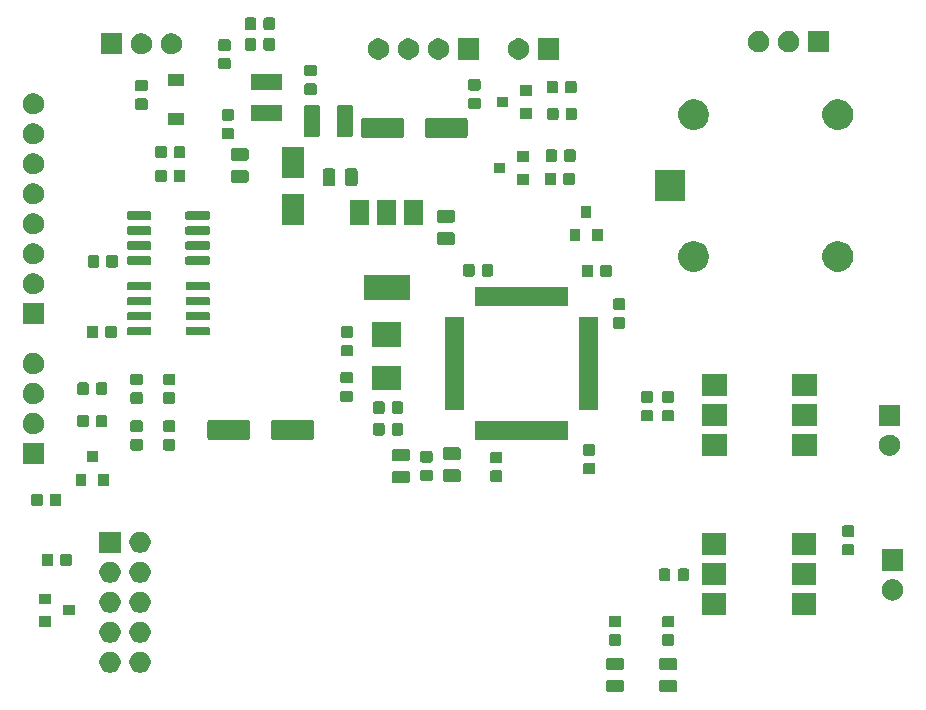
<source format=gbr>
G04 #@! TF.GenerationSoftware,KiCad,Pcbnew,(5.1.5)-3*
G04 #@! TF.CreationDate,2020-02-19T20:56:23+00:00*
G04 #@! TF.ProjectId,Isolator CAN SMT,49736f6c-6174-46f7-9220-43414e20534d,rev?*
G04 #@! TF.SameCoordinates,Original*
G04 #@! TF.FileFunction,Soldermask,Top*
G04 #@! TF.FilePolarity,Negative*
%FSLAX46Y46*%
G04 Gerber Fmt 4.6, Leading zero omitted, Abs format (unit mm)*
G04 Created by KiCad (PCBNEW (5.1.5)-3) date 2020-02-19 20:56:23*
%MOMM*%
%LPD*%
G04 APERTURE LIST*
%ADD10C,0.100000*%
G04 APERTURE END LIST*
D10*
G36*
X153334468Y-96903565D02*
G01*
X153373138Y-96915296D01*
X153408777Y-96934346D01*
X153440017Y-96959983D01*
X153465654Y-96991223D01*
X153484704Y-97026862D01*
X153496435Y-97065532D01*
X153501000Y-97111888D01*
X153501000Y-97763112D01*
X153496435Y-97809468D01*
X153484704Y-97848138D01*
X153465654Y-97883777D01*
X153440017Y-97915017D01*
X153408777Y-97940654D01*
X153373138Y-97959704D01*
X153334468Y-97971435D01*
X153288112Y-97976000D01*
X152211888Y-97976000D01*
X152165532Y-97971435D01*
X152126862Y-97959704D01*
X152091223Y-97940654D01*
X152059983Y-97915017D01*
X152034346Y-97883777D01*
X152015296Y-97848138D01*
X152003565Y-97809468D01*
X151999000Y-97763112D01*
X151999000Y-97111888D01*
X152003565Y-97065532D01*
X152015296Y-97026862D01*
X152034346Y-96991223D01*
X152059983Y-96959983D01*
X152091223Y-96934346D01*
X152126862Y-96915296D01*
X152165532Y-96903565D01*
X152211888Y-96899000D01*
X153288112Y-96899000D01*
X153334468Y-96903565D01*
G37*
G36*
X157834468Y-96903565D02*
G01*
X157873138Y-96915296D01*
X157908777Y-96934346D01*
X157940017Y-96959983D01*
X157965654Y-96991223D01*
X157984704Y-97026862D01*
X157996435Y-97065532D01*
X158001000Y-97111888D01*
X158001000Y-97763112D01*
X157996435Y-97809468D01*
X157984704Y-97848138D01*
X157965654Y-97883777D01*
X157940017Y-97915017D01*
X157908777Y-97940654D01*
X157873138Y-97959704D01*
X157834468Y-97971435D01*
X157788112Y-97976000D01*
X156711888Y-97976000D01*
X156665532Y-97971435D01*
X156626862Y-97959704D01*
X156591223Y-97940654D01*
X156559983Y-97915017D01*
X156534346Y-97883777D01*
X156515296Y-97848138D01*
X156503565Y-97809468D01*
X156499000Y-97763112D01*
X156499000Y-97111888D01*
X156503565Y-97065532D01*
X156515296Y-97026862D01*
X156534346Y-96991223D01*
X156559983Y-96959983D01*
X156591223Y-96934346D01*
X156626862Y-96915296D01*
X156665532Y-96903565D01*
X156711888Y-96899000D01*
X157788112Y-96899000D01*
X157834468Y-96903565D01*
G37*
G36*
X112653512Y-94513927D02*
G01*
X112802812Y-94543624D01*
X112966784Y-94611544D01*
X113114354Y-94710147D01*
X113239853Y-94835646D01*
X113338456Y-94983216D01*
X113406376Y-95147188D01*
X113441000Y-95321259D01*
X113441000Y-95498741D01*
X113406376Y-95672812D01*
X113338456Y-95836784D01*
X113239853Y-95984354D01*
X113114354Y-96109853D01*
X112966784Y-96208456D01*
X112802812Y-96276376D01*
X112653512Y-96306073D01*
X112628742Y-96311000D01*
X112451258Y-96311000D01*
X112426488Y-96306073D01*
X112277188Y-96276376D01*
X112113216Y-96208456D01*
X111965646Y-96109853D01*
X111840147Y-95984354D01*
X111741544Y-95836784D01*
X111673624Y-95672812D01*
X111639000Y-95498741D01*
X111639000Y-95321259D01*
X111673624Y-95147188D01*
X111741544Y-94983216D01*
X111840147Y-94835646D01*
X111965646Y-94710147D01*
X112113216Y-94611544D01*
X112277188Y-94543624D01*
X112426488Y-94513927D01*
X112451258Y-94509000D01*
X112628742Y-94509000D01*
X112653512Y-94513927D01*
G37*
G36*
X110113512Y-94513927D02*
G01*
X110262812Y-94543624D01*
X110426784Y-94611544D01*
X110574354Y-94710147D01*
X110699853Y-94835646D01*
X110798456Y-94983216D01*
X110866376Y-95147188D01*
X110901000Y-95321259D01*
X110901000Y-95498741D01*
X110866376Y-95672812D01*
X110798456Y-95836784D01*
X110699853Y-95984354D01*
X110574354Y-96109853D01*
X110426784Y-96208456D01*
X110262812Y-96276376D01*
X110113512Y-96306073D01*
X110088742Y-96311000D01*
X109911258Y-96311000D01*
X109886488Y-96306073D01*
X109737188Y-96276376D01*
X109573216Y-96208456D01*
X109425646Y-96109853D01*
X109300147Y-95984354D01*
X109201544Y-95836784D01*
X109133624Y-95672812D01*
X109099000Y-95498741D01*
X109099000Y-95321259D01*
X109133624Y-95147188D01*
X109201544Y-94983216D01*
X109300147Y-94835646D01*
X109425646Y-94710147D01*
X109573216Y-94611544D01*
X109737188Y-94543624D01*
X109886488Y-94513927D01*
X109911258Y-94509000D01*
X110088742Y-94509000D01*
X110113512Y-94513927D01*
G37*
G36*
X153334468Y-95028565D02*
G01*
X153373138Y-95040296D01*
X153408777Y-95059346D01*
X153440017Y-95084983D01*
X153465654Y-95116223D01*
X153484704Y-95151862D01*
X153496435Y-95190532D01*
X153501000Y-95236888D01*
X153501000Y-95888112D01*
X153496435Y-95934468D01*
X153484704Y-95973138D01*
X153465654Y-96008777D01*
X153440017Y-96040017D01*
X153408777Y-96065654D01*
X153373138Y-96084704D01*
X153334468Y-96096435D01*
X153288112Y-96101000D01*
X152211888Y-96101000D01*
X152165532Y-96096435D01*
X152126862Y-96084704D01*
X152091223Y-96065654D01*
X152059983Y-96040017D01*
X152034346Y-96008777D01*
X152015296Y-95973138D01*
X152003565Y-95934468D01*
X151999000Y-95888112D01*
X151999000Y-95236888D01*
X152003565Y-95190532D01*
X152015296Y-95151862D01*
X152034346Y-95116223D01*
X152059983Y-95084983D01*
X152091223Y-95059346D01*
X152126862Y-95040296D01*
X152165532Y-95028565D01*
X152211888Y-95024000D01*
X153288112Y-95024000D01*
X153334468Y-95028565D01*
G37*
G36*
X157834468Y-95028565D02*
G01*
X157873138Y-95040296D01*
X157908777Y-95059346D01*
X157940017Y-95084983D01*
X157965654Y-95116223D01*
X157984704Y-95151862D01*
X157996435Y-95190532D01*
X158001000Y-95236888D01*
X158001000Y-95888112D01*
X157996435Y-95934468D01*
X157984704Y-95973138D01*
X157965654Y-96008777D01*
X157940017Y-96040017D01*
X157908777Y-96065654D01*
X157873138Y-96084704D01*
X157834468Y-96096435D01*
X157788112Y-96101000D01*
X156711888Y-96101000D01*
X156665532Y-96096435D01*
X156626862Y-96084704D01*
X156591223Y-96065654D01*
X156559983Y-96040017D01*
X156534346Y-96008777D01*
X156515296Y-95973138D01*
X156503565Y-95934468D01*
X156499000Y-95888112D01*
X156499000Y-95236888D01*
X156503565Y-95190532D01*
X156515296Y-95151862D01*
X156534346Y-95116223D01*
X156559983Y-95084983D01*
X156591223Y-95059346D01*
X156626862Y-95040296D01*
X156665532Y-95028565D01*
X156711888Y-95024000D01*
X157788112Y-95024000D01*
X157834468Y-95028565D01*
G37*
G36*
X157629591Y-93053085D02*
G01*
X157663569Y-93063393D01*
X157694890Y-93080134D01*
X157722339Y-93102661D01*
X157744866Y-93130110D01*
X157761607Y-93161431D01*
X157771915Y-93195409D01*
X157776000Y-93236890D01*
X157776000Y-93838110D01*
X157771915Y-93879591D01*
X157761607Y-93913569D01*
X157744866Y-93944890D01*
X157722339Y-93972339D01*
X157694890Y-93994866D01*
X157663569Y-94011607D01*
X157629591Y-94021915D01*
X157588110Y-94026000D01*
X156911890Y-94026000D01*
X156870409Y-94021915D01*
X156836431Y-94011607D01*
X156805110Y-93994866D01*
X156777661Y-93972339D01*
X156755134Y-93944890D01*
X156738393Y-93913569D01*
X156728085Y-93879591D01*
X156724000Y-93838110D01*
X156724000Y-93236890D01*
X156728085Y-93195409D01*
X156738393Y-93161431D01*
X156755134Y-93130110D01*
X156777661Y-93102661D01*
X156805110Y-93080134D01*
X156836431Y-93063393D01*
X156870409Y-93053085D01*
X156911890Y-93049000D01*
X157588110Y-93049000D01*
X157629591Y-93053085D01*
G37*
G36*
X153129591Y-93053085D02*
G01*
X153163569Y-93063393D01*
X153194890Y-93080134D01*
X153222339Y-93102661D01*
X153244866Y-93130110D01*
X153261607Y-93161431D01*
X153271915Y-93195409D01*
X153276000Y-93236890D01*
X153276000Y-93838110D01*
X153271915Y-93879591D01*
X153261607Y-93913569D01*
X153244866Y-93944890D01*
X153222339Y-93972339D01*
X153194890Y-93994866D01*
X153163569Y-94011607D01*
X153129591Y-94021915D01*
X153088110Y-94026000D01*
X152411890Y-94026000D01*
X152370409Y-94021915D01*
X152336431Y-94011607D01*
X152305110Y-93994866D01*
X152277661Y-93972339D01*
X152255134Y-93944890D01*
X152238393Y-93913569D01*
X152228085Y-93879591D01*
X152224000Y-93838110D01*
X152224000Y-93236890D01*
X152228085Y-93195409D01*
X152238393Y-93161431D01*
X152255134Y-93130110D01*
X152277661Y-93102661D01*
X152305110Y-93080134D01*
X152336431Y-93063393D01*
X152370409Y-93053085D01*
X152411890Y-93049000D01*
X153088110Y-93049000D01*
X153129591Y-93053085D01*
G37*
G36*
X112653512Y-91973927D02*
G01*
X112802812Y-92003624D01*
X112966784Y-92071544D01*
X113114354Y-92170147D01*
X113239853Y-92295646D01*
X113338456Y-92443216D01*
X113406376Y-92607188D01*
X113441000Y-92781259D01*
X113441000Y-92958741D01*
X113406376Y-93132812D01*
X113338456Y-93296784D01*
X113239853Y-93444354D01*
X113114354Y-93569853D01*
X112966784Y-93668456D01*
X112802812Y-93736376D01*
X112653512Y-93766073D01*
X112628742Y-93771000D01*
X112451258Y-93771000D01*
X112426488Y-93766073D01*
X112277188Y-93736376D01*
X112113216Y-93668456D01*
X111965646Y-93569853D01*
X111840147Y-93444354D01*
X111741544Y-93296784D01*
X111673624Y-93132812D01*
X111639000Y-92958741D01*
X111639000Y-92781259D01*
X111673624Y-92607188D01*
X111741544Y-92443216D01*
X111840147Y-92295646D01*
X111965646Y-92170147D01*
X112113216Y-92071544D01*
X112277188Y-92003624D01*
X112426488Y-91973927D01*
X112451258Y-91969000D01*
X112628742Y-91969000D01*
X112653512Y-91973927D01*
G37*
G36*
X110113512Y-91973927D02*
G01*
X110262812Y-92003624D01*
X110426784Y-92071544D01*
X110574354Y-92170147D01*
X110699853Y-92295646D01*
X110798456Y-92443216D01*
X110866376Y-92607188D01*
X110901000Y-92781259D01*
X110901000Y-92958741D01*
X110866376Y-93132812D01*
X110798456Y-93296784D01*
X110699853Y-93444354D01*
X110574354Y-93569853D01*
X110426784Y-93668456D01*
X110262812Y-93736376D01*
X110113512Y-93766073D01*
X110088742Y-93771000D01*
X109911258Y-93771000D01*
X109886488Y-93766073D01*
X109737188Y-93736376D01*
X109573216Y-93668456D01*
X109425646Y-93569853D01*
X109300147Y-93444354D01*
X109201544Y-93296784D01*
X109133624Y-93132812D01*
X109099000Y-92958741D01*
X109099000Y-92781259D01*
X109133624Y-92607188D01*
X109201544Y-92443216D01*
X109300147Y-92295646D01*
X109425646Y-92170147D01*
X109573216Y-92071544D01*
X109737188Y-92003624D01*
X109886488Y-91973927D01*
X109911258Y-91969000D01*
X110088742Y-91969000D01*
X110113512Y-91973927D01*
G37*
G36*
X153129591Y-91478085D02*
G01*
X153163569Y-91488393D01*
X153194890Y-91505134D01*
X153222339Y-91527661D01*
X153244866Y-91555110D01*
X153261607Y-91586431D01*
X153271915Y-91620409D01*
X153276000Y-91661890D01*
X153276000Y-92263110D01*
X153271915Y-92304591D01*
X153261607Y-92338569D01*
X153244866Y-92369890D01*
X153222339Y-92397339D01*
X153194890Y-92419866D01*
X153163569Y-92436607D01*
X153129591Y-92446915D01*
X153088110Y-92451000D01*
X152411890Y-92451000D01*
X152370409Y-92446915D01*
X152336431Y-92436607D01*
X152305110Y-92419866D01*
X152277661Y-92397339D01*
X152255134Y-92369890D01*
X152238393Y-92338569D01*
X152228085Y-92304591D01*
X152224000Y-92263110D01*
X152224000Y-91661890D01*
X152228085Y-91620409D01*
X152238393Y-91586431D01*
X152255134Y-91555110D01*
X152277661Y-91527661D01*
X152305110Y-91505134D01*
X152336431Y-91488393D01*
X152370409Y-91478085D01*
X152411890Y-91474000D01*
X153088110Y-91474000D01*
X153129591Y-91478085D01*
G37*
G36*
X157629591Y-91478085D02*
G01*
X157663569Y-91488393D01*
X157694890Y-91505134D01*
X157722339Y-91527661D01*
X157744866Y-91555110D01*
X157761607Y-91586431D01*
X157771915Y-91620409D01*
X157776000Y-91661890D01*
X157776000Y-92263110D01*
X157771915Y-92304591D01*
X157761607Y-92338569D01*
X157744866Y-92369890D01*
X157722339Y-92397339D01*
X157694890Y-92419866D01*
X157663569Y-92436607D01*
X157629591Y-92446915D01*
X157588110Y-92451000D01*
X156911890Y-92451000D01*
X156870409Y-92446915D01*
X156836431Y-92436607D01*
X156805110Y-92419866D01*
X156777661Y-92397339D01*
X156755134Y-92369890D01*
X156738393Y-92338569D01*
X156728085Y-92304591D01*
X156724000Y-92263110D01*
X156724000Y-91661890D01*
X156728085Y-91620409D01*
X156738393Y-91586431D01*
X156755134Y-91555110D01*
X156777661Y-91527661D01*
X156805110Y-91505134D01*
X156836431Y-91488393D01*
X156870409Y-91478085D01*
X156911890Y-91474000D01*
X157588110Y-91474000D01*
X157629591Y-91478085D01*
G37*
G36*
X105001000Y-92401000D02*
G01*
X103999000Y-92401000D01*
X103999000Y-91499000D01*
X105001000Y-91499000D01*
X105001000Y-92401000D01*
G37*
G36*
X107001000Y-91451000D02*
G01*
X105999000Y-91451000D01*
X105999000Y-90549000D01*
X107001000Y-90549000D01*
X107001000Y-91451000D01*
G37*
G36*
X169801000Y-91441000D02*
G01*
X167699000Y-91441000D01*
X167699000Y-89559000D01*
X169801000Y-89559000D01*
X169801000Y-91441000D01*
G37*
G36*
X162181000Y-91441000D02*
G01*
X160079000Y-91441000D01*
X160079000Y-89559000D01*
X162181000Y-89559000D01*
X162181000Y-91441000D01*
G37*
G36*
X112653512Y-89433927D02*
G01*
X112802812Y-89463624D01*
X112966784Y-89531544D01*
X113114354Y-89630147D01*
X113239853Y-89755646D01*
X113338456Y-89903216D01*
X113406376Y-90067188D01*
X113441000Y-90241259D01*
X113441000Y-90418741D01*
X113406376Y-90592812D01*
X113338456Y-90756784D01*
X113239853Y-90904354D01*
X113114354Y-91029853D01*
X112966784Y-91128456D01*
X112802812Y-91196376D01*
X112653512Y-91226073D01*
X112628742Y-91231000D01*
X112451258Y-91231000D01*
X112426488Y-91226073D01*
X112277188Y-91196376D01*
X112113216Y-91128456D01*
X111965646Y-91029853D01*
X111840147Y-90904354D01*
X111741544Y-90756784D01*
X111673624Y-90592812D01*
X111639000Y-90418741D01*
X111639000Y-90241259D01*
X111673624Y-90067188D01*
X111741544Y-89903216D01*
X111840147Y-89755646D01*
X111965646Y-89630147D01*
X112113216Y-89531544D01*
X112277188Y-89463624D01*
X112426488Y-89433927D01*
X112451258Y-89429000D01*
X112628742Y-89429000D01*
X112653512Y-89433927D01*
G37*
G36*
X110113512Y-89433927D02*
G01*
X110262812Y-89463624D01*
X110426784Y-89531544D01*
X110574354Y-89630147D01*
X110699853Y-89755646D01*
X110798456Y-89903216D01*
X110866376Y-90067188D01*
X110901000Y-90241259D01*
X110901000Y-90418741D01*
X110866376Y-90592812D01*
X110798456Y-90756784D01*
X110699853Y-90904354D01*
X110574354Y-91029853D01*
X110426784Y-91128456D01*
X110262812Y-91196376D01*
X110113512Y-91226073D01*
X110088742Y-91231000D01*
X109911258Y-91231000D01*
X109886488Y-91226073D01*
X109737188Y-91196376D01*
X109573216Y-91128456D01*
X109425646Y-91029853D01*
X109300147Y-90904354D01*
X109201544Y-90756784D01*
X109133624Y-90592812D01*
X109099000Y-90418741D01*
X109099000Y-90241259D01*
X109133624Y-90067188D01*
X109201544Y-89903216D01*
X109300147Y-89755646D01*
X109425646Y-89630147D01*
X109573216Y-89531544D01*
X109737188Y-89463624D01*
X109886488Y-89433927D01*
X109911258Y-89429000D01*
X110088742Y-89429000D01*
X110113512Y-89433927D01*
G37*
G36*
X105001000Y-90501000D02*
G01*
X103999000Y-90501000D01*
X103999000Y-89599000D01*
X105001000Y-89599000D01*
X105001000Y-90501000D01*
G37*
G36*
X176363512Y-88393927D02*
G01*
X176512812Y-88423624D01*
X176676784Y-88491544D01*
X176824354Y-88590147D01*
X176949853Y-88715646D01*
X177048456Y-88863216D01*
X177116376Y-89027188D01*
X177151000Y-89201259D01*
X177151000Y-89378741D01*
X177116376Y-89552812D01*
X177048456Y-89716784D01*
X176949853Y-89864354D01*
X176824354Y-89989853D01*
X176676784Y-90088456D01*
X176512812Y-90156376D01*
X176363512Y-90186073D01*
X176338742Y-90191000D01*
X176161258Y-90191000D01*
X176136488Y-90186073D01*
X175987188Y-90156376D01*
X175823216Y-90088456D01*
X175675646Y-89989853D01*
X175550147Y-89864354D01*
X175451544Y-89716784D01*
X175383624Y-89552812D01*
X175349000Y-89378741D01*
X175349000Y-89201259D01*
X175383624Y-89027188D01*
X175451544Y-88863216D01*
X175550147Y-88715646D01*
X175675646Y-88590147D01*
X175823216Y-88491544D01*
X175987188Y-88423624D01*
X176136488Y-88393927D01*
X176161258Y-88389000D01*
X176338742Y-88389000D01*
X176363512Y-88393927D01*
G37*
G36*
X169801000Y-88901000D02*
G01*
X167699000Y-88901000D01*
X167699000Y-87019000D01*
X169801000Y-87019000D01*
X169801000Y-88901000D01*
G37*
G36*
X162181000Y-88901000D02*
G01*
X160079000Y-88901000D01*
X160079000Y-87019000D01*
X162181000Y-87019000D01*
X162181000Y-88901000D01*
G37*
G36*
X112653512Y-86893927D02*
G01*
X112802812Y-86923624D01*
X112966784Y-86991544D01*
X113114354Y-87090147D01*
X113239853Y-87215646D01*
X113338456Y-87363216D01*
X113406376Y-87527188D01*
X113441000Y-87701259D01*
X113441000Y-87878741D01*
X113406376Y-88052812D01*
X113338456Y-88216784D01*
X113239853Y-88364354D01*
X113114354Y-88489853D01*
X112966784Y-88588456D01*
X112802812Y-88656376D01*
X112653512Y-88686073D01*
X112628742Y-88691000D01*
X112451258Y-88691000D01*
X112426488Y-88686073D01*
X112277188Y-88656376D01*
X112113216Y-88588456D01*
X111965646Y-88489853D01*
X111840147Y-88364354D01*
X111741544Y-88216784D01*
X111673624Y-88052812D01*
X111639000Y-87878741D01*
X111639000Y-87701259D01*
X111673624Y-87527188D01*
X111741544Y-87363216D01*
X111840147Y-87215646D01*
X111965646Y-87090147D01*
X112113216Y-86991544D01*
X112277188Y-86923624D01*
X112426488Y-86893927D01*
X112451258Y-86889000D01*
X112628742Y-86889000D01*
X112653512Y-86893927D01*
G37*
G36*
X110113512Y-86893927D02*
G01*
X110262812Y-86923624D01*
X110426784Y-86991544D01*
X110574354Y-87090147D01*
X110699853Y-87215646D01*
X110798456Y-87363216D01*
X110866376Y-87527188D01*
X110901000Y-87701259D01*
X110901000Y-87878741D01*
X110866376Y-88052812D01*
X110798456Y-88216784D01*
X110699853Y-88364354D01*
X110574354Y-88489853D01*
X110426784Y-88588456D01*
X110262812Y-88656376D01*
X110113512Y-88686073D01*
X110088742Y-88691000D01*
X109911258Y-88691000D01*
X109886488Y-88686073D01*
X109737188Y-88656376D01*
X109573216Y-88588456D01*
X109425646Y-88489853D01*
X109300147Y-88364354D01*
X109201544Y-88216784D01*
X109133624Y-88052812D01*
X109099000Y-87878741D01*
X109099000Y-87701259D01*
X109133624Y-87527188D01*
X109201544Y-87363216D01*
X109300147Y-87215646D01*
X109425646Y-87090147D01*
X109573216Y-86991544D01*
X109737188Y-86923624D01*
X109886488Y-86893927D01*
X109911258Y-86889000D01*
X110088742Y-86889000D01*
X110113512Y-86893927D01*
G37*
G36*
X158879591Y-87478085D02*
G01*
X158913569Y-87488393D01*
X158944890Y-87505134D01*
X158972339Y-87527661D01*
X158994866Y-87555110D01*
X159011607Y-87586431D01*
X159021915Y-87620409D01*
X159026000Y-87661890D01*
X159026000Y-88338110D01*
X159021915Y-88379591D01*
X159011607Y-88413569D01*
X158994866Y-88444890D01*
X158972339Y-88472339D01*
X158944890Y-88494866D01*
X158913569Y-88511607D01*
X158879591Y-88521915D01*
X158838110Y-88526000D01*
X158236890Y-88526000D01*
X158195409Y-88521915D01*
X158161431Y-88511607D01*
X158130110Y-88494866D01*
X158102661Y-88472339D01*
X158080134Y-88444890D01*
X158063393Y-88413569D01*
X158053085Y-88379591D01*
X158049000Y-88338110D01*
X158049000Y-87661890D01*
X158053085Y-87620409D01*
X158063393Y-87586431D01*
X158080134Y-87555110D01*
X158102661Y-87527661D01*
X158130110Y-87505134D01*
X158161431Y-87488393D01*
X158195409Y-87478085D01*
X158236890Y-87474000D01*
X158838110Y-87474000D01*
X158879591Y-87478085D01*
G37*
G36*
X157304591Y-87478085D02*
G01*
X157338569Y-87488393D01*
X157369890Y-87505134D01*
X157397339Y-87527661D01*
X157419866Y-87555110D01*
X157436607Y-87586431D01*
X157446915Y-87620409D01*
X157451000Y-87661890D01*
X157451000Y-88338110D01*
X157446915Y-88379591D01*
X157436607Y-88413569D01*
X157419866Y-88444890D01*
X157397339Y-88472339D01*
X157369890Y-88494866D01*
X157338569Y-88511607D01*
X157304591Y-88521915D01*
X157263110Y-88526000D01*
X156661890Y-88526000D01*
X156620409Y-88521915D01*
X156586431Y-88511607D01*
X156555110Y-88494866D01*
X156527661Y-88472339D01*
X156505134Y-88444890D01*
X156488393Y-88413569D01*
X156478085Y-88379591D01*
X156474000Y-88338110D01*
X156474000Y-87661890D01*
X156478085Y-87620409D01*
X156488393Y-87586431D01*
X156505134Y-87555110D01*
X156527661Y-87527661D01*
X156555110Y-87505134D01*
X156586431Y-87488393D01*
X156620409Y-87478085D01*
X156661890Y-87474000D01*
X157263110Y-87474000D01*
X157304591Y-87478085D01*
G37*
G36*
X177151000Y-87651000D02*
G01*
X175349000Y-87651000D01*
X175349000Y-85849000D01*
X177151000Y-85849000D01*
X177151000Y-87651000D01*
G37*
G36*
X106629591Y-86228085D02*
G01*
X106663569Y-86238393D01*
X106694890Y-86255134D01*
X106722339Y-86277661D01*
X106744866Y-86305110D01*
X106761607Y-86336431D01*
X106771915Y-86370409D01*
X106776000Y-86411890D01*
X106776000Y-87088110D01*
X106771915Y-87129591D01*
X106761607Y-87163569D01*
X106744866Y-87194890D01*
X106722339Y-87222339D01*
X106694890Y-87244866D01*
X106663569Y-87261607D01*
X106629591Y-87271915D01*
X106588110Y-87276000D01*
X105986890Y-87276000D01*
X105945409Y-87271915D01*
X105911431Y-87261607D01*
X105880110Y-87244866D01*
X105852661Y-87222339D01*
X105830134Y-87194890D01*
X105813393Y-87163569D01*
X105803085Y-87129591D01*
X105799000Y-87088110D01*
X105799000Y-86411890D01*
X105803085Y-86370409D01*
X105813393Y-86336431D01*
X105830134Y-86305110D01*
X105852661Y-86277661D01*
X105880110Y-86255134D01*
X105911431Y-86238393D01*
X105945409Y-86228085D01*
X105986890Y-86224000D01*
X106588110Y-86224000D01*
X106629591Y-86228085D01*
G37*
G36*
X105054591Y-86228085D02*
G01*
X105088569Y-86238393D01*
X105119890Y-86255134D01*
X105147339Y-86277661D01*
X105169866Y-86305110D01*
X105186607Y-86336431D01*
X105196915Y-86370409D01*
X105201000Y-86411890D01*
X105201000Y-87088110D01*
X105196915Y-87129591D01*
X105186607Y-87163569D01*
X105169866Y-87194890D01*
X105147339Y-87222339D01*
X105119890Y-87244866D01*
X105088569Y-87261607D01*
X105054591Y-87271915D01*
X105013110Y-87276000D01*
X104411890Y-87276000D01*
X104370409Y-87271915D01*
X104336431Y-87261607D01*
X104305110Y-87244866D01*
X104277661Y-87222339D01*
X104255134Y-87194890D01*
X104238393Y-87163569D01*
X104228085Y-87129591D01*
X104224000Y-87088110D01*
X104224000Y-86411890D01*
X104228085Y-86370409D01*
X104238393Y-86336431D01*
X104255134Y-86305110D01*
X104277661Y-86277661D01*
X104305110Y-86255134D01*
X104336431Y-86238393D01*
X104370409Y-86228085D01*
X104411890Y-86224000D01*
X105013110Y-86224000D01*
X105054591Y-86228085D01*
G37*
G36*
X172879591Y-85403085D02*
G01*
X172913569Y-85413393D01*
X172944890Y-85430134D01*
X172972339Y-85452661D01*
X172994866Y-85480110D01*
X173011607Y-85511431D01*
X173021915Y-85545409D01*
X173026000Y-85586890D01*
X173026000Y-86188110D01*
X173021915Y-86229591D01*
X173011607Y-86263569D01*
X172994866Y-86294890D01*
X172972339Y-86322339D01*
X172944890Y-86344866D01*
X172913569Y-86361607D01*
X172879591Y-86371915D01*
X172838110Y-86376000D01*
X172161890Y-86376000D01*
X172120409Y-86371915D01*
X172086431Y-86361607D01*
X172055110Y-86344866D01*
X172027661Y-86322339D01*
X172005134Y-86294890D01*
X171988393Y-86263569D01*
X171978085Y-86229591D01*
X171974000Y-86188110D01*
X171974000Y-85586890D01*
X171978085Y-85545409D01*
X171988393Y-85511431D01*
X172005134Y-85480110D01*
X172027661Y-85452661D01*
X172055110Y-85430134D01*
X172086431Y-85413393D01*
X172120409Y-85403085D01*
X172161890Y-85399000D01*
X172838110Y-85399000D01*
X172879591Y-85403085D01*
G37*
G36*
X169801000Y-86361000D02*
G01*
X167699000Y-86361000D01*
X167699000Y-84479000D01*
X169801000Y-84479000D01*
X169801000Y-86361000D01*
G37*
G36*
X162181000Y-86361000D02*
G01*
X160079000Y-86361000D01*
X160079000Y-84479000D01*
X162181000Y-84479000D01*
X162181000Y-86361000D01*
G37*
G36*
X110901000Y-86151000D02*
G01*
X109099000Y-86151000D01*
X109099000Y-84349000D01*
X110901000Y-84349000D01*
X110901000Y-86151000D01*
G37*
G36*
X112653512Y-84353927D02*
G01*
X112802812Y-84383624D01*
X112966784Y-84451544D01*
X113114354Y-84550147D01*
X113239853Y-84675646D01*
X113338456Y-84823216D01*
X113406376Y-84987188D01*
X113441000Y-85161259D01*
X113441000Y-85338741D01*
X113406376Y-85512812D01*
X113338456Y-85676784D01*
X113239853Y-85824354D01*
X113114354Y-85949853D01*
X112966784Y-86048456D01*
X112802812Y-86116376D01*
X112653512Y-86146073D01*
X112628742Y-86151000D01*
X112451258Y-86151000D01*
X112426488Y-86146073D01*
X112277188Y-86116376D01*
X112113216Y-86048456D01*
X111965646Y-85949853D01*
X111840147Y-85824354D01*
X111741544Y-85676784D01*
X111673624Y-85512812D01*
X111639000Y-85338741D01*
X111639000Y-85161259D01*
X111673624Y-84987188D01*
X111741544Y-84823216D01*
X111840147Y-84675646D01*
X111965646Y-84550147D01*
X112113216Y-84451544D01*
X112277188Y-84383624D01*
X112426488Y-84353927D01*
X112451258Y-84349000D01*
X112628742Y-84349000D01*
X112653512Y-84353927D01*
G37*
G36*
X172879591Y-83828085D02*
G01*
X172913569Y-83838393D01*
X172944890Y-83855134D01*
X172972339Y-83877661D01*
X172994866Y-83905110D01*
X173011607Y-83936431D01*
X173021915Y-83970409D01*
X173026000Y-84011890D01*
X173026000Y-84613110D01*
X173021915Y-84654591D01*
X173011607Y-84688569D01*
X172994866Y-84719890D01*
X172972339Y-84747339D01*
X172944890Y-84769866D01*
X172913569Y-84786607D01*
X172879591Y-84796915D01*
X172838110Y-84801000D01*
X172161890Y-84801000D01*
X172120409Y-84796915D01*
X172086431Y-84786607D01*
X172055110Y-84769866D01*
X172027661Y-84747339D01*
X172005134Y-84719890D01*
X171988393Y-84688569D01*
X171978085Y-84654591D01*
X171974000Y-84613110D01*
X171974000Y-84011890D01*
X171978085Y-83970409D01*
X171988393Y-83936431D01*
X172005134Y-83905110D01*
X172027661Y-83877661D01*
X172055110Y-83855134D01*
X172086431Y-83838393D01*
X172120409Y-83828085D01*
X172161890Y-83824000D01*
X172838110Y-83824000D01*
X172879591Y-83828085D01*
G37*
G36*
X105729591Y-81139085D02*
G01*
X105763569Y-81149393D01*
X105794890Y-81166134D01*
X105822339Y-81188661D01*
X105844866Y-81216110D01*
X105861607Y-81247431D01*
X105871915Y-81281409D01*
X105876000Y-81322890D01*
X105876000Y-81999110D01*
X105871915Y-82040591D01*
X105861607Y-82074569D01*
X105844866Y-82105890D01*
X105822339Y-82133339D01*
X105794890Y-82155866D01*
X105763569Y-82172607D01*
X105729591Y-82182915D01*
X105688110Y-82187000D01*
X105086890Y-82187000D01*
X105045409Y-82182915D01*
X105011431Y-82172607D01*
X104980110Y-82155866D01*
X104952661Y-82133339D01*
X104930134Y-82105890D01*
X104913393Y-82074569D01*
X104903085Y-82040591D01*
X104899000Y-81999110D01*
X104899000Y-81322890D01*
X104903085Y-81281409D01*
X104913393Y-81247431D01*
X104930134Y-81216110D01*
X104952661Y-81188661D01*
X104980110Y-81166134D01*
X105011431Y-81149393D01*
X105045409Y-81139085D01*
X105086890Y-81135000D01*
X105688110Y-81135000D01*
X105729591Y-81139085D01*
G37*
G36*
X104154591Y-81139085D02*
G01*
X104188569Y-81149393D01*
X104219890Y-81166134D01*
X104247339Y-81188661D01*
X104269866Y-81216110D01*
X104286607Y-81247431D01*
X104296915Y-81281409D01*
X104301000Y-81322890D01*
X104301000Y-81999110D01*
X104296915Y-82040591D01*
X104286607Y-82074569D01*
X104269866Y-82105890D01*
X104247339Y-82133339D01*
X104219890Y-82155866D01*
X104188569Y-82172607D01*
X104154591Y-82182915D01*
X104113110Y-82187000D01*
X103511890Y-82187000D01*
X103470409Y-82182915D01*
X103436431Y-82172607D01*
X103405110Y-82155866D01*
X103377661Y-82133339D01*
X103355134Y-82105890D01*
X103338393Y-82074569D01*
X103328085Y-82040591D01*
X103324000Y-81999110D01*
X103324000Y-81322890D01*
X103328085Y-81281409D01*
X103338393Y-81247431D01*
X103355134Y-81216110D01*
X103377661Y-81188661D01*
X103405110Y-81166134D01*
X103436431Y-81149393D01*
X103470409Y-81139085D01*
X103511890Y-81135000D01*
X104113110Y-81135000D01*
X104154591Y-81139085D01*
G37*
G36*
X109901000Y-80501000D02*
G01*
X108999000Y-80501000D01*
X108999000Y-79499000D01*
X109901000Y-79499000D01*
X109901000Y-80501000D01*
G37*
G36*
X108001000Y-80501000D02*
G01*
X107099000Y-80501000D01*
X107099000Y-79499000D01*
X108001000Y-79499000D01*
X108001000Y-80501000D01*
G37*
G36*
X135204468Y-79207065D02*
G01*
X135243138Y-79218796D01*
X135278777Y-79237846D01*
X135310017Y-79263483D01*
X135335654Y-79294723D01*
X135354704Y-79330362D01*
X135366435Y-79369032D01*
X135371000Y-79415388D01*
X135371000Y-80066612D01*
X135366435Y-80112968D01*
X135354704Y-80151638D01*
X135335654Y-80187277D01*
X135310017Y-80218517D01*
X135278777Y-80244154D01*
X135243138Y-80263204D01*
X135204468Y-80274935D01*
X135158112Y-80279500D01*
X134081888Y-80279500D01*
X134035532Y-80274935D01*
X133996862Y-80263204D01*
X133961223Y-80244154D01*
X133929983Y-80218517D01*
X133904346Y-80187277D01*
X133885296Y-80151638D01*
X133873565Y-80112968D01*
X133869000Y-80066612D01*
X133869000Y-79415388D01*
X133873565Y-79369032D01*
X133885296Y-79330362D01*
X133904346Y-79294723D01*
X133929983Y-79263483D01*
X133961223Y-79237846D01*
X133996862Y-79218796D01*
X134035532Y-79207065D01*
X134081888Y-79202500D01*
X135158112Y-79202500D01*
X135204468Y-79207065D01*
G37*
G36*
X139522468Y-79080065D02*
G01*
X139561138Y-79091796D01*
X139596777Y-79110846D01*
X139628017Y-79136483D01*
X139653654Y-79167723D01*
X139672704Y-79203362D01*
X139684435Y-79242032D01*
X139689000Y-79288388D01*
X139689000Y-79939612D01*
X139684435Y-79985968D01*
X139672704Y-80024638D01*
X139653654Y-80060277D01*
X139628017Y-80091517D01*
X139596777Y-80117154D01*
X139561138Y-80136204D01*
X139522468Y-80147935D01*
X139476112Y-80152500D01*
X138399888Y-80152500D01*
X138353532Y-80147935D01*
X138314862Y-80136204D01*
X138279223Y-80117154D01*
X138247983Y-80091517D01*
X138222346Y-80060277D01*
X138203296Y-80024638D01*
X138191565Y-79985968D01*
X138187000Y-79939612D01*
X138187000Y-79288388D01*
X138191565Y-79242032D01*
X138203296Y-79203362D01*
X138222346Y-79167723D01*
X138247983Y-79136483D01*
X138279223Y-79110846D01*
X138314862Y-79091796D01*
X138353532Y-79080065D01*
X138399888Y-79075500D01*
X139476112Y-79075500D01*
X139522468Y-79080065D01*
G37*
G36*
X143064091Y-79170085D02*
G01*
X143098069Y-79180393D01*
X143129390Y-79197134D01*
X143156839Y-79219661D01*
X143179366Y-79247110D01*
X143196107Y-79278431D01*
X143206415Y-79312409D01*
X143210500Y-79353890D01*
X143210500Y-79955110D01*
X143206415Y-79996591D01*
X143196107Y-80030569D01*
X143179366Y-80061890D01*
X143156839Y-80089339D01*
X143129390Y-80111866D01*
X143098069Y-80128607D01*
X143064091Y-80138915D01*
X143022610Y-80143000D01*
X142346390Y-80143000D01*
X142304909Y-80138915D01*
X142270931Y-80128607D01*
X142239610Y-80111866D01*
X142212161Y-80089339D01*
X142189634Y-80061890D01*
X142172893Y-80030569D01*
X142162585Y-79996591D01*
X142158500Y-79955110D01*
X142158500Y-79353890D01*
X142162585Y-79312409D01*
X142172893Y-79278431D01*
X142189634Y-79247110D01*
X142212161Y-79219661D01*
X142239610Y-79197134D01*
X142270931Y-79180393D01*
X142304909Y-79170085D01*
X142346390Y-79166000D01*
X143022610Y-79166000D01*
X143064091Y-79170085D01*
G37*
G36*
X137158591Y-79106585D02*
G01*
X137192569Y-79116893D01*
X137223890Y-79133634D01*
X137251339Y-79156161D01*
X137273866Y-79183610D01*
X137290607Y-79214931D01*
X137300915Y-79248909D01*
X137305000Y-79290390D01*
X137305000Y-79891610D01*
X137300915Y-79933091D01*
X137290607Y-79967069D01*
X137273866Y-79998390D01*
X137251339Y-80025839D01*
X137223890Y-80048366D01*
X137192569Y-80065107D01*
X137158591Y-80075415D01*
X137117110Y-80079500D01*
X136440890Y-80079500D01*
X136399409Y-80075415D01*
X136365431Y-80065107D01*
X136334110Y-80048366D01*
X136306661Y-80025839D01*
X136284134Y-79998390D01*
X136267393Y-79967069D01*
X136257085Y-79933091D01*
X136253000Y-79891610D01*
X136253000Y-79290390D01*
X136257085Y-79248909D01*
X136267393Y-79214931D01*
X136284134Y-79183610D01*
X136306661Y-79156161D01*
X136334110Y-79133634D01*
X136365431Y-79116893D01*
X136399409Y-79106585D01*
X136440890Y-79102500D01*
X137117110Y-79102500D01*
X137158591Y-79106585D01*
G37*
G36*
X150946591Y-78522085D02*
G01*
X150980569Y-78532393D01*
X151011890Y-78549134D01*
X151039339Y-78571661D01*
X151061866Y-78599110D01*
X151078607Y-78630431D01*
X151088915Y-78664409D01*
X151093000Y-78705890D01*
X151093000Y-79307110D01*
X151088915Y-79348591D01*
X151078607Y-79382569D01*
X151061866Y-79413890D01*
X151039339Y-79441339D01*
X151011890Y-79463866D01*
X150980569Y-79480607D01*
X150946591Y-79490915D01*
X150905110Y-79495000D01*
X150228890Y-79495000D01*
X150187409Y-79490915D01*
X150153431Y-79480607D01*
X150122110Y-79463866D01*
X150094661Y-79441339D01*
X150072134Y-79413890D01*
X150055393Y-79382569D01*
X150045085Y-79348591D01*
X150041000Y-79307110D01*
X150041000Y-78705890D01*
X150045085Y-78664409D01*
X150055393Y-78630431D01*
X150072134Y-78599110D01*
X150094661Y-78571661D01*
X150122110Y-78549134D01*
X150153431Y-78532393D01*
X150187409Y-78522085D01*
X150228890Y-78518000D01*
X150905110Y-78518000D01*
X150946591Y-78522085D01*
G37*
G36*
X104401000Y-78651000D02*
G01*
X102599000Y-78651000D01*
X102599000Y-76849000D01*
X104401000Y-76849000D01*
X104401000Y-78651000D01*
G37*
G36*
X143064091Y-77595085D02*
G01*
X143098069Y-77605393D01*
X143129390Y-77622134D01*
X143156839Y-77644661D01*
X143179366Y-77672110D01*
X143196107Y-77703431D01*
X143206415Y-77737409D01*
X143210500Y-77778890D01*
X143210500Y-78380110D01*
X143206415Y-78421591D01*
X143196107Y-78455569D01*
X143179366Y-78486890D01*
X143156839Y-78514339D01*
X143129390Y-78536866D01*
X143098069Y-78553607D01*
X143064091Y-78563915D01*
X143022610Y-78568000D01*
X142346390Y-78568000D01*
X142304909Y-78563915D01*
X142270931Y-78553607D01*
X142239610Y-78536866D01*
X142212161Y-78514339D01*
X142189634Y-78486890D01*
X142172893Y-78455569D01*
X142162585Y-78421591D01*
X142158500Y-78380110D01*
X142158500Y-77778890D01*
X142162585Y-77737409D01*
X142172893Y-77703431D01*
X142189634Y-77672110D01*
X142212161Y-77644661D01*
X142239610Y-77622134D01*
X142270931Y-77605393D01*
X142304909Y-77595085D01*
X142346390Y-77591000D01*
X143022610Y-77591000D01*
X143064091Y-77595085D01*
G37*
G36*
X137158591Y-77531585D02*
G01*
X137192569Y-77541893D01*
X137223890Y-77558634D01*
X137251339Y-77581161D01*
X137273866Y-77608610D01*
X137290607Y-77639931D01*
X137300915Y-77673909D01*
X137305000Y-77715390D01*
X137305000Y-78316610D01*
X137300915Y-78358091D01*
X137290607Y-78392069D01*
X137273866Y-78423390D01*
X137251339Y-78450839D01*
X137223890Y-78473366D01*
X137192569Y-78490107D01*
X137158591Y-78500415D01*
X137117110Y-78504500D01*
X136440890Y-78504500D01*
X136399409Y-78500415D01*
X136365431Y-78490107D01*
X136334110Y-78473366D01*
X136306661Y-78450839D01*
X136284134Y-78423390D01*
X136267393Y-78392069D01*
X136257085Y-78358091D01*
X136253000Y-78316610D01*
X136253000Y-77715390D01*
X136257085Y-77673909D01*
X136267393Y-77639931D01*
X136284134Y-77608610D01*
X136306661Y-77581161D01*
X136334110Y-77558634D01*
X136365431Y-77541893D01*
X136399409Y-77531585D01*
X136440890Y-77527500D01*
X137117110Y-77527500D01*
X137158591Y-77531585D01*
G37*
G36*
X108951000Y-78501000D02*
G01*
X108049000Y-78501000D01*
X108049000Y-77499000D01*
X108951000Y-77499000D01*
X108951000Y-78501000D01*
G37*
G36*
X135204468Y-77332065D02*
G01*
X135243138Y-77343796D01*
X135278777Y-77362846D01*
X135310017Y-77388483D01*
X135335654Y-77419723D01*
X135354704Y-77455362D01*
X135366435Y-77494032D01*
X135371000Y-77540388D01*
X135371000Y-78191612D01*
X135366435Y-78237968D01*
X135354704Y-78276638D01*
X135335654Y-78312277D01*
X135310017Y-78343517D01*
X135278777Y-78369154D01*
X135243138Y-78388204D01*
X135204468Y-78399935D01*
X135158112Y-78404500D01*
X134081888Y-78404500D01*
X134035532Y-78399935D01*
X133996862Y-78388204D01*
X133961223Y-78369154D01*
X133929983Y-78343517D01*
X133904346Y-78312277D01*
X133885296Y-78276638D01*
X133873565Y-78237968D01*
X133869000Y-78191612D01*
X133869000Y-77540388D01*
X133873565Y-77494032D01*
X133885296Y-77455362D01*
X133904346Y-77419723D01*
X133929983Y-77388483D01*
X133961223Y-77362846D01*
X133996862Y-77343796D01*
X134035532Y-77332065D01*
X134081888Y-77327500D01*
X135158112Y-77327500D01*
X135204468Y-77332065D01*
G37*
G36*
X139522468Y-77205065D02*
G01*
X139561138Y-77216796D01*
X139596777Y-77235846D01*
X139628017Y-77261483D01*
X139653654Y-77292723D01*
X139672704Y-77328362D01*
X139684435Y-77367032D01*
X139689000Y-77413388D01*
X139689000Y-78064612D01*
X139684435Y-78110968D01*
X139672704Y-78149638D01*
X139653654Y-78185277D01*
X139628017Y-78216517D01*
X139596777Y-78242154D01*
X139561138Y-78261204D01*
X139522468Y-78272935D01*
X139476112Y-78277500D01*
X138399888Y-78277500D01*
X138353532Y-78272935D01*
X138314862Y-78261204D01*
X138279223Y-78242154D01*
X138247983Y-78216517D01*
X138222346Y-78185277D01*
X138203296Y-78149638D01*
X138191565Y-78110968D01*
X138187000Y-78064612D01*
X138187000Y-77413388D01*
X138191565Y-77367032D01*
X138203296Y-77328362D01*
X138222346Y-77292723D01*
X138247983Y-77261483D01*
X138279223Y-77235846D01*
X138314862Y-77216796D01*
X138353532Y-77205065D01*
X138399888Y-77200500D01*
X139476112Y-77200500D01*
X139522468Y-77205065D01*
G37*
G36*
X162241000Y-77981000D02*
G01*
X160139000Y-77981000D01*
X160139000Y-76099000D01*
X162241000Y-76099000D01*
X162241000Y-77981000D01*
G37*
G36*
X169861000Y-77981000D02*
G01*
X167759000Y-77981000D01*
X167759000Y-76099000D01*
X169861000Y-76099000D01*
X169861000Y-77981000D01*
G37*
G36*
X176113512Y-76143927D02*
G01*
X176262812Y-76173624D01*
X176426784Y-76241544D01*
X176574354Y-76340147D01*
X176699853Y-76465646D01*
X176798456Y-76613216D01*
X176866376Y-76777188D01*
X176901000Y-76951259D01*
X176901000Y-77128741D01*
X176866376Y-77302812D01*
X176798456Y-77466784D01*
X176699853Y-77614354D01*
X176574354Y-77739853D01*
X176426784Y-77838456D01*
X176262812Y-77906376D01*
X176113512Y-77936073D01*
X176088742Y-77941000D01*
X175911258Y-77941000D01*
X175886488Y-77936073D01*
X175737188Y-77906376D01*
X175573216Y-77838456D01*
X175425646Y-77739853D01*
X175300147Y-77614354D01*
X175201544Y-77466784D01*
X175133624Y-77302812D01*
X175099000Y-77128741D01*
X175099000Y-76951259D01*
X175133624Y-76777188D01*
X175201544Y-76613216D01*
X175300147Y-76465646D01*
X175425646Y-76340147D01*
X175573216Y-76241544D01*
X175737188Y-76173624D01*
X175886488Y-76143927D01*
X175911258Y-76139000D01*
X176088742Y-76139000D01*
X176113512Y-76143927D01*
G37*
G36*
X150946591Y-76947085D02*
G01*
X150980569Y-76957393D01*
X151011890Y-76974134D01*
X151039339Y-76996661D01*
X151061866Y-77024110D01*
X151078607Y-77055431D01*
X151088915Y-77089409D01*
X151093000Y-77130890D01*
X151093000Y-77732110D01*
X151088915Y-77773591D01*
X151078607Y-77807569D01*
X151061866Y-77838890D01*
X151039339Y-77866339D01*
X151011890Y-77888866D01*
X150980569Y-77905607D01*
X150946591Y-77915915D01*
X150905110Y-77920000D01*
X150228890Y-77920000D01*
X150187409Y-77915915D01*
X150153431Y-77905607D01*
X150122110Y-77888866D01*
X150094661Y-77866339D01*
X150072134Y-77838890D01*
X150055393Y-77807569D01*
X150045085Y-77773591D01*
X150041000Y-77732110D01*
X150041000Y-77130890D01*
X150045085Y-77089409D01*
X150055393Y-77055431D01*
X150072134Y-77024110D01*
X150094661Y-76996661D01*
X150122110Y-76974134D01*
X150153431Y-76957393D01*
X150187409Y-76947085D01*
X150228890Y-76943000D01*
X150905110Y-76943000D01*
X150946591Y-76947085D01*
G37*
G36*
X112629591Y-76515585D02*
G01*
X112663569Y-76525893D01*
X112694890Y-76542634D01*
X112722339Y-76565161D01*
X112744866Y-76592610D01*
X112761607Y-76623931D01*
X112771915Y-76657909D01*
X112776000Y-76699390D01*
X112776000Y-77300610D01*
X112771915Y-77342091D01*
X112761607Y-77376069D01*
X112744866Y-77407390D01*
X112722339Y-77434839D01*
X112694890Y-77457366D01*
X112663569Y-77474107D01*
X112629591Y-77484415D01*
X112588110Y-77488500D01*
X111911890Y-77488500D01*
X111870409Y-77484415D01*
X111836431Y-77474107D01*
X111805110Y-77457366D01*
X111777661Y-77434839D01*
X111755134Y-77407390D01*
X111738393Y-77376069D01*
X111728085Y-77342091D01*
X111724000Y-77300610D01*
X111724000Y-76699390D01*
X111728085Y-76657909D01*
X111738393Y-76623931D01*
X111755134Y-76592610D01*
X111777661Y-76565161D01*
X111805110Y-76542634D01*
X111836431Y-76525893D01*
X111870409Y-76515585D01*
X111911890Y-76511500D01*
X112588110Y-76511500D01*
X112629591Y-76515585D01*
G37*
G36*
X115379591Y-76515585D02*
G01*
X115413569Y-76525893D01*
X115444890Y-76542634D01*
X115472339Y-76565161D01*
X115494866Y-76592610D01*
X115511607Y-76623931D01*
X115521915Y-76657909D01*
X115526000Y-76699390D01*
X115526000Y-77300610D01*
X115521915Y-77342091D01*
X115511607Y-77376069D01*
X115494866Y-77407390D01*
X115472339Y-77434839D01*
X115444890Y-77457366D01*
X115413569Y-77474107D01*
X115379591Y-77484415D01*
X115338110Y-77488500D01*
X114661890Y-77488500D01*
X114620409Y-77484415D01*
X114586431Y-77474107D01*
X114555110Y-77457366D01*
X114527661Y-77434839D01*
X114505134Y-77407390D01*
X114488393Y-77376069D01*
X114478085Y-77342091D01*
X114474000Y-77300610D01*
X114474000Y-76699390D01*
X114478085Y-76657909D01*
X114488393Y-76623931D01*
X114505134Y-76592610D01*
X114527661Y-76565161D01*
X114555110Y-76542634D01*
X114586431Y-76525893D01*
X114620409Y-76515585D01*
X114661890Y-76511500D01*
X115338110Y-76511500D01*
X115379591Y-76515585D01*
G37*
G36*
X141263795Y-74954323D02*
G01*
X141270809Y-74956451D01*
X141284577Y-74963810D01*
X141307216Y-74973187D01*
X141331249Y-74977967D01*
X141355753Y-74977967D01*
X141379786Y-74973186D01*
X141402423Y-74963810D01*
X141416191Y-74956451D01*
X141423205Y-74954323D01*
X141436640Y-74953000D01*
X141750360Y-74953000D01*
X141763795Y-74954323D01*
X141770809Y-74956451D01*
X141784577Y-74963810D01*
X141807216Y-74973187D01*
X141831249Y-74977967D01*
X141855753Y-74977967D01*
X141879786Y-74973186D01*
X141902423Y-74963810D01*
X141916191Y-74956451D01*
X141923205Y-74954323D01*
X141936640Y-74953000D01*
X142250360Y-74953000D01*
X142263795Y-74954323D01*
X142270809Y-74956451D01*
X142284577Y-74963810D01*
X142307216Y-74973187D01*
X142331249Y-74977967D01*
X142355753Y-74977967D01*
X142379786Y-74973186D01*
X142402423Y-74963810D01*
X142416191Y-74956451D01*
X142423205Y-74954323D01*
X142436640Y-74953000D01*
X142750360Y-74953000D01*
X142763795Y-74954323D01*
X142770809Y-74956451D01*
X142784577Y-74963810D01*
X142807216Y-74973187D01*
X142831249Y-74977967D01*
X142855753Y-74977967D01*
X142879786Y-74973186D01*
X142902423Y-74963810D01*
X142916191Y-74956451D01*
X142923205Y-74954323D01*
X142936640Y-74953000D01*
X143250360Y-74953000D01*
X143263795Y-74954323D01*
X143270809Y-74956451D01*
X143284577Y-74963810D01*
X143307216Y-74973187D01*
X143331249Y-74977967D01*
X143355753Y-74977967D01*
X143379786Y-74973186D01*
X143402423Y-74963810D01*
X143416191Y-74956451D01*
X143423205Y-74954323D01*
X143436640Y-74953000D01*
X143750360Y-74953000D01*
X143763795Y-74954323D01*
X143770809Y-74956451D01*
X143784577Y-74963810D01*
X143807216Y-74973187D01*
X143831249Y-74977967D01*
X143855753Y-74977967D01*
X143879786Y-74973186D01*
X143902423Y-74963810D01*
X143916191Y-74956451D01*
X143923205Y-74954323D01*
X143936640Y-74953000D01*
X144250360Y-74953000D01*
X144263795Y-74954323D01*
X144270809Y-74956451D01*
X144284577Y-74963810D01*
X144307216Y-74973187D01*
X144331249Y-74977967D01*
X144355753Y-74977967D01*
X144379786Y-74973186D01*
X144402423Y-74963810D01*
X144416191Y-74956451D01*
X144423205Y-74954323D01*
X144436640Y-74953000D01*
X144750360Y-74953000D01*
X144763795Y-74954323D01*
X144770809Y-74956451D01*
X144784577Y-74963810D01*
X144807216Y-74973187D01*
X144831249Y-74977967D01*
X144855753Y-74977967D01*
X144879786Y-74973186D01*
X144902423Y-74963810D01*
X144916191Y-74956451D01*
X144923205Y-74954323D01*
X144936640Y-74953000D01*
X145250360Y-74953000D01*
X145263795Y-74954323D01*
X145270809Y-74956451D01*
X145284577Y-74963810D01*
X145307216Y-74973187D01*
X145331249Y-74977967D01*
X145355753Y-74977967D01*
X145379786Y-74973186D01*
X145402423Y-74963810D01*
X145416191Y-74956451D01*
X145423205Y-74954323D01*
X145436640Y-74953000D01*
X145750360Y-74953000D01*
X145763795Y-74954323D01*
X145770809Y-74956451D01*
X145784577Y-74963810D01*
X145807216Y-74973187D01*
X145831249Y-74977967D01*
X145855753Y-74977967D01*
X145879786Y-74973186D01*
X145902423Y-74963810D01*
X145916191Y-74956451D01*
X145923205Y-74954323D01*
X145936640Y-74953000D01*
X146250360Y-74953000D01*
X146263795Y-74954323D01*
X146270809Y-74956451D01*
X146284577Y-74963810D01*
X146307216Y-74973187D01*
X146331249Y-74977967D01*
X146355753Y-74977967D01*
X146379786Y-74973186D01*
X146402423Y-74963810D01*
X146416191Y-74956451D01*
X146423205Y-74954323D01*
X146436640Y-74953000D01*
X146750360Y-74953000D01*
X146763795Y-74954323D01*
X146770809Y-74956451D01*
X146784577Y-74963810D01*
X146807216Y-74973187D01*
X146831249Y-74977967D01*
X146855753Y-74977967D01*
X146879786Y-74973186D01*
X146902423Y-74963810D01*
X146916191Y-74956451D01*
X146923205Y-74954323D01*
X146936640Y-74953000D01*
X147250360Y-74953000D01*
X147263795Y-74954323D01*
X147270809Y-74956451D01*
X147284577Y-74963810D01*
X147307216Y-74973187D01*
X147331249Y-74977967D01*
X147355753Y-74977967D01*
X147379786Y-74973186D01*
X147402423Y-74963810D01*
X147416191Y-74956451D01*
X147423205Y-74954323D01*
X147436640Y-74953000D01*
X147750360Y-74953000D01*
X147763795Y-74954323D01*
X147770809Y-74956451D01*
X147784577Y-74963810D01*
X147807216Y-74973187D01*
X147831249Y-74977967D01*
X147855753Y-74977967D01*
X147879786Y-74973186D01*
X147902423Y-74963810D01*
X147916191Y-74956451D01*
X147923205Y-74954323D01*
X147936640Y-74953000D01*
X148250360Y-74953000D01*
X148263795Y-74954323D01*
X148270809Y-74956451D01*
X148284577Y-74963810D01*
X148307216Y-74973187D01*
X148331249Y-74977967D01*
X148355753Y-74977967D01*
X148379786Y-74973186D01*
X148402423Y-74963810D01*
X148416191Y-74956451D01*
X148423205Y-74954323D01*
X148436640Y-74953000D01*
X148750360Y-74953000D01*
X148763795Y-74954323D01*
X148770810Y-74956451D01*
X148777276Y-74959908D01*
X148782942Y-74964558D01*
X148787592Y-74970224D01*
X148791049Y-74976690D01*
X148793177Y-74983705D01*
X148794500Y-74997140D01*
X148794500Y-76560860D01*
X148793177Y-76574295D01*
X148791049Y-76581310D01*
X148787592Y-76587776D01*
X148782942Y-76593442D01*
X148777276Y-76598092D01*
X148770810Y-76601549D01*
X148763795Y-76603677D01*
X148750360Y-76605000D01*
X148436640Y-76605000D01*
X148423205Y-76603677D01*
X148416191Y-76601549D01*
X148402423Y-76594190D01*
X148379784Y-76584813D01*
X148355751Y-76580033D01*
X148331247Y-76580033D01*
X148307214Y-76584814D01*
X148284577Y-76594190D01*
X148270809Y-76601549D01*
X148263795Y-76603677D01*
X148250360Y-76605000D01*
X147936640Y-76605000D01*
X147923205Y-76603677D01*
X147916191Y-76601549D01*
X147902423Y-76594190D01*
X147879784Y-76584813D01*
X147855751Y-76580033D01*
X147831247Y-76580033D01*
X147807214Y-76584814D01*
X147784577Y-76594190D01*
X147770809Y-76601549D01*
X147763795Y-76603677D01*
X147750360Y-76605000D01*
X147436640Y-76605000D01*
X147423205Y-76603677D01*
X147416191Y-76601549D01*
X147402423Y-76594190D01*
X147379784Y-76584813D01*
X147355751Y-76580033D01*
X147331247Y-76580033D01*
X147307214Y-76584814D01*
X147284577Y-76594190D01*
X147270809Y-76601549D01*
X147263795Y-76603677D01*
X147250360Y-76605000D01*
X146936640Y-76605000D01*
X146923205Y-76603677D01*
X146916191Y-76601549D01*
X146902423Y-76594190D01*
X146879784Y-76584813D01*
X146855751Y-76580033D01*
X146831247Y-76580033D01*
X146807214Y-76584814D01*
X146784577Y-76594190D01*
X146770809Y-76601549D01*
X146763795Y-76603677D01*
X146750360Y-76605000D01*
X146436640Y-76605000D01*
X146423205Y-76603677D01*
X146416191Y-76601549D01*
X146402423Y-76594190D01*
X146379784Y-76584813D01*
X146355751Y-76580033D01*
X146331247Y-76580033D01*
X146307214Y-76584814D01*
X146284577Y-76594190D01*
X146270809Y-76601549D01*
X146263795Y-76603677D01*
X146250360Y-76605000D01*
X145936640Y-76605000D01*
X145923205Y-76603677D01*
X145916191Y-76601549D01*
X145902423Y-76594190D01*
X145879784Y-76584813D01*
X145855751Y-76580033D01*
X145831247Y-76580033D01*
X145807214Y-76584814D01*
X145784577Y-76594190D01*
X145770809Y-76601549D01*
X145763795Y-76603677D01*
X145750360Y-76605000D01*
X145436640Y-76605000D01*
X145423205Y-76603677D01*
X145416191Y-76601549D01*
X145402423Y-76594190D01*
X145379784Y-76584813D01*
X145355751Y-76580033D01*
X145331247Y-76580033D01*
X145307214Y-76584814D01*
X145284577Y-76594190D01*
X145270809Y-76601549D01*
X145263795Y-76603677D01*
X145250360Y-76605000D01*
X144936640Y-76605000D01*
X144923205Y-76603677D01*
X144916191Y-76601549D01*
X144902423Y-76594190D01*
X144879784Y-76584813D01*
X144855751Y-76580033D01*
X144831247Y-76580033D01*
X144807214Y-76584814D01*
X144784577Y-76594190D01*
X144770809Y-76601549D01*
X144763795Y-76603677D01*
X144750360Y-76605000D01*
X144436640Y-76605000D01*
X144423205Y-76603677D01*
X144416191Y-76601549D01*
X144402423Y-76594190D01*
X144379784Y-76584813D01*
X144355751Y-76580033D01*
X144331247Y-76580033D01*
X144307214Y-76584814D01*
X144284577Y-76594190D01*
X144270809Y-76601549D01*
X144263795Y-76603677D01*
X144250360Y-76605000D01*
X143936640Y-76605000D01*
X143923205Y-76603677D01*
X143916191Y-76601549D01*
X143902423Y-76594190D01*
X143879784Y-76584813D01*
X143855751Y-76580033D01*
X143831247Y-76580033D01*
X143807214Y-76584814D01*
X143784577Y-76594190D01*
X143770809Y-76601549D01*
X143763795Y-76603677D01*
X143750360Y-76605000D01*
X143436640Y-76605000D01*
X143423205Y-76603677D01*
X143416191Y-76601549D01*
X143402423Y-76594190D01*
X143379784Y-76584813D01*
X143355751Y-76580033D01*
X143331247Y-76580033D01*
X143307214Y-76584814D01*
X143284577Y-76594190D01*
X143270809Y-76601549D01*
X143263795Y-76603677D01*
X143250360Y-76605000D01*
X142936640Y-76605000D01*
X142923205Y-76603677D01*
X142916191Y-76601549D01*
X142902423Y-76594190D01*
X142879784Y-76584813D01*
X142855751Y-76580033D01*
X142831247Y-76580033D01*
X142807214Y-76584814D01*
X142784577Y-76594190D01*
X142770809Y-76601549D01*
X142763795Y-76603677D01*
X142750360Y-76605000D01*
X142436640Y-76605000D01*
X142423205Y-76603677D01*
X142416191Y-76601549D01*
X142402423Y-76594190D01*
X142379784Y-76584813D01*
X142355751Y-76580033D01*
X142331247Y-76580033D01*
X142307214Y-76584814D01*
X142284577Y-76594190D01*
X142270809Y-76601549D01*
X142263795Y-76603677D01*
X142250360Y-76605000D01*
X141936640Y-76605000D01*
X141923205Y-76603677D01*
X141916191Y-76601549D01*
X141902423Y-76594190D01*
X141879784Y-76584813D01*
X141855751Y-76580033D01*
X141831247Y-76580033D01*
X141807214Y-76584814D01*
X141784577Y-76594190D01*
X141770809Y-76601549D01*
X141763795Y-76603677D01*
X141750360Y-76605000D01*
X141436640Y-76605000D01*
X141423205Y-76603677D01*
X141416191Y-76601549D01*
X141402423Y-76594190D01*
X141379784Y-76584813D01*
X141355751Y-76580033D01*
X141331247Y-76580033D01*
X141307214Y-76584814D01*
X141284577Y-76594190D01*
X141270809Y-76601549D01*
X141263795Y-76603677D01*
X141250360Y-76605000D01*
X140936640Y-76605000D01*
X140923205Y-76603677D01*
X140916190Y-76601549D01*
X140909724Y-76598092D01*
X140904058Y-76593442D01*
X140899408Y-76587776D01*
X140895951Y-76581310D01*
X140893823Y-76574295D01*
X140892500Y-76560860D01*
X140892500Y-74997140D01*
X140893823Y-74983705D01*
X140895951Y-74976690D01*
X140899408Y-74970224D01*
X140904058Y-74964558D01*
X140909724Y-74959908D01*
X140916190Y-74956451D01*
X140923205Y-74954323D01*
X140936640Y-74953000D01*
X141250360Y-74953000D01*
X141263795Y-74954323D01*
G37*
G36*
X121705997Y-74903051D02*
G01*
X121739652Y-74913261D01*
X121770665Y-74929838D01*
X121797851Y-74952149D01*
X121820162Y-74979335D01*
X121836739Y-75010348D01*
X121846949Y-75044003D01*
X121851000Y-75085138D01*
X121851000Y-76414862D01*
X121846949Y-76455997D01*
X121836739Y-76489652D01*
X121820162Y-76520665D01*
X121797851Y-76547851D01*
X121770665Y-76570162D01*
X121739652Y-76586739D01*
X121705997Y-76596949D01*
X121664862Y-76601000D01*
X118435138Y-76601000D01*
X118394003Y-76596949D01*
X118360348Y-76586739D01*
X118329335Y-76570162D01*
X118302149Y-76547851D01*
X118279838Y-76520665D01*
X118263261Y-76489652D01*
X118253051Y-76455997D01*
X118249000Y-76414862D01*
X118249000Y-75085138D01*
X118253051Y-75044003D01*
X118263261Y-75010348D01*
X118279838Y-74979335D01*
X118302149Y-74952149D01*
X118329335Y-74929838D01*
X118360348Y-74913261D01*
X118394003Y-74903051D01*
X118435138Y-74899000D01*
X121664862Y-74899000D01*
X121705997Y-74903051D01*
G37*
G36*
X127105997Y-74903051D02*
G01*
X127139652Y-74913261D01*
X127170665Y-74929838D01*
X127197851Y-74952149D01*
X127220162Y-74979335D01*
X127236739Y-75010348D01*
X127246949Y-75044003D01*
X127251000Y-75085138D01*
X127251000Y-76414862D01*
X127246949Y-76455997D01*
X127236739Y-76489652D01*
X127220162Y-76520665D01*
X127197851Y-76547851D01*
X127170665Y-76570162D01*
X127139652Y-76586739D01*
X127105997Y-76596949D01*
X127064862Y-76601000D01*
X123835138Y-76601000D01*
X123794003Y-76596949D01*
X123760348Y-76586739D01*
X123729335Y-76570162D01*
X123702149Y-76547851D01*
X123679838Y-76520665D01*
X123663261Y-76489652D01*
X123653051Y-76455997D01*
X123649000Y-76414862D01*
X123649000Y-75085138D01*
X123653051Y-75044003D01*
X123663261Y-75010348D01*
X123679838Y-74979335D01*
X123702149Y-74952149D01*
X123729335Y-74929838D01*
X123760348Y-74913261D01*
X123794003Y-74903051D01*
X123835138Y-74899000D01*
X127064862Y-74899000D01*
X127105997Y-74903051D01*
G37*
G36*
X133095091Y-75170085D02*
G01*
X133129069Y-75180393D01*
X133160390Y-75197134D01*
X133187839Y-75219661D01*
X133210366Y-75247110D01*
X133227107Y-75278431D01*
X133237415Y-75312409D01*
X133241500Y-75353890D01*
X133241500Y-76030110D01*
X133237415Y-76071591D01*
X133227107Y-76105569D01*
X133210366Y-76136890D01*
X133187839Y-76164339D01*
X133160390Y-76186866D01*
X133129069Y-76203607D01*
X133095091Y-76213915D01*
X133053610Y-76218000D01*
X132452390Y-76218000D01*
X132410909Y-76213915D01*
X132376931Y-76203607D01*
X132345610Y-76186866D01*
X132318161Y-76164339D01*
X132295634Y-76136890D01*
X132278893Y-76105569D01*
X132268585Y-76071591D01*
X132264500Y-76030110D01*
X132264500Y-75353890D01*
X132268585Y-75312409D01*
X132278893Y-75278431D01*
X132295634Y-75247110D01*
X132318161Y-75219661D01*
X132345610Y-75197134D01*
X132376931Y-75180393D01*
X132410909Y-75170085D01*
X132452390Y-75166000D01*
X133053610Y-75166000D01*
X133095091Y-75170085D01*
G37*
G36*
X134670091Y-75170085D02*
G01*
X134704069Y-75180393D01*
X134735390Y-75197134D01*
X134762839Y-75219661D01*
X134785366Y-75247110D01*
X134802107Y-75278431D01*
X134812415Y-75312409D01*
X134816500Y-75353890D01*
X134816500Y-76030110D01*
X134812415Y-76071591D01*
X134802107Y-76105569D01*
X134785366Y-76136890D01*
X134762839Y-76164339D01*
X134735390Y-76186866D01*
X134704069Y-76203607D01*
X134670091Y-76213915D01*
X134628610Y-76218000D01*
X134027390Y-76218000D01*
X133985909Y-76213915D01*
X133951931Y-76203607D01*
X133920610Y-76186866D01*
X133893161Y-76164339D01*
X133870634Y-76136890D01*
X133853893Y-76105569D01*
X133843585Y-76071591D01*
X133839500Y-76030110D01*
X133839500Y-75353890D01*
X133843585Y-75312409D01*
X133853893Y-75278431D01*
X133870634Y-75247110D01*
X133893161Y-75219661D01*
X133920610Y-75197134D01*
X133951931Y-75180393D01*
X133985909Y-75170085D01*
X134027390Y-75166000D01*
X134628610Y-75166000D01*
X134670091Y-75170085D01*
G37*
G36*
X103613512Y-74313927D02*
G01*
X103762812Y-74343624D01*
X103926784Y-74411544D01*
X104074354Y-74510147D01*
X104199853Y-74635646D01*
X104298456Y-74783216D01*
X104366376Y-74947188D01*
X104401000Y-75121259D01*
X104401000Y-75298741D01*
X104366376Y-75472812D01*
X104298456Y-75636784D01*
X104199853Y-75784354D01*
X104074354Y-75909853D01*
X103926784Y-76008456D01*
X103762812Y-76076376D01*
X103616045Y-76105569D01*
X103588742Y-76111000D01*
X103411258Y-76111000D01*
X103383955Y-76105569D01*
X103237188Y-76076376D01*
X103073216Y-76008456D01*
X102925646Y-75909853D01*
X102800147Y-75784354D01*
X102701544Y-75636784D01*
X102633624Y-75472812D01*
X102599000Y-75298741D01*
X102599000Y-75121259D01*
X102633624Y-74947188D01*
X102701544Y-74783216D01*
X102800147Y-74635646D01*
X102925646Y-74510147D01*
X103073216Y-74411544D01*
X103237188Y-74343624D01*
X103386488Y-74313927D01*
X103411258Y-74309000D01*
X103588742Y-74309000D01*
X103613512Y-74313927D01*
G37*
G36*
X112629591Y-74940585D02*
G01*
X112663569Y-74950893D01*
X112694890Y-74967634D01*
X112722339Y-74990161D01*
X112744866Y-75017610D01*
X112761607Y-75048931D01*
X112771915Y-75082909D01*
X112776000Y-75124390D01*
X112776000Y-75725610D01*
X112771915Y-75767091D01*
X112761607Y-75801069D01*
X112744866Y-75832390D01*
X112722339Y-75859839D01*
X112694890Y-75882366D01*
X112663569Y-75899107D01*
X112629591Y-75909415D01*
X112588110Y-75913500D01*
X111911890Y-75913500D01*
X111870409Y-75909415D01*
X111836431Y-75899107D01*
X111805110Y-75882366D01*
X111777661Y-75859839D01*
X111755134Y-75832390D01*
X111738393Y-75801069D01*
X111728085Y-75767091D01*
X111724000Y-75725610D01*
X111724000Y-75124390D01*
X111728085Y-75082909D01*
X111738393Y-75048931D01*
X111755134Y-75017610D01*
X111777661Y-74990161D01*
X111805110Y-74967634D01*
X111836431Y-74950893D01*
X111870409Y-74940585D01*
X111911890Y-74936500D01*
X112588110Y-74936500D01*
X112629591Y-74940585D01*
G37*
G36*
X115379591Y-74940585D02*
G01*
X115413569Y-74950893D01*
X115444890Y-74967634D01*
X115472339Y-74990161D01*
X115494866Y-75017610D01*
X115511607Y-75048931D01*
X115521915Y-75082909D01*
X115526000Y-75124390D01*
X115526000Y-75725610D01*
X115521915Y-75767091D01*
X115511607Y-75801069D01*
X115494866Y-75832390D01*
X115472339Y-75859839D01*
X115444890Y-75882366D01*
X115413569Y-75899107D01*
X115379591Y-75909415D01*
X115338110Y-75913500D01*
X114661890Y-75913500D01*
X114620409Y-75909415D01*
X114586431Y-75899107D01*
X114555110Y-75882366D01*
X114527661Y-75859839D01*
X114505134Y-75832390D01*
X114488393Y-75801069D01*
X114478085Y-75767091D01*
X114474000Y-75725610D01*
X114474000Y-75124390D01*
X114478085Y-75082909D01*
X114488393Y-75048931D01*
X114505134Y-75017610D01*
X114527661Y-74990161D01*
X114555110Y-74967634D01*
X114586431Y-74950893D01*
X114620409Y-74940585D01*
X114661890Y-74936500D01*
X115338110Y-74936500D01*
X115379591Y-74940585D01*
G37*
G36*
X108054591Y-74478085D02*
G01*
X108088569Y-74488393D01*
X108119890Y-74505134D01*
X108147339Y-74527661D01*
X108169866Y-74555110D01*
X108186607Y-74586431D01*
X108196915Y-74620409D01*
X108201000Y-74661890D01*
X108201000Y-75338110D01*
X108196915Y-75379591D01*
X108186607Y-75413569D01*
X108169866Y-75444890D01*
X108147339Y-75472339D01*
X108119890Y-75494866D01*
X108088569Y-75511607D01*
X108054591Y-75521915D01*
X108013110Y-75526000D01*
X107411890Y-75526000D01*
X107370409Y-75521915D01*
X107336431Y-75511607D01*
X107305110Y-75494866D01*
X107277661Y-75472339D01*
X107255134Y-75444890D01*
X107238393Y-75413569D01*
X107228085Y-75379591D01*
X107224000Y-75338110D01*
X107224000Y-74661890D01*
X107228085Y-74620409D01*
X107238393Y-74586431D01*
X107255134Y-74555110D01*
X107277661Y-74527661D01*
X107305110Y-74505134D01*
X107336431Y-74488393D01*
X107370409Y-74478085D01*
X107411890Y-74474000D01*
X108013110Y-74474000D01*
X108054591Y-74478085D01*
G37*
G36*
X109629591Y-74478085D02*
G01*
X109663569Y-74488393D01*
X109694890Y-74505134D01*
X109722339Y-74527661D01*
X109744866Y-74555110D01*
X109761607Y-74586431D01*
X109771915Y-74620409D01*
X109776000Y-74661890D01*
X109776000Y-75338110D01*
X109771915Y-75379591D01*
X109761607Y-75413569D01*
X109744866Y-75444890D01*
X109722339Y-75472339D01*
X109694890Y-75494866D01*
X109663569Y-75511607D01*
X109629591Y-75521915D01*
X109588110Y-75526000D01*
X108986890Y-75526000D01*
X108945409Y-75521915D01*
X108911431Y-75511607D01*
X108880110Y-75494866D01*
X108852661Y-75472339D01*
X108830134Y-75444890D01*
X108813393Y-75413569D01*
X108803085Y-75379591D01*
X108799000Y-75338110D01*
X108799000Y-74661890D01*
X108803085Y-74620409D01*
X108813393Y-74586431D01*
X108830134Y-74555110D01*
X108852661Y-74527661D01*
X108880110Y-74505134D01*
X108911431Y-74488393D01*
X108945409Y-74478085D01*
X108986890Y-74474000D01*
X109588110Y-74474000D01*
X109629591Y-74478085D01*
G37*
G36*
X169861000Y-75441000D02*
G01*
X167759000Y-75441000D01*
X167759000Y-73559000D01*
X169861000Y-73559000D01*
X169861000Y-75441000D01*
G37*
G36*
X162241000Y-75441000D02*
G01*
X160139000Y-75441000D01*
X160139000Y-73559000D01*
X162241000Y-73559000D01*
X162241000Y-75441000D01*
G37*
G36*
X176901000Y-75401000D02*
G01*
X175099000Y-75401000D01*
X175099000Y-73599000D01*
X176901000Y-73599000D01*
X176901000Y-75401000D01*
G37*
G36*
X155827591Y-74053085D02*
G01*
X155861569Y-74063393D01*
X155892890Y-74080134D01*
X155920339Y-74102661D01*
X155942866Y-74130110D01*
X155959607Y-74161431D01*
X155969915Y-74195409D01*
X155974000Y-74236890D01*
X155974000Y-74838110D01*
X155969915Y-74879591D01*
X155959607Y-74913569D01*
X155942866Y-74944890D01*
X155920339Y-74972339D01*
X155892890Y-74994866D01*
X155861569Y-75011607D01*
X155827591Y-75021915D01*
X155786110Y-75026000D01*
X155109890Y-75026000D01*
X155068409Y-75021915D01*
X155034431Y-75011607D01*
X155003110Y-74994866D01*
X154975661Y-74972339D01*
X154953134Y-74944890D01*
X154936393Y-74913569D01*
X154926085Y-74879591D01*
X154922000Y-74838110D01*
X154922000Y-74236890D01*
X154926085Y-74195409D01*
X154936393Y-74161431D01*
X154953134Y-74130110D01*
X154975661Y-74102661D01*
X155003110Y-74080134D01*
X155034431Y-74063393D01*
X155068409Y-74053085D01*
X155109890Y-74049000D01*
X155786110Y-74049000D01*
X155827591Y-74053085D01*
G37*
G36*
X157629591Y-74053085D02*
G01*
X157663569Y-74063393D01*
X157694890Y-74080134D01*
X157722339Y-74102661D01*
X157744866Y-74130110D01*
X157761607Y-74161431D01*
X157771915Y-74195409D01*
X157776000Y-74236890D01*
X157776000Y-74838110D01*
X157771915Y-74879591D01*
X157761607Y-74913569D01*
X157744866Y-74944890D01*
X157722339Y-74972339D01*
X157694890Y-74994866D01*
X157663569Y-75011607D01*
X157629591Y-75021915D01*
X157588110Y-75026000D01*
X156911890Y-75026000D01*
X156870409Y-75021915D01*
X156836431Y-75011607D01*
X156805110Y-74994866D01*
X156777661Y-74972339D01*
X156755134Y-74944890D01*
X156738393Y-74913569D01*
X156728085Y-74879591D01*
X156724000Y-74838110D01*
X156724000Y-74236890D01*
X156728085Y-74195409D01*
X156738393Y-74161431D01*
X156755134Y-74130110D01*
X156777661Y-74102661D01*
X156805110Y-74080134D01*
X156836431Y-74063393D01*
X156870409Y-74053085D01*
X156911890Y-74049000D01*
X157588110Y-74049000D01*
X157629591Y-74053085D01*
G37*
G36*
X133095091Y-73328585D02*
G01*
X133129069Y-73338893D01*
X133160390Y-73355634D01*
X133187839Y-73378161D01*
X133210366Y-73405610D01*
X133227107Y-73436931D01*
X133237415Y-73470909D01*
X133241500Y-73512390D01*
X133241500Y-74188610D01*
X133237415Y-74230091D01*
X133227107Y-74264069D01*
X133210366Y-74295390D01*
X133187839Y-74322839D01*
X133160390Y-74345366D01*
X133129069Y-74362107D01*
X133095091Y-74372415D01*
X133053610Y-74376500D01*
X132452390Y-74376500D01*
X132410909Y-74372415D01*
X132376931Y-74362107D01*
X132345610Y-74345366D01*
X132318161Y-74322839D01*
X132295634Y-74295390D01*
X132278893Y-74264069D01*
X132268585Y-74230091D01*
X132264500Y-74188610D01*
X132264500Y-73512390D01*
X132268585Y-73470909D01*
X132278893Y-73436931D01*
X132295634Y-73405610D01*
X132318161Y-73378161D01*
X132345610Y-73355634D01*
X132376931Y-73338893D01*
X132410909Y-73328585D01*
X132452390Y-73324500D01*
X133053610Y-73324500D01*
X133095091Y-73328585D01*
G37*
G36*
X134670091Y-73328585D02*
G01*
X134704069Y-73338893D01*
X134735390Y-73355634D01*
X134762839Y-73378161D01*
X134785366Y-73405610D01*
X134802107Y-73436931D01*
X134812415Y-73470909D01*
X134816500Y-73512390D01*
X134816500Y-74188610D01*
X134812415Y-74230091D01*
X134802107Y-74264069D01*
X134785366Y-74295390D01*
X134762839Y-74322839D01*
X134735390Y-74345366D01*
X134704069Y-74362107D01*
X134670091Y-74372415D01*
X134628610Y-74376500D01*
X134027390Y-74376500D01*
X133985909Y-74372415D01*
X133951931Y-74362107D01*
X133920610Y-74345366D01*
X133893161Y-74322839D01*
X133870634Y-74295390D01*
X133853893Y-74264069D01*
X133843585Y-74230091D01*
X133839500Y-74188610D01*
X133839500Y-73512390D01*
X133843585Y-73470909D01*
X133853893Y-73436931D01*
X133870634Y-73405610D01*
X133893161Y-73378161D01*
X133920610Y-73355634D01*
X133951931Y-73338893D01*
X133985909Y-73328585D01*
X134027390Y-73324500D01*
X134628610Y-73324500D01*
X134670091Y-73328585D01*
G37*
G36*
X139963795Y-66154323D02*
G01*
X139970810Y-66156451D01*
X139977276Y-66159908D01*
X139982942Y-66164558D01*
X139987592Y-66170224D01*
X139991049Y-66176690D01*
X139993177Y-66183705D01*
X139994500Y-66197140D01*
X139994500Y-66510860D01*
X139993177Y-66524295D01*
X139991049Y-66531309D01*
X139983690Y-66545077D01*
X139974313Y-66567716D01*
X139969533Y-66591749D01*
X139969533Y-66616253D01*
X139974314Y-66640286D01*
X139983690Y-66662923D01*
X139991049Y-66676691D01*
X139993177Y-66683705D01*
X139994500Y-66697140D01*
X139994500Y-67010860D01*
X139993177Y-67024295D01*
X139991049Y-67031309D01*
X139983690Y-67045077D01*
X139974313Y-67067716D01*
X139969533Y-67091749D01*
X139969533Y-67116253D01*
X139974314Y-67140286D01*
X139983690Y-67162923D01*
X139991049Y-67176691D01*
X139993177Y-67183705D01*
X139994500Y-67197140D01*
X139994500Y-67510860D01*
X139993177Y-67524295D01*
X139991049Y-67531309D01*
X139983690Y-67545077D01*
X139974313Y-67567716D01*
X139969533Y-67591749D01*
X139969533Y-67616253D01*
X139974314Y-67640286D01*
X139983690Y-67662923D01*
X139991049Y-67676691D01*
X139993177Y-67683705D01*
X139994500Y-67697140D01*
X139994500Y-68010860D01*
X139993177Y-68024295D01*
X139991049Y-68031309D01*
X139983690Y-68045077D01*
X139974313Y-68067716D01*
X139969533Y-68091749D01*
X139969533Y-68116253D01*
X139974314Y-68140286D01*
X139983690Y-68162923D01*
X139991049Y-68176691D01*
X139993177Y-68183705D01*
X139994500Y-68197140D01*
X139994500Y-68510860D01*
X139993177Y-68524295D01*
X139991049Y-68531309D01*
X139983690Y-68545077D01*
X139974313Y-68567716D01*
X139969533Y-68591749D01*
X139969533Y-68616253D01*
X139974314Y-68640286D01*
X139983690Y-68662923D01*
X139991049Y-68676691D01*
X139993177Y-68683705D01*
X139994500Y-68697140D01*
X139994500Y-69010860D01*
X139993177Y-69024295D01*
X139991049Y-69031309D01*
X139983690Y-69045077D01*
X139974313Y-69067716D01*
X139969533Y-69091749D01*
X139969533Y-69116253D01*
X139974314Y-69140286D01*
X139983690Y-69162923D01*
X139991049Y-69176691D01*
X139993177Y-69183705D01*
X139994500Y-69197140D01*
X139994500Y-69510860D01*
X139993177Y-69524295D01*
X139991049Y-69531309D01*
X139983690Y-69545077D01*
X139974313Y-69567716D01*
X139969533Y-69591749D01*
X139969533Y-69616253D01*
X139974314Y-69640286D01*
X139983690Y-69662923D01*
X139991049Y-69676691D01*
X139993177Y-69683705D01*
X139994500Y-69697140D01*
X139994500Y-70010860D01*
X139993177Y-70024295D01*
X139991049Y-70031309D01*
X139983690Y-70045077D01*
X139974313Y-70067716D01*
X139969533Y-70091749D01*
X139969533Y-70116253D01*
X139974314Y-70140286D01*
X139983690Y-70162923D01*
X139991049Y-70176691D01*
X139993177Y-70183705D01*
X139994500Y-70197140D01*
X139994500Y-70510860D01*
X139993177Y-70524295D01*
X139991049Y-70531309D01*
X139983690Y-70545077D01*
X139974313Y-70567716D01*
X139969533Y-70591749D01*
X139969533Y-70616253D01*
X139974314Y-70640286D01*
X139983690Y-70662923D01*
X139991049Y-70676691D01*
X139993177Y-70683705D01*
X139994500Y-70697140D01*
X139994500Y-71010860D01*
X139993177Y-71024295D01*
X139991049Y-71031309D01*
X139983690Y-71045077D01*
X139974313Y-71067716D01*
X139969533Y-71091749D01*
X139969533Y-71116253D01*
X139974314Y-71140286D01*
X139983690Y-71162923D01*
X139991049Y-71176691D01*
X139993177Y-71183705D01*
X139994500Y-71197140D01*
X139994500Y-71510860D01*
X139993177Y-71524295D01*
X139991049Y-71531309D01*
X139983690Y-71545077D01*
X139974313Y-71567716D01*
X139969533Y-71591749D01*
X139969533Y-71616253D01*
X139974314Y-71640286D01*
X139983690Y-71662923D01*
X139991049Y-71676691D01*
X139993177Y-71683705D01*
X139994500Y-71697140D01*
X139994500Y-72010860D01*
X139993177Y-72024295D01*
X139991049Y-72031309D01*
X139983690Y-72045077D01*
X139974313Y-72067716D01*
X139969533Y-72091749D01*
X139969533Y-72116253D01*
X139974314Y-72140286D01*
X139983690Y-72162923D01*
X139991049Y-72176691D01*
X139993177Y-72183705D01*
X139994500Y-72197140D01*
X139994500Y-72510860D01*
X139993177Y-72524295D01*
X139991049Y-72531309D01*
X139983690Y-72545077D01*
X139974313Y-72567716D01*
X139969533Y-72591749D01*
X139969533Y-72616253D01*
X139974314Y-72640286D01*
X139983690Y-72662923D01*
X139991049Y-72676691D01*
X139993177Y-72683705D01*
X139994500Y-72697140D01*
X139994500Y-73010860D01*
X139993177Y-73024295D01*
X139991049Y-73031309D01*
X139983690Y-73045077D01*
X139974313Y-73067716D01*
X139969533Y-73091749D01*
X139969533Y-73116253D01*
X139974314Y-73140286D01*
X139983690Y-73162923D01*
X139991049Y-73176691D01*
X139993177Y-73183705D01*
X139994500Y-73197140D01*
X139994500Y-73510860D01*
X139993177Y-73524295D01*
X139991049Y-73531309D01*
X139983690Y-73545077D01*
X139974313Y-73567716D01*
X139969533Y-73591749D01*
X139969533Y-73616253D01*
X139974314Y-73640286D01*
X139983690Y-73662923D01*
X139991049Y-73676691D01*
X139993177Y-73683705D01*
X139994500Y-73697140D01*
X139994500Y-74010860D01*
X139993177Y-74024295D01*
X139991049Y-74031310D01*
X139987592Y-74037776D01*
X139982942Y-74043442D01*
X139977276Y-74048092D01*
X139970810Y-74051549D01*
X139963795Y-74053677D01*
X139950360Y-74055000D01*
X138386640Y-74055000D01*
X138373205Y-74053677D01*
X138366190Y-74051549D01*
X138359724Y-74048092D01*
X138354058Y-74043442D01*
X138349408Y-74037776D01*
X138345951Y-74031310D01*
X138343823Y-74024295D01*
X138342500Y-74010860D01*
X138342500Y-73697140D01*
X138343823Y-73683705D01*
X138345951Y-73676691D01*
X138353310Y-73662923D01*
X138362687Y-73640284D01*
X138367467Y-73616251D01*
X138367467Y-73591747D01*
X138362686Y-73567714D01*
X138353310Y-73545077D01*
X138345951Y-73531309D01*
X138343823Y-73524295D01*
X138342500Y-73510860D01*
X138342500Y-73197140D01*
X138343823Y-73183705D01*
X138345951Y-73176691D01*
X138353310Y-73162923D01*
X138362687Y-73140284D01*
X138367467Y-73116251D01*
X138367467Y-73091747D01*
X138362686Y-73067714D01*
X138353310Y-73045077D01*
X138345951Y-73031309D01*
X138343823Y-73024295D01*
X138342500Y-73010860D01*
X138342500Y-72697140D01*
X138343823Y-72683705D01*
X138345951Y-72676691D01*
X138353310Y-72662923D01*
X138362687Y-72640284D01*
X138367467Y-72616251D01*
X138367467Y-72591747D01*
X138362686Y-72567714D01*
X138353310Y-72545077D01*
X138345951Y-72531309D01*
X138343823Y-72524295D01*
X138342500Y-72510860D01*
X138342500Y-72197140D01*
X138343823Y-72183705D01*
X138345951Y-72176691D01*
X138353310Y-72162923D01*
X138362687Y-72140284D01*
X138367467Y-72116251D01*
X138367467Y-72091747D01*
X138362686Y-72067714D01*
X138353310Y-72045077D01*
X138345951Y-72031309D01*
X138343823Y-72024295D01*
X138342500Y-72010860D01*
X138342500Y-71697140D01*
X138343823Y-71683705D01*
X138345951Y-71676691D01*
X138353310Y-71662923D01*
X138362687Y-71640284D01*
X138367467Y-71616251D01*
X138367467Y-71591747D01*
X138362686Y-71567714D01*
X138353310Y-71545077D01*
X138345951Y-71531309D01*
X138343823Y-71524295D01*
X138342500Y-71510860D01*
X138342500Y-71197140D01*
X138343823Y-71183705D01*
X138345951Y-71176691D01*
X138353310Y-71162923D01*
X138362687Y-71140284D01*
X138367467Y-71116251D01*
X138367467Y-71091747D01*
X138362686Y-71067714D01*
X138353310Y-71045077D01*
X138345951Y-71031309D01*
X138343823Y-71024295D01*
X138342500Y-71010860D01*
X138342500Y-70697140D01*
X138343823Y-70683705D01*
X138345951Y-70676691D01*
X138353310Y-70662923D01*
X138362687Y-70640284D01*
X138367467Y-70616251D01*
X138367467Y-70591747D01*
X138362686Y-70567714D01*
X138353310Y-70545077D01*
X138345951Y-70531309D01*
X138343823Y-70524295D01*
X138342500Y-70510860D01*
X138342500Y-70197140D01*
X138343823Y-70183705D01*
X138345951Y-70176691D01*
X138353310Y-70162923D01*
X138362687Y-70140284D01*
X138367467Y-70116251D01*
X138367467Y-70091747D01*
X138362686Y-70067714D01*
X138353310Y-70045077D01*
X138345951Y-70031309D01*
X138343823Y-70024295D01*
X138342500Y-70010860D01*
X138342500Y-69697140D01*
X138343823Y-69683705D01*
X138345951Y-69676691D01*
X138353310Y-69662923D01*
X138362687Y-69640284D01*
X138367467Y-69616251D01*
X138367467Y-69591747D01*
X138362686Y-69567714D01*
X138353310Y-69545077D01*
X138345951Y-69531309D01*
X138343823Y-69524295D01*
X138342500Y-69510860D01*
X138342500Y-69197140D01*
X138343823Y-69183705D01*
X138345951Y-69176691D01*
X138353310Y-69162923D01*
X138362687Y-69140284D01*
X138367467Y-69116251D01*
X138367467Y-69091747D01*
X138362686Y-69067714D01*
X138353310Y-69045077D01*
X138345951Y-69031309D01*
X138343823Y-69024295D01*
X138342500Y-69010860D01*
X138342500Y-68697140D01*
X138343823Y-68683705D01*
X138345951Y-68676691D01*
X138353310Y-68662923D01*
X138362687Y-68640284D01*
X138367467Y-68616251D01*
X138367467Y-68591747D01*
X138362686Y-68567714D01*
X138353310Y-68545077D01*
X138345951Y-68531309D01*
X138343823Y-68524295D01*
X138342500Y-68510860D01*
X138342500Y-68197140D01*
X138343823Y-68183705D01*
X138345951Y-68176691D01*
X138353310Y-68162923D01*
X138362687Y-68140284D01*
X138367467Y-68116251D01*
X138367467Y-68091747D01*
X138362686Y-68067714D01*
X138353310Y-68045077D01*
X138345951Y-68031309D01*
X138343823Y-68024295D01*
X138342500Y-68010860D01*
X138342500Y-67697140D01*
X138343823Y-67683705D01*
X138345951Y-67676691D01*
X138353310Y-67662923D01*
X138362687Y-67640284D01*
X138367467Y-67616251D01*
X138367467Y-67591747D01*
X138362686Y-67567714D01*
X138353310Y-67545077D01*
X138345951Y-67531309D01*
X138343823Y-67524295D01*
X138342500Y-67510860D01*
X138342500Y-67197140D01*
X138343823Y-67183705D01*
X138345951Y-67176691D01*
X138353310Y-67162923D01*
X138362687Y-67140284D01*
X138367467Y-67116251D01*
X138367467Y-67091747D01*
X138362686Y-67067714D01*
X138353310Y-67045077D01*
X138345951Y-67031309D01*
X138343823Y-67024295D01*
X138342500Y-67010860D01*
X138342500Y-66697140D01*
X138343823Y-66683705D01*
X138345951Y-66676691D01*
X138353310Y-66662923D01*
X138362687Y-66640284D01*
X138367467Y-66616251D01*
X138367467Y-66591747D01*
X138362686Y-66567714D01*
X138353310Y-66545077D01*
X138345951Y-66531309D01*
X138343823Y-66524295D01*
X138342500Y-66510860D01*
X138342500Y-66197140D01*
X138343823Y-66183705D01*
X138345951Y-66176690D01*
X138349408Y-66170224D01*
X138354058Y-66164558D01*
X138359724Y-66159908D01*
X138366190Y-66156451D01*
X138373205Y-66154323D01*
X138386640Y-66153000D01*
X139950360Y-66153000D01*
X139963795Y-66154323D01*
G37*
G36*
X151313795Y-66154323D02*
G01*
X151320810Y-66156451D01*
X151327276Y-66159908D01*
X151332942Y-66164558D01*
X151337592Y-66170224D01*
X151341049Y-66176690D01*
X151343177Y-66183705D01*
X151344500Y-66197140D01*
X151344500Y-66510860D01*
X151343177Y-66524295D01*
X151341049Y-66531309D01*
X151333690Y-66545077D01*
X151324313Y-66567716D01*
X151319533Y-66591749D01*
X151319533Y-66616253D01*
X151324314Y-66640286D01*
X151333690Y-66662923D01*
X151341049Y-66676691D01*
X151343177Y-66683705D01*
X151344500Y-66697140D01*
X151344500Y-67010860D01*
X151343177Y-67024295D01*
X151341049Y-67031309D01*
X151333690Y-67045077D01*
X151324313Y-67067716D01*
X151319533Y-67091749D01*
X151319533Y-67116253D01*
X151324314Y-67140286D01*
X151333690Y-67162923D01*
X151341049Y-67176691D01*
X151343177Y-67183705D01*
X151344500Y-67197140D01*
X151344500Y-67510860D01*
X151343177Y-67524295D01*
X151341049Y-67531309D01*
X151333690Y-67545077D01*
X151324313Y-67567716D01*
X151319533Y-67591749D01*
X151319533Y-67616253D01*
X151324314Y-67640286D01*
X151333690Y-67662923D01*
X151341049Y-67676691D01*
X151343177Y-67683705D01*
X151344500Y-67697140D01*
X151344500Y-68010860D01*
X151343177Y-68024295D01*
X151341049Y-68031309D01*
X151333690Y-68045077D01*
X151324313Y-68067716D01*
X151319533Y-68091749D01*
X151319533Y-68116253D01*
X151324314Y-68140286D01*
X151333690Y-68162923D01*
X151341049Y-68176691D01*
X151343177Y-68183705D01*
X151344500Y-68197140D01*
X151344500Y-68510860D01*
X151343177Y-68524295D01*
X151341049Y-68531309D01*
X151333690Y-68545077D01*
X151324313Y-68567716D01*
X151319533Y-68591749D01*
X151319533Y-68616253D01*
X151324314Y-68640286D01*
X151333690Y-68662923D01*
X151341049Y-68676691D01*
X151343177Y-68683705D01*
X151344500Y-68697140D01*
X151344500Y-69010860D01*
X151343177Y-69024295D01*
X151341049Y-69031309D01*
X151333690Y-69045077D01*
X151324313Y-69067716D01*
X151319533Y-69091749D01*
X151319533Y-69116253D01*
X151324314Y-69140286D01*
X151333690Y-69162923D01*
X151341049Y-69176691D01*
X151343177Y-69183705D01*
X151344500Y-69197140D01*
X151344500Y-69510860D01*
X151343177Y-69524295D01*
X151341049Y-69531309D01*
X151333690Y-69545077D01*
X151324313Y-69567716D01*
X151319533Y-69591749D01*
X151319533Y-69616253D01*
X151324314Y-69640286D01*
X151333690Y-69662923D01*
X151341049Y-69676691D01*
X151343177Y-69683705D01*
X151344500Y-69697140D01*
X151344500Y-70010860D01*
X151343177Y-70024295D01*
X151341049Y-70031309D01*
X151333690Y-70045077D01*
X151324313Y-70067716D01*
X151319533Y-70091749D01*
X151319533Y-70116253D01*
X151324314Y-70140286D01*
X151333690Y-70162923D01*
X151341049Y-70176691D01*
X151343177Y-70183705D01*
X151344500Y-70197140D01*
X151344500Y-70510860D01*
X151343177Y-70524295D01*
X151341049Y-70531309D01*
X151333690Y-70545077D01*
X151324313Y-70567716D01*
X151319533Y-70591749D01*
X151319533Y-70616253D01*
X151324314Y-70640286D01*
X151333690Y-70662923D01*
X151341049Y-70676691D01*
X151343177Y-70683705D01*
X151344500Y-70697140D01*
X151344500Y-71010860D01*
X151343177Y-71024295D01*
X151341049Y-71031309D01*
X151333690Y-71045077D01*
X151324313Y-71067716D01*
X151319533Y-71091749D01*
X151319533Y-71116253D01*
X151324314Y-71140286D01*
X151333690Y-71162923D01*
X151341049Y-71176691D01*
X151343177Y-71183705D01*
X151344500Y-71197140D01*
X151344500Y-71510860D01*
X151343177Y-71524295D01*
X151341049Y-71531309D01*
X151333690Y-71545077D01*
X151324313Y-71567716D01*
X151319533Y-71591749D01*
X151319533Y-71616253D01*
X151324314Y-71640286D01*
X151333690Y-71662923D01*
X151341049Y-71676691D01*
X151343177Y-71683705D01*
X151344500Y-71697140D01*
X151344500Y-72010860D01*
X151343177Y-72024295D01*
X151341049Y-72031309D01*
X151333690Y-72045077D01*
X151324313Y-72067716D01*
X151319533Y-72091749D01*
X151319533Y-72116253D01*
X151324314Y-72140286D01*
X151333690Y-72162923D01*
X151341049Y-72176691D01*
X151343177Y-72183705D01*
X151344500Y-72197140D01*
X151344500Y-72510860D01*
X151343177Y-72524295D01*
X151341049Y-72531309D01*
X151333690Y-72545077D01*
X151324313Y-72567716D01*
X151319533Y-72591749D01*
X151319533Y-72616253D01*
X151324314Y-72640286D01*
X151333690Y-72662923D01*
X151341049Y-72676691D01*
X151343177Y-72683705D01*
X151344500Y-72697140D01*
X151344500Y-73010860D01*
X151343177Y-73024295D01*
X151341049Y-73031309D01*
X151333690Y-73045077D01*
X151324313Y-73067716D01*
X151319533Y-73091749D01*
X151319533Y-73116253D01*
X151324314Y-73140286D01*
X151333690Y-73162923D01*
X151341049Y-73176691D01*
X151343177Y-73183705D01*
X151344500Y-73197140D01*
X151344500Y-73510860D01*
X151343177Y-73524295D01*
X151341049Y-73531309D01*
X151333690Y-73545077D01*
X151324313Y-73567716D01*
X151319533Y-73591749D01*
X151319533Y-73616253D01*
X151324314Y-73640286D01*
X151333690Y-73662923D01*
X151341049Y-73676691D01*
X151343177Y-73683705D01*
X151344500Y-73697140D01*
X151344500Y-74010860D01*
X151343177Y-74024295D01*
X151341049Y-74031310D01*
X151337592Y-74037776D01*
X151332942Y-74043442D01*
X151327276Y-74048092D01*
X151320810Y-74051549D01*
X151313795Y-74053677D01*
X151300360Y-74055000D01*
X149736640Y-74055000D01*
X149723205Y-74053677D01*
X149716190Y-74051549D01*
X149709724Y-74048092D01*
X149704058Y-74043442D01*
X149699408Y-74037776D01*
X149695951Y-74031310D01*
X149693823Y-74024295D01*
X149692500Y-74010860D01*
X149692500Y-73697140D01*
X149693823Y-73683705D01*
X149695951Y-73676691D01*
X149703310Y-73662923D01*
X149712687Y-73640284D01*
X149717467Y-73616251D01*
X149717467Y-73591747D01*
X149712686Y-73567714D01*
X149703310Y-73545077D01*
X149695951Y-73531309D01*
X149693823Y-73524295D01*
X149692500Y-73510860D01*
X149692500Y-73197140D01*
X149693823Y-73183705D01*
X149695951Y-73176691D01*
X149703310Y-73162923D01*
X149712687Y-73140284D01*
X149717467Y-73116251D01*
X149717467Y-73091747D01*
X149712686Y-73067714D01*
X149703310Y-73045077D01*
X149695951Y-73031309D01*
X149693823Y-73024295D01*
X149692500Y-73010860D01*
X149692500Y-72697140D01*
X149693823Y-72683705D01*
X149695951Y-72676691D01*
X149703310Y-72662923D01*
X149712687Y-72640284D01*
X149717467Y-72616251D01*
X149717467Y-72591747D01*
X149712686Y-72567714D01*
X149703310Y-72545077D01*
X149695951Y-72531309D01*
X149693823Y-72524295D01*
X149692500Y-72510860D01*
X149692500Y-72197140D01*
X149693823Y-72183705D01*
X149695951Y-72176691D01*
X149703310Y-72162923D01*
X149712687Y-72140284D01*
X149717467Y-72116251D01*
X149717467Y-72091747D01*
X149712686Y-72067714D01*
X149703310Y-72045077D01*
X149695951Y-72031309D01*
X149693823Y-72024295D01*
X149692500Y-72010860D01*
X149692500Y-71697140D01*
X149693823Y-71683705D01*
X149695951Y-71676691D01*
X149703310Y-71662923D01*
X149712687Y-71640284D01*
X149717467Y-71616251D01*
X149717467Y-71591747D01*
X149712686Y-71567714D01*
X149703310Y-71545077D01*
X149695951Y-71531309D01*
X149693823Y-71524295D01*
X149692500Y-71510860D01*
X149692500Y-71197140D01*
X149693823Y-71183705D01*
X149695951Y-71176691D01*
X149703310Y-71162923D01*
X149712687Y-71140284D01*
X149717467Y-71116251D01*
X149717467Y-71091747D01*
X149712686Y-71067714D01*
X149703310Y-71045077D01*
X149695951Y-71031309D01*
X149693823Y-71024295D01*
X149692500Y-71010860D01*
X149692500Y-70697140D01*
X149693823Y-70683705D01*
X149695951Y-70676691D01*
X149703310Y-70662923D01*
X149712687Y-70640284D01*
X149717467Y-70616251D01*
X149717467Y-70591747D01*
X149712686Y-70567714D01*
X149703310Y-70545077D01*
X149695951Y-70531309D01*
X149693823Y-70524295D01*
X149692500Y-70510860D01*
X149692500Y-70197140D01*
X149693823Y-70183705D01*
X149695951Y-70176691D01*
X149703310Y-70162923D01*
X149712687Y-70140284D01*
X149717467Y-70116251D01*
X149717467Y-70091747D01*
X149712686Y-70067714D01*
X149703310Y-70045077D01*
X149695951Y-70031309D01*
X149693823Y-70024295D01*
X149692500Y-70010860D01*
X149692500Y-69697140D01*
X149693823Y-69683705D01*
X149695951Y-69676691D01*
X149703310Y-69662923D01*
X149712687Y-69640284D01*
X149717467Y-69616251D01*
X149717467Y-69591747D01*
X149712686Y-69567714D01*
X149703310Y-69545077D01*
X149695951Y-69531309D01*
X149693823Y-69524295D01*
X149692500Y-69510860D01*
X149692500Y-69197140D01*
X149693823Y-69183705D01*
X149695951Y-69176691D01*
X149703310Y-69162923D01*
X149712687Y-69140284D01*
X149717467Y-69116251D01*
X149717467Y-69091747D01*
X149712686Y-69067714D01*
X149703310Y-69045077D01*
X149695951Y-69031309D01*
X149693823Y-69024295D01*
X149692500Y-69010860D01*
X149692500Y-68697140D01*
X149693823Y-68683705D01*
X149695951Y-68676691D01*
X149703310Y-68662923D01*
X149712687Y-68640284D01*
X149717467Y-68616251D01*
X149717467Y-68591747D01*
X149712686Y-68567714D01*
X149703310Y-68545077D01*
X149695951Y-68531309D01*
X149693823Y-68524295D01*
X149692500Y-68510860D01*
X149692500Y-68197140D01*
X149693823Y-68183705D01*
X149695951Y-68176691D01*
X149703310Y-68162923D01*
X149712687Y-68140284D01*
X149717467Y-68116251D01*
X149717467Y-68091747D01*
X149712686Y-68067714D01*
X149703310Y-68045077D01*
X149695951Y-68031309D01*
X149693823Y-68024295D01*
X149692500Y-68010860D01*
X149692500Y-67697140D01*
X149693823Y-67683705D01*
X149695951Y-67676691D01*
X149703310Y-67662923D01*
X149712687Y-67640284D01*
X149717467Y-67616251D01*
X149717467Y-67591747D01*
X149712686Y-67567714D01*
X149703310Y-67545077D01*
X149695951Y-67531309D01*
X149693823Y-67524295D01*
X149692500Y-67510860D01*
X149692500Y-67197140D01*
X149693823Y-67183705D01*
X149695951Y-67176691D01*
X149703310Y-67162923D01*
X149712687Y-67140284D01*
X149717467Y-67116251D01*
X149717467Y-67091747D01*
X149712686Y-67067714D01*
X149703310Y-67045077D01*
X149695951Y-67031309D01*
X149693823Y-67024295D01*
X149692500Y-67010860D01*
X149692500Y-66697140D01*
X149693823Y-66683705D01*
X149695951Y-66676691D01*
X149703310Y-66662923D01*
X149712687Y-66640284D01*
X149717467Y-66616251D01*
X149717467Y-66591747D01*
X149712686Y-66567714D01*
X149703310Y-66545077D01*
X149695951Y-66531309D01*
X149693823Y-66524295D01*
X149692500Y-66510860D01*
X149692500Y-66197140D01*
X149693823Y-66183705D01*
X149695951Y-66176690D01*
X149699408Y-66170224D01*
X149704058Y-66164558D01*
X149709724Y-66159908D01*
X149716190Y-66156451D01*
X149723205Y-66154323D01*
X149736640Y-66153000D01*
X151300360Y-66153000D01*
X151313795Y-66154323D01*
G37*
G36*
X103613512Y-71773927D02*
G01*
X103762812Y-71803624D01*
X103926784Y-71871544D01*
X104074354Y-71970147D01*
X104199853Y-72095646D01*
X104298456Y-72243216D01*
X104366376Y-72407188D01*
X104391152Y-72531750D01*
X104400631Y-72579401D01*
X104401000Y-72581259D01*
X104401000Y-72758741D01*
X104366376Y-72932812D01*
X104298456Y-73096784D01*
X104199853Y-73244354D01*
X104074354Y-73369853D01*
X103926784Y-73468456D01*
X103762812Y-73536376D01*
X103613512Y-73566073D01*
X103588742Y-73571000D01*
X103411258Y-73571000D01*
X103386488Y-73566073D01*
X103237188Y-73536376D01*
X103073216Y-73468456D01*
X102925646Y-73369853D01*
X102800147Y-73244354D01*
X102701544Y-73096784D01*
X102633624Y-72932812D01*
X102599000Y-72758741D01*
X102599000Y-72581259D01*
X102599370Y-72579401D01*
X102608848Y-72531750D01*
X102633624Y-72407188D01*
X102701544Y-72243216D01*
X102800147Y-72095646D01*
X102925646Y-71970147D01*
X103073216Y-71871544D01*
X103237188Y-71803624D01*
X103386488Y-71773927D01*
X103411258Y-71769000D01*
X103588742Y-71769000D01*
X103613512Y-71773927D01*
G37*
G36*
X112629591Y-72553085D02*
G01*
X112663569Y-72563393D01*
X112694890Y-72580134D01*
X112722339Y-72602661D01*
X112744866Y-72630110D01*
X112761607Y-72661431D01*
X112771915Y-72695409D01*
X112776000Y-72736890D01*
X112776000Y-73338110D01*
X112771915Y-73379591D01*
X112761607Y-73413569D01*
X112744866Y-73444890D01*
X112722339Y-73472339D01*
X112694890Y-73494866D01*
X112663569Y-73511607D01*
X112629591Y-73521915D01*
X112588110Y-73526000D01*
X111911890Y-73526000D01*
X111870409Y-73521915D01*
X111836431Y-73511607D01*
X111805110Y-73494866D01*
X111777661Y-73472339D01*
X111755134Y-73444890D01*
X111738393Y-73413569D01*
X111728085Y-73379591D01*
X111724000Y-73338110D01*
X111724000Y-72736890D01*
X111728085Y-72695409D01*
X111738393Y-72661431D01*
X111755134Y-72630110D01*
X111777661Y-72602661D01*
X111805110Y-72580134D01*
X111836431Y-72563393D01*
X111870409Y-72553085D01*
X111911890Y-72549000D01*
X112588110Y-72549000D01*
X112629591Y-72553085D01*
G37*
G36*
X115379591Y-72553085D02*
G01*
X115413569Y-72563393D01*
X115444890Y-72580134D01*
X115472339Y-72602661D01*
X115494866Y-72630110D01*
X115511607Y-72661431D01*
X115521915Y-72695409D01*
X115526000Y-72736890D01*
X115526000Y-73338110D01*
X115521915Y-73379591D01*
X115511607Y-73413569D01*
X115494866Y-73444890D01*
X115472339Y-73472339D01*
X115444890Y-73494866D01*
X115413569Y-73511607D01*
X115379591Y-73521915D01*
X115338110Y-73526000D01*
X114661890Y-73526000D01*
X114620409Y-73521915D01*
X114586431Y-73511607D01*
X114555110Y-73494866D01*
X114527661Y-73472339D01*
X114505134Y-73444890D01*
X114488393Y-73413569D01*
X114478085Y-73379591D01*
X114474000Y-73338110D01*
X114474000Y-72736890D01*
X114478085Y-72695409D01*
X114488393Y-72661431D01*
X114505134Y-72630110D01*
X114527661Y-72602661D01*
X114555110Y-72580134D01*
X114586431Y-72563393D01*
X114620409Y-72553085D01*
X114661890Y-72549000D01*
X115338110Y-72549000D01*
X115379591Y-72553085D01*
G37*
G36*
X157629591Y-72478085D02*
G01*
X157663569Y-72488393D01*
X157694890Y-72505134D01*
X157722339Y-72527661D01*
X157744866Y-72555110D01*
X157761607Y-72586431D01*
X157771915Y-72620409D01*
X157776000Y-72661890D01*
X157776000Y-73263110D01*
X157771915Y-73304591D01*
X157761607Y-73338569D01*
X157744866Y-73369890D01*
X157722339Y-73397339D01*
X157694890Y-73419866D01*
X157663569Y-73436607D01*
X157629591Y-73446915D01*
X157588110Y-73451000D01*
X156911890Y-73451000D01*
X156870409Y-73446915D01*
X156836431Y-73436607D01*
X156805110Y-73419866D01*
X156777661Y-73397339D01*
X156755134Y-73369890D01*
X156738393Y-73338569D01*
X156728085Y-73304591D01*
X156724000Y-73263110D01*
X156724000Y-72661890D01*
X156728085Y-72620409D01*
X156738393Y-72586431D01*
X156755134Y-72555110D01*
X156777661Y-72527661D01*
X156805110Y-72505134D01*
X156836431Y-72488393D01*
X156870409Y-72478085D01*
X156911890Y-72474000D01*
X157588110Y-72474000D01*
X157629591Y-72478085D01*
G37*
G36*
X155827591Y-72478085D02*
G01*
X155861569Y-72488393D01*
X155892890Y-72505134D01*
X155920339Y-72527661D01*
X155942866Y-72555110D01*
X155959607Y-72586431D01*
X155969915Y-72620409D01*
X155974000Y-72661890D01*
X155974000Y-73263110D01*
X155969915Y-73304591D01*
X155959607Y-73338569D01*
X155942866Y-73369890D01*
X155920339Y-73397339D01*
X155892890Y-73419866D01*
X155861569Y-73436607D01*
X155827591Y-73446915D01*
X155786110Y-73451000D01*
X155109890Y-73451000D01*
X155068409Y-73446915D01*
X155034431Y-73436607D01*
X155003110Y-73419866D01*
X154975661Y-73397339D01*
X154953134Y-73369890D01*
X154936393Y-73338569D01*
X154926085Y-73304591D01*
X154922000Y-73263110D01*
X154922000Y-72661890D01*
X154926085Y-72620409D01*
X154936393Y-72586431D01*
X154953134Y-72555110D01*
X154975661Y-72527661D01*
X155003110Y-72505134D01*
X155034431Y-72488393D01*
X155068409Y-72478085D01*
X155109890Y-72474000D01*
X155786110Y-72474000D01*
X155827591Y-72478085D01*
G37*
G36*
X130409591Y-72414085D02*
G01*
X130443569Y-72424393D01*
X130474890Y-72441134D01*
X130502339Y-72463661D01*
X130524866Y-72491110D01*
X130541607Y-72522431D01*
X130551915Y-72556409D01*
X130556000Y-72597890D01*
X130556000Y-73199110D01*
X130551915Y-73240591D01*
X130541607Y-73274569D01*
X130524866Y-73305890D01*
X130502339Y-73333339D01*
X130474890Y-73355866D01*
X130443569Y-73372607D01*
X130409591Y-73382915D01*
X130368110Y-73387000D01*
X129691890Y-73387000D01*
X129650409Y-73382915D01*
X129616431Y-73372607D01*
X129585110Y-73355866D01*
X129557661Y-73333339D01*
X129535134Y-73305890D01*
X129518393Y-73274569D01*
X129508085Y-73240591D01*
X129504000Y-73199110D01*
X129504000Y-72597890D01*
X129508085Y-72556409D01*
X129518393Y-72522431D01*
X129535134Y-72491110D01*
X129557661Y-72463661D01*
X129585110Y-72441134D01*
X129616431Y-72424393D01*
X129650409Y-72414085D01*
X129691890Y-72410000D01*
X130368110Y-72410000D01*
X130409591Y-72414085D01*
G37*
G36*
X162241000Y-72901000D02*
G01*
X160139000Y-72901000D01*
X160139000Y-71019000D01*
X162241000Y-71019000D01*
X162241000Y-72901000D01*
G37*
G36*
X169861000Y-72901000D02*
G01*
X167759000Y-72901000D01*
X167759000Y-71019000D01*
X169861000Y-71019000D01*
X169861000Y-72901000D01*
G37*
G36*
X109629591Y-71728085D02*
G01*
X109663569Y-71738393D01*
X109694890Y-71755134D01*
X109722339Y-71777661D01*
X109744866Y-71805110D01*
X109761607Y-71836431D01*
X109771915Y-71870409D01*
X109776000Y-71911890D01*
X109776000Y-72588110D01*
X109771915Y-72629591D01*
X109761607Y-72663569D01*
X109744866Y-72694890D01*
X109722339Y-72722339D01*
X109694890Y-72744866D01*
X109663569Y-72761607D01*
X109629591Y-72771915D01*
X109588110Y-72776000D01*
X108986890Y-72776000D01*
X108945409Y-72771915D01*
X108911431Y-72761607D01*
X108880110Y-72744866D01*
X108852661Y-72722339D01*
X108830134Y-72694890D01*
X108813393Y-72663569D01*
X108803085Y-72629591D01*
X108799000Y-72588110D01*
X108799000Y-71911890D01*
X108803085Y-71870409D01*
X108813393Y-71836431D01*
X108830134Y-71805110D01*
X108852661Y-71777661D01*
X108880110Y-71755134D01*
X108911431Y-71738393D01*
X108945409Y-71728085D01*
X108986890Y-71724000D01*
X109588110Y-71724000D01*
X109629591Y-71728085D01*
G37*
G36*
X108054591Y-71728085D02*
G01*
X108088569Y-71738393D01*
X108119890Y-71755134D01*
X108147339Y-71777661D01*
X108169866Y-71805110D01*
X108186607Y-71836431D01*
X108196915Y-71870409D01*
X108201000Y-71911890D01*
X108201000Y-72588110D01*
X108196915Y-72629591D01*
X108186607Y-72663569D01*
X108169866Y-72694890D01*
X108147339Y-72722339D01*
X108119890Y-72744866D01*
X108088569Y-72761607D01*
X108054591Y-72771915D01*
X108013110Y-72776000D01*
X107411890Y-72776000D01*
X107370409Y-72771915D01*
X107336431Y-72761607D01*
X107305110Y-72744866D01*
X107277661Y-72722339D01*
X107255134Y-72694890D01*
X107238393Y-72663569D01*
X107228085Y-72629591D01*
X107224000Y-72588110D01*
X107224000Y-71911890D01*
X107228085Y-71870409D01*
X107238393Y-71836431D01*
X107255134Y-71805110D01*
X107277661Y-71777661D01*
X107305110Y-71755134D01*
X107336431Y-71738393D01*
X107370409Y-71728085D01*
X107411890Y-71724000D01*
X108013110Y-71724000D01*
X108054591Y-71728085D01*
G37*
G36*
X134667500Y-72397000D02*
G01*
X132165500Y-72397000D01*
X132165500Y-70295000D01*
X134667500Y-70295000D01*
X134667500Y-72397000D01*
G37*
G36*
X115379591Y-70978085D02*
G01*
X115413569Y-70988393D01*
X115444890Y-71005134D01*
X115472339Y-71027661D01*
X115494866Y-71055110D01*
X115511607Y-71086431D01*
X115521915Y-71120409D01*
X115526000Y-71161890D01*
X115526000Y-71763110D01*
X115521915Y-71804591D01*
X115511607Y-71838569D01*
X115494866Y-71869890D01*
X115472339Y-71897339D01*
X115444890Y-71919866D01*
X115413569Y-71936607D01*
X115379591Y-71946915D01*
X115338110Y-71951000D01*
X114661890Y-71951000D01*
X114620409Y-71946915D01*
X114586431Y-71936607D01*
X114555110Y-71919866D01*
X114527661Y-71897339D01*
X114505134Y-71869890D01*
X114488393Y-71838569D01*
X114478085Y-71804591D01*
X114474000Y-71763110D01*
X114474000Y-71161890D01*
X114478085Y-71120409D01*
X114488393Y-71086431D01*
X114505134Y-71055110D01*
X114527661Y-71027661D01*
X114555110Y-71005134D01*
X114586431Y-70988393D01*
X114620409Y-70978085D01*
X114661890Y-70974000D01*
X115338110Y-70974000D01*
X115379591Y-70978085D01*
G37*
G36*
X112629591Y-70978085D02*
G01*
X112663569Y-70988393D01*
X112694890Y-71005134D01*
X112722339Y-71027661D01*
X112744866Y-71055110D01*
X112761607Y-71086431D01*
X112771915Y-71120409D01*
X112776000Y-71161890D01*
X112776000Y-71763110D01*
X112771915Y-71804591D01*
X112761607Y-71838569D01*
X112744866Y-71869890D01*
X112722339Y-71897339D01*
X112694890Y-71919866D01*
X112663569Y-71936607D01*
X112629591Y-71946915D01*
X112588110Y-71951000D01*
X111911890Y-71951000D01*
X111870409Y-71946915D01*
X111836431Y-71936607D01*
X111805110Y-71919866D01*
X111777661Y-71897339D01*
X111755134Y-71869890D01*
X111738393Y-71838569D01*
X111728085Y-71804591D01*
X111724000Y-71763110D01*
X111724000Y-71161890D01*
X111728085Y-71120409D01*
X111738393Y-71086431D01*
X111755134Y-71055110D01*
X111777661Y-71027661D01*
X111805110Y-71005134D01*
X111836431Y-70988393D01*
X111870409Y-70978085D01*
X111911890Y-70974000D01*
X112588110Y-70974000D01*
X112629591Y-70978085D01*
G37*
G36*
X130409591Y-70839085D02*
G01*
X130443569Y-70849393D01*
X130474890Y-70866134D01*
X130502339Y-70888661D01*
X130524866Y-70916110D01*
X130541607Y-70947431D01*
X130551915Y-70981409D01*
X130556000Y-71022890D01*
X130556000Y-71624110D01*
X130551915Y-71665591D01*
X130541607Y-71699569D01*
X130524866Y-71730890D01*
X130502339Y-71758339D01*
X130474890Y-71780866D01*
X130443569Y-71797607D01*
X130409591Y-71807915D01*
X130368110Y-71812000D01*
X129691890Y-71812000D01*
X129650409Y-71807915D01*
X129616431Y-71797607D01*
X129585110Y-71780866D01*
X129557661Y-71758339D01*
X129535134Y-71730890D01*
X129518393Y-71699569D01*
X129508085Y-71665591D01*
X129504000Y-71624110D01*
X129504000Y-71022890D01*
X129508085Y-70981409D01*
X129518393Y-70947431D01*
X129535134Y-70916110D01*
X129557661Y-70888661D01*
X129585110Y-70866134D01*
X129616431Y-70849393D01*
X129650409Y-70839085D01*
X129691890Y-70835000D01*
X130368110Y-70835000D01*
X130409591Y-70839085D01*
G37*
G36*
X103613340Y-69233893D02*
G01*
X103762812Y-69263624D01*
X103926784Y-69331544D01*
X104074354Y-69430147D01*
X104199853Y-69555646D01*
X104298456Y-69703216D01*
X104366376Y-69867188D01*
X104401000Y-70041259D01*
X104401000Y-70218741D01*
X104366376Y-70392812D01*
X104298456Y-70556784D01*
X104199853Y-70704354D01*
X104074354Y-70829853D01*
X103926784Y-70928456D01*
X103762812Y-70996376D01*
X103622450Y-71024295D01*
X103588742Y-71031000D01*
X103411258Y-71031000D01*
X103377550Y-71024295D01*
X103237188Y-70996376D01*
X103073216Y-70928456D01*
X102925646Y-70829853D01*
X102800147Y-70704354D01*
X102701544Y-70556784D01*
X102633624Y-70392812D01*
X102599000Y-70218741D01*
X102599000Y-70041259D01*
X102633624Y-69867188D01*
X102701544Y-69703216D01*
X102800147Y-69555646D01*
X102925646Y-69430147D01*
X103073216Y-69331544D01*
X103237188Y-69263624D01*
X103386660Y-69233893D01*
X103411258Y-69229000D01*
X103588742Y-69229000D01*
X103613340Y-69233893D01*
G37*
G36*
X130446091Y-68549085D02*
G01*
X130480069Y-68559393D01*
X130511390Y-68576134D01*
X130538839Y-68598661D01*
X130561366Y-68626110D01*
X130578107Y-68657431D01*
X130588415Y-68691409D01*
X130592500Y-68732890D01*
X130592500Y-69334110D01*
X130588415Y-69375591D01*
X130578107Y-69409569D01*
X130561366Y-69440890D01*
X130538839Y-69468339D01*
X130511390Y-69490866D01*
X130480069Y-69507607D01*
X130446091Y-69517915D01*
X130404610Y-69522000D01*
X129728390Y-69522000D01*
X129686909Y-69517915D01*
X129652931Y-69507607D01*
X129621610Y-69490866D01*
X129594161Y-69468339D01*
X129571634Y-69440890D01*
X129554893Y-69409569D01*
X129544585Y-69375591D01*
X129540500Y-69334110D01*
X129540500Y-68732890D01*
X129544585Y-68691409D01*
X129554893Y-68657431D01*
X129571634Y-68626110D01*
X129594161Y-68598661D01*
X129621610Y-68576134D01*
X129652931Y-68559393D01*
X129686909Y-68549085D01*
X129728390Y-68545000D01*
X130404610Y-68545000D01*
X130446091Y-68549085D01*
G37*
G36*
X134667500Y-68697000D02*
G01*
X132165500Y-68697000D01*
X132165500Y-66595000D01*
X134667500Y-66595000D01*
X134667500Y-68697000D01*
G37*
G36*
X108861091Y-66916085D02*
G01*
X108895069Y-66926393D01*
X108926390Y-66943134D01*
X108953839Y-66965661D01*
X108976366Y-66993110D01*
X108993107Y-67024431D01*
X109003415Y-67058409D01*
X109007500Y-67099890D01*
X109007500Y-67776110D01*
X109003415Y-67817591D01*
X108993107Y-67851569D01*
X108976366Y-67882890D01*
X108953839Y-67910339D01*
X108926390Y-67932866D01*
X108895069Y-67949607D01*
X108861091Y-67959915D01*
X108819610Y-67964000D01*
X108218390Y-67964000D01*
X108176909Y-67959915D01*
X108142931Y-67949607D01*
X108111610Y-67932866D01*
X108084161Y-67910339D01*
X108061634Y-67882890D01*
X108044893Y-67851569D01*
X108034585Y-67817591D01*
X108030500Y-67776110D01*
X108030500Y-67099890D01*
X108034585Y-67058409D01*
X108044893Y-67024431D01*
X108061634Y-66993110D01*
X108084161Y-66965661D01*
X108111610Y-66943134D01*
X108142931Y-66926393D01*
X108176909Y-66916085D01*
X108218390Y-66912000D01*
X108819610Y-66912000D01*
X108861091Y-66916085D01*
G37*
G36*
X110436091Y-66916085D02*
G01*
X110470069Y-66926393D01*
X110501390Y-66943134D01*
X110528839Y-66965661D01*
X110551366Y-66993110D01*
X110568107Y-67024431D01*
X110578415Y-67058409D01*
X110582500Y-67099890D01*
X110582500Y-67776110D01*
X110578415Y-67817591D01*
X110568107Y-67851569D01*
X110551366Y-67882890D01*
X110528839Y-67910339D01*
X110501390Y-67932866D01*
X110470069Y-67949607D01*
X110436091Y-67959915D01*
X110394610Y-67964000D01*
X109793390Y-67964000D01*
X109751909Y-67959915D01*
X109717931Y-67949607D01*
X109686610Y-67932866D01*
X109659161Y-67910339D01*
X109636634Y-67882890D01*
X109619893Y-67851569D01*
X109609585Y-67817591D01*
X109605500Y-67776110D01*
X109605500Y-67099890D01*
X109609585Y-67058409D01*
X109619893Y-67024431D01*
X109636634Y-66993110D01*
X109659161Y-66965661D01*
X109686610Y-66943134D01*
X109717931Y-66926393D01*
X109751909Y-66916085D01*
X109793390Y-66912000D01*
X110394610Y-66912000D01*
X110436091Y-66916085D01*
G37*
G36*
X130446091Y-66974085D02*
G01*
X130480069Y-66984393D01*
X130511390Y-67001134D01*
X130538839Y-67023661D01*
X130561366Y-67051110D01*
X130578107Y-67082431D01*
X130588415Y-67116409D01*
X130592500Y-67157890D01*
X130592500Y-67759110D01*
X130588415Y-67800591D01*
X130578107Y-67834569D01*
X130561366Y-67865890D01*
X130538839Y-67893339D01*
X130511390Y-67915866D01*
X130480069Y-67932607D01*
X130446091Y-67942915D01*
X130404610Y-67947000D01*
X129728390Y-67947000D01*
X129686909Y-67942915D01*
X129652931Y-67932607D01*
X129621610Y-67915866D01*
X129594161Y-67893339D01*
X129571634Y-67865890D01*
X129554893Y-67834569D01*
X129544585Y-67800591D01*
X129540500Y-67759110D01*
X129540500Y-67157890D01*
X129544585Y-67116409D01*
X129554893Y-67082431D01*
X129571634Y-67051110D01*
X129594161Y-67023661D01*
X129621610Y-67001134D01*
X129652931Y-66984393D01*
X129686909Y-66974085D01*
X129728390Y-66970000D01*
X130404610Y-66970000D01*
X130446091Y-66974085D01*
G37*
G36*
X113416428Y-67044764D02*
G01*
X113437509Y-67051160D01*
X113456945Y-67061548D01*
X113473976Y-67075524D01*
X113487952Y-67092555D01*
X113498340Y-67111991D01*
X113504736Y-67133072D01*
X113507500Y-67161140D01*
X113507500Y-67624860D01*
X113504736Y-67652928D01*
X113498340Y-67674009D01*
X113487952Y-67693445D01*
X113473976Y-67710476D01*
X113456945Y-67724452D01*
X113437509Y-67734840D01*
X113416428Y-67741236D01*
X113388360Y-67744000D01*
X111574640Y-67744000D01*
X111546572Y-67741236D01*
X111525491Y-67734840D01*
X111506055Y-67724452D01*
X111489024Y-67710476D01*
X111475048Y-67693445D01*
X111464660Y-67674009D01*
X111458264Y-67652928D01*
X111455500Y-67624860D01*
X111455500Y-67161140D01*
X111458264Y-67133072D01*
X111464660Y-67111991D01*
X111475048Y-67092555D01*
X111489024Y-67075524D01*
X111506055Y-67061548D01*
X111525491Y-67051160D01*
X111546572Y-67044764D01*
X111574640Y-67042000D01*
X113388360Y-67042000D01*
X113416428Y-67044764D01*
G37*
G36*
X118366428Y-67044764D02*
G01*
X118387509Y-67051160D01*
X118406945Y-67061548D01*
X118423976Y-67075524D01*
X118437952Y-67092555D01*
X118448340Y-67111991D01*
X118454736Y-67133072D01*
X118457500Y-67161140D01*
X118457500Y-67624860D01*
X118454736Y-67652928D01*
X118448340Y-67674009D01*
X118437952Y-67693445D01*
X118423976Y-67710476D01*
X118406945Y-67724452D01*
X118387509Y-67734840D01*
X118366428Y-67741236D01*
X118338360Y-67744000D01*
X116524640Y-67744000D01*
X116496572Y-67741236D01*
X116475491Y-67734840D01*
X116456055Y-67724452D01*
X116439024Y-67710476D01*
X116425048Y-67693445D01*
X116414660Y-67674009D01*
X116408264Y-67652928D01*
X116405500Y-67624860D01*
X116405500Y-67161140D01*
X116408264Y-67133072D01*
X116414660Y-67111991D01*
X116425048Y-67092555D01*
X116439024Y-67075524D01*
X116456055Y-67061548D01*
X116475491Y-67051160D01*
X116496572Y-67044764D01*
X116524640Y-67042000D01*
X118338360Y-67042000D01*
X118366428Y-67044764D01*
G37*
G36*
X153478091Y-66190585D02*
G01*
X153512069Y-66200893D01*
X153543390Y-66217634D01*
X153570839Y-66240161D01*
X153593366Y-66267610D01*
X153610107Y-66298931D01*
X153620415Y-66332909D01*
X153624500Y-66374390D01*
X153624500Y-66975610D01*
X153620415Y-67017091D01*
X153610107Y-67051069D01*
X153593366Y-67082390D01*
X153570839Y-67109839D01*
X153543390Y-67132366D01*
X153512069Y-67149107D01*
X153478091Y-67159415D01*
X153436610Y-67163500D01*
X152760390Y-67163500D01*
X152718909Y-67159415D01*
X152684931Y-67149107D01*
X152653610Y-67132366D01*
X152626161Y-67109839D01*
X152603634Y-67082390D01*
X152586893Y-67051069D01*
X152576585Y-67017091D01*
X152572500Y-66975610D01*
X152572500Y-66374390D01*
X152576585Y-66332909D01*
X152586893Y-66298931D01*
X152603634Y-66267610D01*
X152626161Y-66240161D01*
X152653610Y-66217634D01*
X152684931Y-66200893D01*
X152718909Y-66190585D01*
X152760390Y-66186500D01*
X153436610Y-66186500D01*
X153478091Y-66190585D01*
G37*
G36*
X104406000Y-66814000D02*
G01*
X102604000Y-66814000D01*
X102604000Y-65012000D01*
X104406000Y-65012000D01*
X104406000Y-66814000D01*
G37*
G36*
X118366428Y-65774764D02*
G01*
X118387509Y-65781160D01*
X118406945Y-65791548D01*
X118423976Y-65805524D01*
X118437952Y-65822555D01*
X118448340Y-65841991D01*
X118454736Y-65863072D01*
X118457500Y-65891140D01*
X118457500Y-66354860D01*
X118454736Y-66382928D01*
X118448340Y-66404009D01*
X118437952Y-66423445D01*
X118423976Y-66440476D01*
X118406945Y-66454452D01*
X118387509Y-66464840D01*
X118366428Y-66471236D01*
X118338360Y-66474000D01*
X116524640Y-66474000D01*
X116496572Y-66471236D01*
X116475491Y-66464840D01*
X116456055Y-66454452D01*
X116439024Y-66440476D01*
X116425048Y-66423445D01*
X116414660Y-66404009D01*
X116408264Y-66382928D01*
X116405500Y-66354860D01*
X116405500Y-65891140D01*
X116408264Y-65863072D01*
X116414660Y-65841991D01*
X116425048Y-65822555D01*
X116439024Y-65805524D01*
X116456055Y-65791548D01*
X116475491Y-65781160D01*
X116496572Y-65774764D01*
X116524640Y-65772000D01*
X118338360Y-65772000D01*
X118366428Y-65774764D01*
G37*
G36*
X113416428Y-65774764D02*
G01*
X113437509Y-65781160D01*
X113456945Y-65791548D01*
X113473976Y-65805524D01*
X113487952Y-65822555D01*
X113498340Y-65841991D01*
X113504736Y-65863072D01*
X113507500Y-65891140D01*
X113507500Y-66354860D01*
X113504736Y-66382928D01*
X113498340Y-66404009D01*
X113487952Y-66423445D01*
X113473976Y-66440476D01*
X113456945Y-66454452D01*
X113437509Y-66464840D01*
X113416428Y-66471236D01*
X113388360Y-66474000D01*
X111574640Y-66474000D01*
X111546572Y-66471236D01*
X111525491Y-66464840D01*
X111506055Y-66454452D01*
X111489024Y-66440476D01*
X111475048Y-66423445D01*
X111464660Y-66404009D01*
X111458264Y-66382928D01*
X111455500Y-66354860D01*
X111455500Y-65891140D01*
X111458264Y-65863072D01*
X111464660Y-65841991D01*
X111475048Y-65822555D01*
X111489024Y-65805524D01*
X111506055Y-65791548D01*
X111525491Y-65781160D01*
X111546572Y-65774764D01*
X111574640Y-65772000D01*
X113388360Y-65772000D01*
X113416428Y-65774764D01*
G37*
G36*
X153478091Y-64615585D02*
G01*
X153512069Y-64625893D01*
X153543390Y-64642634D01*
X153570839Y-64665161D01*
X153593366Y-64692610D01*
X153610107Y-64723931D01*
X153620415Y-64757909D01*
X153624500Y-64799390D01*
X153624500Y-65400610D01*
X153620415Y-65442091D01*
X153610107Y-65476069D01*
X153593366Y-65507390D01*
X153570839Y-65534839D01*
X153543390Y-65557366D01*
X153512069Y-65574107D01*
X153478091Y-65584415D01*
X153436610Y-65588500D01*
X152760390Y-65588500D01*
X152718909Y-65584415D01*
X152684931Y-65574107D01*
X152653610Y-65557366D01*
X152626161Y-65534839D01*
X152603634Y-65507390D01*
X152586893Y-65476069D01*
X152576585Y-65442091D01*
X152572500Y-65400610D01*
X152572500Y-64799390D01*
X152576585Y-64757909D01*
X152586893Y-64723931D01*
X152603634Y-64692610D01*
X152626161Y-64665161D01*
X152653610Y-64642634D01*
X152684931Y-64625893D01*
X152718909Y-64615585D01*
X152760390Y-64611500D01*
X153436610Y-64611500D01*
X153478091Y-64615585D01*
G37*
G36*
X141263795Y-63604323D02*
G01*
X141270809Y-63606451D01*
X141284577Y-63613810D01*
X141307216Y-63623187D01*
X141331249Y-63627967D01*
X141355753Y-63627967D01*
X141379786Y-63623186D01*
X141402423Y-63613810D01*
X141416191Y-63606451D01*
X141423205Y-63604323D01*
X141436640Y-63603000D01*
X141750360Y-63603000D01*
X141763795Y-63604323D01*
X141770809Y-63606451D01*
X141784577Y-63613810D01*
X141807216Y-63623187D01*
X141831249Y-63627967D01*
X141855753Y-63627967D01*
X141879786Y-63623186D01*
X141902423Y-63613810D01*
X141916191Y-63606451D01*
X141923205Y-63604323D01*
X141936640Y-63603000D01*
X142250360Y-63603000D01*
X142263795Y-63604323D01*
X142270809Y-63606451D01*
X142284577Y-63613810D01*
X142307216Y-63623187D01*
X142331249Y-63627967D01*
X142355753Y-63627967D01*
X142379786Y-63623186D01*
X142402423Y-63613810D01*
X142416191Y-63606451D01*
X142423205Y-63604323D01*
X142436640Y-63603000D01*
X142750360Y-63603000D01*
X142763795Y-63604323D01*
X142770809Y-63606451D01*
X142784577Y-63613810D01*
X142807216Y-63623187D01*
X142831249Y-63627967D01*
X142855753Y-63627967D01*
X142879786Y-63623186D01*
X142902423Y-63613810D01*
X142916191Y-63606451D01*
X142923205Y-63604323D01*
X142936640Y-63603000D01*
X143250360Y-63603000D01*
X143263795Y-63604323D01*
X143270809Y-63606451D01*
X143284577Y-63613810D01*
X143307216Y-63623187D01*
X143331249Y-63627967D01*
X143355753Y-63627967D01*
X143379786Y-63623186D01*
X143402423Y-63613810D01*
X143416191Y-63606451D01*
X143423205Y-63604323D01*
X143436640Y-63603000D01*
X143750360Y-63603000D01*
X143763795Y-63604323D01*
X143770809Y-63606451D01*
X143784577Y-63613810D01*
X143807216Y-63623187D01*
X143831249Y-63627967D01*
X143855753Y-63627967D01*
X143879786Y-63623186D01*
X143902423Y-63613810D01*
X143916191Y-63606451D01*
X143923205Y-63604323D01*
X143936640Y-63603000D01*
X144250360Y-63603000D01*
X144263795Y-63604323D01*
X144270809Y-63606451D01*
X144284577Y-63613810D01*
X144307216Y-63623187D01*
X144331249Y-63627967D01*
X144355753Y-63627967D01*
X144379786Y-63623186D01*
X144402423Y-63613810D01*
X144416191Y-63606451D01*
X144423205Y-63604323D01*
X144436640Y-63603000D01*
X144750360Y-63603000D01*
X144763795Y-63604323D01*
X144770809Y-63606451D01*
X144784577Y-63613810D01*
X144807216Y-63623187D01*
X144831249Y-63627967D01*
X144855753Y-63627967D01*
X144879786Y-63623186D01*
X144902423Y-63613810D01*
X144916191Y-63606451D01*
X144923205Y-63604323D01*
X144936640Y-63603000D01*
X145250360Y-63603000D01*
X145263795Y-63604323D01*
X145270809Y-63606451D01*
X145284577Y-63613810D01*
X145307216Y-63623187D01*
X145331249Y-63627967D01*
X145355753Y-63627967D01*
X145379786Y-63623186D01*
X145402423Y-63613810D01*
X145416191Y-63606451D01*
X145423205Y-63604323D01*
X145436640Y-63603000D01*
X145750360Y-63603000D01*
X145763795Y-63604323D01*
X145770809Y-63606451D01*
X145784577Y-63613810D01*
X145807216Y-63623187D01*
X145831249Y-63627967D01*
X145855753Y-63627967D01*
X145879786Y-63623186D01*
X145902423Y-63613810D01*
X145916191Y-63606451D01*
X145923205Y-63604323D01*
X145936640Y-63603000D01*
X146250360Y-63603000D01*
X146263795Y-63604323D01*
X146270809Y-63606451D01*
X146284577Y-63613810D01*
X146307216Y-63623187D01*
X146331249Y-63627967D01*
X146355753Y-63627967D01*
X146379786Y-63623186D01*
X146402423Y-63613810D01*
X146416191Y-63606451D01*
X146423205Y-63604323D01*
X146436640Y-63603000D01*
X146750360Y-63603000D01*
X146763795Y-63604323D01*
X146770809Y-63606451D01*
X146784577Y-63613810D01*
X146807216Y-63623187D01*
X146831249Y-63627967D01*
X146855753Y-63627967D01*
X146879786Y-63623186D01*
X146902423Y-63613810D01*
X146916191Y-63606451D01*
X146923205Y-63604323D01*
X146936640Y-63603000D01*
X147250360Y-63603000D01*
X147263795Y-63604323D01*
X147270809Y-63606451D01*
X147284577Y-63613810D01*
X147307216Y-63623187D01*
X147331249Y-63627967D01*
X147355753Y-63627967D01*
X147379786Y-63623186D01*
X147402423Y-63613810D01*
X147416191Y-63606451D01*
X147423205Y-63604323D01*
X147436640Y-63603000D01*
X147750360Y-63603000D01*
X147763795Y-63604323D01*
X147770809Y-63606451D01*
X147784577Y-63613810D01*
X147807216Y-63623187D01*
X147831249Y-63627967D01*
X147855753Y-63627967D01*
X147879786Y-63623186D01*
X147902423Y-63613810D01*
X147916191Y-63606451D01*
X147923205Y-63604323D01*
X147936640Y-63603000D01*
X148250360Y-63603000D01*
X148263795Y-63604323D01*
X148270809Y-63606451D01*
X148284577Y-63613810D01*
X148307216Y-63623187D01*
X148331249Y-63627967D01*
X148355753Y-63627967D01*
X148379786Y-63623186D01*
X148402423Y-63613810D01*
X148416191Y-63606451D01*
X148423205Y-63604323D01*
X148436640Y-63603000D01*
X148750360Y-63603000D01*
X148763795Y-63604323D01*
X148770810Y-63606451D01*
X148777276Y-63609908D01*
X148782942Y-63614558D01*
X148787592Y-63620224D01*
X148791049Y-63626690D01*
X148793177Y-63633705D01*
X148794500Y-63647140D01*
X148794500Y-65210860D01*
X148793177Y-65224295D01*
X148791049Y-65231310D01*
X148787592Y-65237776D01*
X148782942Y-65243442D01*
X148777276Y-65248092D01*
X148770810Y-65251549D01*
X148763795Y-65253677D01*
X148750360Y-65255000D01*
X148436640Y-65255000D01*
X148423205Y-65253677D01*
X148416191Y-65251549D01*
X148402423Y-65244190D01*
X148379784Y-65234813D01*
X148355751Y-65230033D01*
X148331247Y-65230033D01*
X148307214Y-65234814D01*
X148284577Y-65244190D01*
X148270809Y-65251549D01*
X148263795Y-65253677D01*
X148250360Y-65255000D01*
X147936640Y-65255000D01*
X147923205Y-65253677D01*
X147916191Y-65251549D01*
X147902423Y-65244190D01*
X147879784Y-65234813D01*
X147855751Y-65230033D01*
X147831247Y-65230033D01*
X147807214Y-65234814D01*
X147784577Y-65244190D01*
X147770809Y-65251549D01*
X147763795Y-65253677D01*
X147750360Y-65255000D01*
X147436640Y-65255000D01*
X147423205Y-65253677D01*
X147416191Y-65251549D01*
X147402423Y-65244190D01*
X147379784Y-65234813D01*
X147355751Y-65230033D01*
X147331247Y-65230033D01*
X147307214Y-65234814D01*
X147284577Y-65244190D01*
X147270809Y-65251549D01*
X147263795Y-65253677D01*
X147250360Y-65255000D01*
X146936640Y-65255000D01*
X146923205Y-65253677D01*
X146916191Y-65251549D01*
X146902423Y-65244190D01*
X146879784Y-65234813D01*
X146855751Y-65230033D01*
X146831247Y-65230033D01*
X146807214Y-65234814D01*
X146784577Y-65244190D01*
X146770809Y-65251549D01*
X146763795Y-65253677D01*
X146750360Y-65255000D01*
X146436640Y-65255000D01*
X146423205Y-65253677D01*
X146416191Y-65251549D01*
X146402423Y-65244190D01*
X146379784Y-65234813D01*
X146355751Y-65230033D01*
X146331247Y-65230033D01*
X146307214Y-65234814D01*
X146284577Y-65244190D01*
X146270809Y-65251549D01*
X146263795Y-65253677D01*
X146250360Y-65255000D01*
X145936640Y-65255000D01*
X145923205Y-65253677D01*
X145916191Y-65251549D01*
X145902423Y-65244190D01*
X145879784Y-65234813D01*
X145855751Y-65230033D01*
X145831247Y-65230033D01*
X145807214Y-65234814D01*
X145784577Y-65244190D01*
X145770809Y-65251549D01*
X145763795Y-65253677D01*
X145750360Y-65255000D01*
X145436640Y-65255000D01*
X145423205Y-65253677D01*
X145416191Y-65251549D01*
X145402423Y-65244190D01*
X145379784Y-65234813D01*
X145355751Y-65230033D01*
X145331247Y-65230033D01*
X145307214Y-65234814D01*
X145284577Y-65244190D01*
X145270809Y-65251549D01*
X145263795Y-65253677D01*
X145250360Y-65255000D01*
X144936640Y-65255000D01*
X144923205Y-65253677D01*
X144916191Y-65251549D01*
X144902423Y-65244190D01*
X144879784Y-65234813D01*
X144855751Y-65230033D01*
X144831247Y-65230033D01*
X144807214Y-65234814D01*
X144784577Y-65244190D01*
X144770809Y-65251549D01*
X144763795Y-65253677D01*
X144750360Y-65255000D01*
X144436640Y-65255000D01*
X144423205Y-65253677D01*
X144416191Y-65251549D01*
X144402423Y-65244190D01*
X144379784Y-65234813D01*
X144355751Y-65230033D01*
X144331247Y-65230033D01*
X144307214Y-65234814D01*
X144284577Y-65244190D01*
X144270809Y-65251549D01*
X144263795Y-65253677D01*
X144250360Y-65255000D01*
X143936640Y-65255000D01*
X143923205Y-65253677D01*
X143916191Y-65251549D01*
X143902423Y-65244190D01*
X143879784Y-65234813D01*
X143855751Y-65230033D01*
X143831247Y-65230033D01*
X143807214Y-65234814D01*
X143784577Y-65244190D01*
X143770809Y-65251549D01*
X143763795Y-65253677D01*
X143750360Y-65255000D01*
X143436640Y-65255000D01*
X143423205Y-65253677D01*
X143416191Y-65251549D01*
X143402423Y-65244190D01*
X143379784Y-65234813D01*
X143355751Y-65230033D01*
X143331247Y-65230033D01*
X143307214Y-65234814D01*
X143284577Y-65244190D01*
X143270809Y-65251549D01*
X143263795Y-65253677D01*
X143250360Y-65255000D01*
X142936640Y-65255000D01*
X142923205Y-65253677D01*
X142916191Y-65251549D01*
X142902423Y-65244190D01*
X142879784Y-65234813D01*
X142855751Y-65230033D01*
X142831247Y-65230033D01*
X142807214Y-65234814D01*
X142784577Y-65244190D01*
X142770809Y-65251549D01*
X142763795Y-65253677D01*
X142750360Y-65255000D01*
X142436640Y-65255000D01*
X142423205Y-65253677D01*
X142416191Y-65251549D01*
X142402423Y-65244190D01*
X142379784Y-65234813D01*
X142355751Y-65230033D01*
X142331247Y-65230033D01*
X142307214Y-65234814D01*
X142284577Y-65244190D01*
X142270809Y-65251549D01*
X142263795Y-65253677D01*
X142250360Y-65255000D01*
X141936640Y-65255000D01*
X141923205Y-65253677D01*
X141916191Y-65251549D01*
X141902423Y-65244190D01*
X141879784Y-65234813D01*
X141855751Y-65230033D01*
X141831247Y-65230033D01*
X141807214Y-65234814D01*
X141784577Y-65244190D01*
X141770809Y-65251549D01*
X141763795Y-65253677D01*
X141750360Y-65255000D01*
X141436640Y-65255000D01*
X141423205Y-65253677D01*
X141416191Y-65251549D01*
X141402423Y-65244190D01*
X141379784Y-65234813D01*
X141355751Y-65230033D01*
X141331247Y-65230033D01*
X141307214Y-65234814D01*
X141284577Y-65244190D01*
X141270809Y-65251549D01*
X141263795Y-65253677D01*
X141250360Y-65255000D01*
X140936640Y-65255000D01*
X140923205Y-65253677D01*
X140916190Y-65251549D01*
X140909724Y-65248092D01*
X140904058Y-65243442D01*
X140899408Y-65237776D01*
X140895951Y-65231310D01*
X140893823Y-65224295D01*
X140892500Y-65210860D01*
X140892500Y-63647140D01*
X140893823Y-63633705D01*
X140895951Y-63626690D01*
X140899408Y-63620224D01*
X140904058Y-63614558D01*
X140909724Y-63609908D01*
X140916190Y-63606451D01*
X140923205Y-63604323D01*
X140936640Y-63603000D01*
X141250360Y-63603000D01*
X141263795Y-63604323D01*
G37*
G36*
X118366428Y-64504764D02*
G01*
X118387509Y-64511160D01*
X118406945Y-64521548D01*
X118423976Y-64535524D01*
X118437952Y-64552555D01*
X118448340Y-64571991D01*
X118454736Y-64593072D01*
X118457500Y-64621140D01*
X118457500Y-65084860D01*
X118454736Y-65112928D01*
X118448340Y-65134009D01*
X118437952Y-65153445D01*
X118423976Y-65170476D01*
X118406945Y-65184452D01*
X118387509Y-65194840D01*
X118366428Y-65201236D01*
X118338360Y-65204000D01*
X116524640Y-65204000D01*
X116496572Y-65201236D01*
X116475491Y-65194840D01*
X116456055Y-65184452D01*
X116439024Y-65170476D01*
X116425048Y-65153445D01*
X116414660Y-65134009D01*
X116408264Y-65112928D01*
X116405500Y-65084860D01*
X116405500Y-64621140D01*
X116408264Y-64593072D01*
X116414660Y-64571991D01*
X116425048Y-64552555D01*
X116439024Y-64535524D01*
X116456055Y-64521548D01*
X116475491Y-64511160D01*
X116496572Y-64504764D01*
X116524640Y-64502000D01*
X118338360Y-64502000D01*
X118366428Y-64504764D01*
G37*
G36*
X113416428Y-64504764D02*
G01*
X113437509Y-64511160D01*
X113456945Y-64521548D01*
X113473976Y-64535524D01*
X113487952Y-64552555D01*
X113498340Y-64571991D01*
X113504736Y-64593072D01*
X113507500Y-64621140D01*
X113507500Y-65084860D01*
X113504736Y-65112928D01*
X113498340Y-65134009D01*
X113487952Y-65153445D01*
X113473976Y-65170476D01*
X113456945Y-65184452D01*
X113437509Y-65194840D01*
X113416428Y-65201236D01*
X113388360Y-65204000D01*
X111574640Y-65204000D01*
X111546572Y-65201236D01*
X111525491Y-65194840D01*
X111506055Y-65184452D01*
X111489024Y-65170476D01*
X111475048Y-65153445D01*
X111464660Y-65134009D01*
X111458264Y-65112928D01*
X111455500Y-65084860D01*
X111455500Y-64621140D01*
X111458264Y-64593072D01*
X111464660Y-64571991D01*
X111475048Y-64552555D01*
X111489024Y-64535524D01*
X111506055Y-64521548D01*
X111525491Y-64511160D01*
X111546572Y-64504764D01*
X111574640Y-64502000D01*
X113388360Y-64502000D01*
X113416428Y-64504764D01*
G37*
G36*
X135364500Y-64716500D02*
G01*
X131462500Y-64716500D01*
X131462500Y-62614500D01*
X135364500Y-62614500D01*
X135364500Y-64716500D01*
G37*
G36*
X103618512Y-62476927D02*
G01*
X103767812Y-62506624D01*
X103931784Y-62574544D01*
X104079354Y-62673147D01*
X104204853Y-62798646D01*
X104303456Y-62946216D01*
X104371376Y-63110188D01*
X104401073Y-63259488D01*
X104402274Y-63265524D01*
X104406000Y-63284259D01*
X104406000Y-63461741D01*
X104371376Y-63635812D01*
X104303456Y-63799784D01*
X104204853Y-63947354D01*
X104079354Y-64072853D01*
X103931784Y-64171456D01*
X103767812Y-64239376D01*
X103618512Y-64269073D01*
X103593742Y-64274000D01*
X103416258Y-64274000D01*
X103391488Y-64269073D01*
X103242188Y-64239376D01*
X103078216Y-64171456D01*
X102930646Y-64072853D01*
X102805147Y-63947354D01*
X102706544Y-63799784D01*
X102638624Y-63635812D01*
X102604000Y-63461741D01*
X102604000Y-63284259D01*
X102607727Y-63265524D01*
X102608927Y-63259488D01*
X102638624Y-63110188D01*
X102706544Y-62946216D01*
X102805147Y-62798646D01*
X102930646Y-62673147D01*
X103078216Y-62574544D01*
X103242188Y-62506624D01*
X103391488Y-62476927D01*
X103416258Y-62472000D01*
X103593742Y-62472000D01*
X103618512Y-62476927D01*
G37*
G36*
X118366428Y-63234764D02*
G01*
X118387509Y-63241160D01*
X118406945Y-63251548D01*
X118423976Y-63265524D01*
X118437952Y-63282555D01*
X118448340Y-63301991D01*
X118454736Y-63323072D01*
X118457500Y-63351140D01*
X118457500Y-63814860D01*
X118454736Y-63842928D01*
X118448340Y-63864009D01*
X118437952Y-63883445D01*
X118423976Y-63900476D01*
X118406945Y-63914452D01*
X118387509Y-63924840D01*
X118366428Y-63931236D01*
X118338360Y-63934000D01*
X116524640Y-63934000D01*
X116496572Y-63931236D01*
X116475491Y-63924840D01*
X116456055Y-63914452D01*
X116439024Y-63900476D01*
X116425048Y-63883445D01*
X116414660Y-63864009D01*
X116408264Y-63842928D01*
X116405500Y-63814860D01*
X116405500Y-63351140D01*
X116408264Y-63323072D01*
X116414660Y-63301991D01*
X116425048Y-63282555D01*
X116439024Y-63265524D01*
X116456055Y-63251548D01*
X116475491Y-63241160D01*
X116496572Y-63234764D01*
X116524640Y-63232000D01*
X118338360Y-63232000D01*
X118366428Y-63234764D01*
G37*
G36*
X113416428Y-63234764D02*
G01*
X113437509Y-63241160D01*
X113456945Y-63251548D01*
X113473976Y-63265524D01*
X113487952Y-63282555D01*
X113498340Y-63301991D01*
X113504736Y-63323072D01*
X113507500Y-63351140D01*
X113507500Y-63814860D01*
X113504736Y-63842928D01*
X113498340Y-63864009D01*
X113487952Y-63883445D01*
X113473976Y-63900476D01*
X113456945Y-63914452D01*
X113437509Y-63924840D01*
X113416428Y-63931236D01*
X113388360Y-63934000D01*
X111574640Y-63934000D01*
X111546572Y-63931236D01*
X111525491Y-63924840D01*
X111506055Y-63914452D01*
X111489024Y-63900476D01*
X111475048Y-63883445D01*
X111464660Y-63864009D01*
X111458264Y-63842928D01*
X111455500Y-63814860D01*
X111455500Y-63351140D01*
X111458264Y-63323072D01*
X111464660Y-63301991D01*
X111475048Y-63282555D01*
X111489024Y-63265524D01*
X111506055Y-63251548D01*
X111525491Y-63241160D01*
X111546572Y-63234764D01*
X111574640Y-63232000D01*
X113388360Y-63232000D01*
X113416428Y-63234764D01*
G37*
G36*
X150762591Y-61747585D02*
G01*
X150796569Y-61757893D01*
X150827890Y-61774634D01*
X150855339Y-61797161D01*
X150877866Y-61824610D01*
X150894607Y-61855931D01*
X150904915Y-61889909D01*
X150909000Y-61931390D01*
X150909000Y-62607610D01*
X150904915Y-62649091D01*
X150894607Y-62683069D01*
X150877866Y-62714390D01*
X150855339Y-62741839D01*
X150827890Y-62764366D01*
X150796569Y-62781107D01*
X150762591Y-62791415D01*
X150721110Y-62795500D01*
X150119890Y-62795500D01*
X150078409Y-62791415D01*
X150044431Y-62781107D01*
X150013110Y-62764366D01*
X149985661Y-62741839D01*
X149963134Y-62714390D01*
X149946393Y-62683069D01*
X149936085Y-62649091D01*
X149932000Y-62607610D01*
X149932000Y-61931390D01*
X149936085Y-61889909D01*
X149946393Y-61855931D01*
X149963134Y-61824610D01*
X149985661Y-61797161D01*
X150013110Y-61774634D01*
X150044431Y-61757893D01*
X150078409Y-61747585D01*
X150119890Y-61743500D01*
X150721110Y-61743500D01*
X150762591Y-61747585D01*
G37*
G36*
X152337591Y-61747585D02*
G01*
X152371569Y-61757893D01*
X152402890Y-61774634D01*
X152430339Y-61797161D01*
X152452866Y-61824610D01*
X152469607Y-61855931D01*
X152479915Y-61889909D01*
X152484000Y-61931390D01*
X152484000Y-62607610D01*
X152479915Y-62649091D01*
X152469607Y-62683069D01*
X152452866Y-62714390D01*
X152430339Y-62741839D01*
X152402890Y-62764366D01*
X152371569Y-62781107D01*
X152337591Y-62791415D01*
X152296110Y-62795500D01*
X151694890Y-62795500D01*
X151653409Y-62791415D01*
X151619431Y-62781107D01*
X151588110Y-62764366D01*
X151560661Y-62741839D01*
X151538134Y-62714390D01*
X151521393Y-62683069D01*
X151511085Y-62649091D01*
X151507000Y-62607610D01*
X151507000Y-61931390D01*
X151511085Y-61889909D01*
X151521393Y-61855931D01*
X151538134Y-61824610D01*
X151560661Y-61797161D01*
X151588110Y-61774634D01*
X151619431Y-61757893D01*
X151653409Y-61747585D01*
X151694890Y-61743500D01*
X152296110Y-61743500D01*
X152337591Y-61747585D01*
G37*
G36*
X142290091Y-61708085D02*
G01*
X142324069Y-61718393D01*
X142355390Y-61735134D01*
X142382839Y-61757661D01*
X142405366Y-61785110D01*
X142422107Y-61816431D01*
X142432415Y-61850409D01*
X142436500Y-61891890D01*
X142436500Y-62568110D01*
X142432415Y-62609591D01*
X142422107Y-62643569D01*
X142405366Y-62674890D01*
X142382839Y-62702339D01*
X142355390Y-62724866D01*
X142324069Y-62741607D01*
X142290091Y-62751915D01*
X142248610Y-62756000D01*
X141647390Y-62756000D01*
X141605909Y-62751915D01*
X141571931Y-62741607D01*
X141540610Y-62724866D01*
X141513161Y-62702339D01*
X141490634Y-62674890D01*
X141473893Y-62643569D01*
X141463585Y-62609591D01*
X141459500Y-62568110D01*
X141459500Y-61891890D01*
X141463585Y-61850409D01*
X141473893Y-61816431D01*
X141490634Y-61785110D01*
X141513161Y-61757661D01*
X141540610Y-61735134D01*
X141571931Y-61718393D01*
X141605909Y-61708085D01*
X141647390Y-61704000D01*
X142248610Y-61704000D01*
X142290091Y-61708085D01*
G37*
G36*
X140715091Y-61708085D02*
G01*
X140749069Y-61718393D01*
X140780390Y-61735134D01*
X140807839Y-61757661D01*
X140830366Y-61785110D01*
X140847107Y-61816431D01*
X140857415Y-61850409D01*
X140861500Y-61891890D01*
X140861500Y-62568110D01*
X140857415Y-62609591D01*
X140847107Y-62643569D01*
X140830366Y-62674890D01*
X140807839Y-62702339D01*
X140780390Y-62724866D01*
X140749069Y-62741607D01*
X140715091Y-62751915D01*
X140673610Y-62756000D01*
X140072390Y-62756000D01*
X140030909Y-62751915D01*
X139996931Y-62741607D01*
X139965610Y-62724866D01*
X139938161Y-62702339D01*
X139915634Y-62674890D01*
X139898893Y-62643569D01*
X139888585Y-62609591D01*
X139884500Y-62568110D01*
X139884500Y-61891890D01*
X139888585Y-61850409D01*
X139898893Y-61816431D01*
X139915634Y-61785110D01*
X139938161Y-61757661D01*
X139965610Y-61735134D01*
X139996931Y-61718393D01*
X140030909Y-61708085D01*
X140072390Y-61704000D01*
X140673610Y-61704000D01*
X140715091Y-61708085D01*
G37*
G36*
X171995987Y-59803496D02*
G01*
X172209265Y-59891839D01*
X172232755Y-59901569D01*
X172445839Y-60043947D01*
X172627053Y-60225161D01*
X172706618Y-60344238D01*
X172769432Y-60438247D01*
X172867504Y-60675013D01*
X172917500Y-60926361D01*
X172917500Y-61182639D01*
X172867504Y-61433987D01*
X172826552Y-61532853D01*
X172769431Y-61670755D01*
X172627053Y-61883839D01*
X172445839Y-62065053D01*
X172232755Y-62207431D01*
X172232754Y-62207432D01*
X172232753Y-62207432D01*
X171995987Y-62305504D01*
X171744639Y-62355500D01*
X171488361Y-62355500D01*
X171237013Y-62305504D01*
X171000247Y-62207432D01*
X171000246Y-62207432D01*
X171000245Y-62207431D01*
X170787161Y-62065053D01*
X170605947Y-61883839D01*
X170463569Y-61670755D01*
X170406448Y-61532853D01*
X170365496Y-61433987D01*
X170315500Y-61182639D01*
X170315500Y-60926361D01*
X170365496Y-60675013D01*
X170463568Y-60438247D01*
X170526383Y-60344238D01*
X170605947Y-60225161D01*
X170787161Y-60043947D01*
X171000245Y-59901569D01*
X171023735Y-59891839D01*
X171237013Y-59803496D01*
X171488361Y-59753500D01*
X171744639Y-59753500D01*
X171995987Y-59803496D01*
G37*
G36*
X159795987Y-59803496D02*
G01*
X160009265Y-59891839D01*
X160032755Y-59901569D01*
X160245839Y-60043947D01*
X160427053Y-60225161D01*
X160506618Y-60344238D01*
X160569432Y-60438247D01*
X160667504Y-60675013D01*
X160717500Y-60926361D01*
X160717500Y-61182639D01*
X160667504Y-61433987D01*
X160626552Y-61532853D01*
X160569431Y-61670755D01*
X160427053Y-61883839D01*
X160245839Y-62065053D01*
X160032755Y-62207431D01*
X160032754Y-62207432D01*
X160032753Y-62207432D01*
X159795987Y-62305504D01*
X159544639Y-62355500D01*
X159288361Y-62355500D01*
X159037013Y-62305504D01*
X158800247Y-62207432D01*
X158800246Y-62207432D01*
X158800245Y-62207431D01*
X158587161Y-62065053D01*
X158405947Y-61883839D01*
X158263569Y-61670755D01*
X158206448Y-61532853D01*
X158165496Y-61433987D01*
X158115500Y-61182639D01*
X158115500Y-60926361D01*
X158165496Y-60675013D01*
X158263568Y-60438247D01*
X158326383Y-60344238D01*
X158405947Y-60225161D01*
X158587161Y-60043947D01*
X158800245Y-59901569D01*
X158823735Y-59891839D01*
X159037013Y-59803496D01*
X159288361Y-59753500D01*
X159544639Y-59753500D01*
X159795987Y-59803496D01*
G37*
G36*
X108939591Y-60946085D02*
G01*
X108973569Y-60956393D01*
X109004890Y-60973134D01*
X109032339Y-60995661D01*
X109054866Y-61023110D01*
X109071607Y-61054431D01*
X109081915Y-61088409D01*
X109086000Y-61129890D01*
X109086000Y-61806110D01*
X109081915Y-61847591D01*
X109071607Y-61881569D01*
X109054866Y-61912890D01*
X109032339Y-61940339D01*
X109004890Y-61962866D01*
X108973569Y-61979607D01*
X108939591Y-61989915D01*
X108898110Y-61994000D01*
X108296890Y-61994000D01*
X108255409Y-61989915D01*
X108221431Y-61979607D01*
X108190110Y-61962866D01*
X108162661Y-61940339D01*
X108140134Y-61912890D01*
X108123393Y-61881569D01*
X108113085Y-61847591D01*
X108109000Y-61806110D01*
X108109000Y-61129890D01*
X108113085Y-61088409D01*
X108123393Y-61054431D01*
X108140134Y-61023110D01*
X108162661Y-60995661D01*
X108190110Y-60973134D01*
X108221431Y-60956393D01*
X108255409Y-60946085D01*
X108296890Y-60942000D01*
X108898110Y-60942000D01*
X108939591Y-60946085D01*
G37*
G36*
X110514591Y-60946085D02*
G01*
X110548569Y-60956393D01*
X110579890Y-60973134D01*
X110607339Y-60995661D01*
X110629866Y-61023110D01*
X110646607Y-61054431D01*
X110656915Y-61088409D01*
X110661000Y-61129890D01*
X110661000Y-61806110D01*
X110656915Y-61847591D01*
X110646607Y-61881569D01*
X110629866Y-61912890D01*
X110607339Y-61940339D01*
X110579890Y-61962866D01*
X110548569Y-61979607D01*
X110514591Y-61989915D01*
X110473110Y-61994000D01*
X109871890Y-61994000D01*
X109830409Y-61989915D01*
X109796431Y-61979607D01*
X109765110Y-61962866D01*
X109737661Y-61940339D01*
X109715134Y-61912890D01*
X109698393Y-61881569D01*
X109688085Y-61847591D01*
X109684000Y-61806110D01*
X109684000Y-61129890D01*
X109688085Y-61088409D01*
X109698393Y-61054431D01*
X109715134Y-61023110D01*
X109737661Y-60995661D01*
X109765110Y-60973134D01*
X109796431Y-60956393D01*
X109830409Y-60946085D01*
X109871890Y-60942000D01*
X110473110Y-60942000D01*
X110514591Y-60946085D01*
G37*
G36*
X118344928Y-61056264D02*
G01*
X118366009Y-61062660D01*
X118385445Y-61073048D01*
X118402476Y-61087024D01*
X118416452Y-61104055D01*
X118426840Y-61123491D01*
X118433236Y-61144572D01*
X118436000Y-61172640D01*
X118436000Y-61636360D01*
X118433236Y-61664428D01*
X118426840Y-61685509D01*
X118416452Y-61704945D01*
X118402476Y-61721976D01*
X118385445Y-61735952D01*
X118366009Y-61746340D01*
X118344928Y-61752736D01*
X118316860Y-61755500D01*
X116503140Y-61755500D01*
X116475072Y-61752736D01*
X116453991Y-61746340D01*
X116434555Y-61735952D01*
X116417524Y-61721976D01*
X116403548Y-61704945D01*
X116393160Y-61685509D01*
X116386764Y-61664428D01*
X116384000Y-61636360D01*
X116384000Y-61172640D01*
X116386764Y-61144572D01*
X116393160Y-61123491D01*
X116403548Y-61104055D01*
X116417524Y-61087024D01*
X116434555Y-61073048D01*
X116453991Y-61062660D01*
X116475072Y-61056264D01*
X116503140Y-61053500D01*
X118316860Y-61053500D01*
X118344928Y-61056264D01*
G37*
G36*
X113394928Y-61056264D02*
G01*
X113416009Y-61062660D01*
X113435445Y-61073048D01*
X113452476Y-61087024D01*
X113466452Y-61104055D01*
X113476840Y-61123491D01*
X113483236Y-61144572D01*
X113486000Y-61172640D01*
X113486000Y-61636360D01*
X113483236Y-61664428D01*
X113476840Y-61685509D01*
X113466452Y-61704945D01*
X113452476Y-61721976D01*
X113435445Y-61735952D01*
X113416009Y-61746340D01*
X113394928Y-61752736D01*
X113366860Y-61755500D01*
X111553140Y-61755500D01*
X111525072Y-61752736D01*
X111503991Y-61746340D01*
X111484555Y-61735952D01*
X111467524Y-61721976D01*
X111453548Y-61704945D01*
X111443160Y-61685509D01*
X111436764Y-61664428D01*
X111434000Y-61636360D01*
X111434000Y-61172640D01*
X111436764Y-61144572D01*
X111443160Y-61123491D01*
X111453548Y-61104055D01*
X111467524Y-61087024D01*
X111484555Y-61073048D01*
X111503991Y-61062660D01*
X111525072Y-61056264D01*
X111553140Y-61053500D01*
X113366860Y-61053500D01*
X113394928Y-61056264D01*
G37*
G36*
X103618512Y-59936927D02*
G01*
X103767812Y-59966624D01*
X103931784Y-60034544D01*
X104079354Y-60133147D01*
X104204853Y-60258646D01*
X104303456Y-60406216D01*
X104371376Y-60570188D01*
X104406000Y-60744259D01*
X104406000Y-60921741D01*
X104371376Y-61095812D01*
X104303456Y-61259784D01*
X104204853Y-61407354D01*
X104079354Y-61532853D01*
X103931784Y-61631456D01*
X103767812Y-61699376D01*
X103618512Y-61729073D01*
X103593742Y-61734000D01*
X103416258Y-61734000D01*
X103391488Y-61729073D01*
X103242188Y-61699376D01*
X103078216Y-61631456D01*
X102930646Y-61532853D01*
X102805147Y-61407354D01*
X102706544Y-61259784D01*
X102638624Y-61095812D01*
X102604000Y-60921741D01*
X102604000Y-60744259D01*
X102638624Y-60570188D01*
X102706544Y-60406216D01*
X102805147Y-60258646D01*
X102930646Y-60133147D01*
X103078216Y-60034544D01*
X103242188Y-59966624D01*
X103391488Y-59936927D01*
X103416258Y-59932000D01*
X103593742Y-59932000D01*
X103618512Y-59936927D01*
G37*
G36*
X113394928Y-59786264D02*
G01*
X113416009Y-59792660D01*
X113435445Y-59803048D01*
X113452476Y-59817024D01*
X113466452Y-59834055D01*
X113476840Y-59853491D01*
X113483236Y-59874572D01*
X113486000Y-59902640D01*
X113486000Y-60366360D01*
X113483236Y-60394428D01*
X113476840Y-60415509D01*
X113466452Y-60434945D01*
X113452476Y-60451976D01*
X113435445Y-60465952D01*
X113416009Y-60476340D01*
X113394928Y-60482736D01*
X113366860Y-60485500D01*
X111553140Y-60485500D01*
X111525072Y-60482736D01*
X111503991Y-60476340D01*
X111484555Y-60465952D01*
X111467524Y-60451976D01*
X111453548Y-60434945D01*
X111443160Y-60415509D01*
X111436764Y-60394428D01*
X111434000Y-60366360D01*
X111434000Y-59902640D01*
X111436764Y-59874572D01*
X111443160Y-59853491D01*
X111453548Y-59834055D01*
X111467524Y-59817024D01*
X111484555Y-59803048D01*
X111503991Y-59792660D01*
X111525072Y-59786264D01*
X111553140Y-59783500D01*
X113366860Y-59783500D01*
X113394928Y-59786264D01*
G37*
G36*
X118344928Y-59786264D02*
G01*
X118366009Y-59792660D01*
X118385445Y-59803048D01*
X118402476Y-59817024D01*
X118416452Y-59834055D01*
X118426840Y-59853491D01*
X118433236Y-59874572D01*
X118436000Y-59902640D01*
X118436000Y-60366360D01*
X118433236Y-60394428D01*
X118426840Y-60415509D01*
X118416452Y-60434945D01*
X118402476Y-60451976D01*
X118385445Y-60465952D01*
X118366009Y-60476340D01*
X118344928Y-60482736D01*
X118316860Y-60485500D01*
X116503140Y-60485500D01*
X116475072Y-60482736D01*
X116453991Y-60476340D01*
X116434555Y-60465952D01*
X116417524Y-60451976D01*
X116403548Y-60434945D01*
X116393160Y-60415509D01*
X116386764Y-60394428D01*
X116384000Y-60366360D01*
X116384000Y-59902640D01*
X116386764Y-59874572D01*
X116393160Y-59853491D01*
X116403548Y-59834055D01*
X116417524Y-59817024D01*
X116434555Y-59803048D01*
X116453991Y-59792660D01*
X116475072Y-59786264D01*
X116503140Y-59783500D01*
X118316860Y-59783500D01*
X118344928Y-59786264D01*
G37*
G36*
X139014468Y-58999065D02*
G01*
X139053138Y-59010796D01*
X139088777Y-59029846D01*
X139120017Y-59055483D01*
X139145654Y-59086723D01*
X139164704Y-59122362D01*
X139176435Y-59161032D01*
X139181000Y-59207388D01*
X139181000Y-59858612D01*
X139176435Y-59904968D01*
X139164704Y-59943638D01*
X139145654Y-59979277D01*
X139120017Y-60010517D01*
X139088777Y-60036154D01*
X139053138Y-60055204D01*
X139014468Y-60066935D01*
X138968112Y-60071500D01*
X137891888Y-60071500D01*
X137845532Y-60066935D01*
X137806862Y-60055204D01*
X137771223Y-60036154D01*
X137739983Y-60010517D01*
X137714346Y-59979277D01*
X137695296Y-59943638D01*
X137683565Y-59904968D01*
X137679000Y-59858612D01*
X137679000Y-59207388D01*
X137683565Y-59161032D01*
X137695296Y-59122362D01*
X137714346Y-59086723D01*
X137739983Y-59055483D01*
X137771223Y-59029846D01*
X137806862Y-59010796D01*
X137845532Y-58999065D01*
X137891888Y-58994500D01*
X138968112Y-58994500D01*
X139014468Y-58999065D01*
G37*
G36*
X149805500Y-59770500D02*
G01*
X148903500Y-59770500D01*
X148903500Y-58768500D01*
X149805500Y-58768500D01*
X149805500Y-59770500D01*
G37*
G36*
X151705500Y-59770500D02*
G01*
X150803500Y-59770500D01*
X150803500Y-58768500D01*
X151705500Y-58768500D01*
X151705500Y-59770500D01*
G37*
G36*
X113394928Y-58516264D02*
G01*
X113416009Y-58522660D01*
X113435445Y-58533048D01*
X113452476Y-58547024D01*
X113466452Y-58564055D01*
X113476840Y-58583491D01*
X113483236Y-58604572D01*
X113486000Y-58632640D01*
X113486000Y-59096360D01*
X113483236Y-59124428D01*
X113476840Y-59145509D01*
X113466452Y-59164945D01*
X113452476Y-59181976D01*
X113435445Y-59195952D01*
X113416009Y-59206340D01*
X113394928Y-59212736D01*
X113366860Y-59215500D01*
X111553140Y-59215500D01*
X111525072Y-59212736D01*
X111503991Y-59206340D01*
X111484555Y-59195952D01*
X111467524Y-59181976D01*
X111453548Y-59164945D01*
X111443160Y-59145509D01*
X111436764Y-59124428D01*
X111434000Y-59096360D01*
X111434000Y-58632640D01*
X111436764Y-58604572D01*
X111443160Y-58583491D01*
X111453548Y-58564055D01*
X111467524Y-58547024D01*
X111484555Y-58533048D01*
X111503991Y-58522660D01*
X111525072Y-58516264D01*
X111553140Y-58513500D01*
X113366860Y-58513500D01*
X113394928Y-58516264D01*
G37*
G36*
X118344928Y-58516264D02*
G01*
X118366009Y-58522660D01*
X118385445Y-58533048D01*
X118402476Y-58547024D01*
X118416452Y-58564055D01*
X118426840Y-58583491D01*
X118433236Y-58604572D01*
X118436000Y-58632640D01*
X118436000Y-59096360D01*
X118433236Y-59124428D01*
X118426840Y-59145509D01*
X118416452Y-59164945D01*
X118402476Y-59181976D01*
X118385445Y-59195952D01*
X118366009Y-59206340D01*
X118344928Y-59212736D01*
X118316860Y-59215500D01*
X116503140Y-59215500D01*
X116475072Y-59212736D01*
X116453991Y-59206340D01*
X116434555Y-59195952D01*
X116417524Y-59181976D01*
X116403548Y-59164945D01*
X116393160Y-59145509D01*
X116386764Y-59124428D01*
X116384000Y-59096360D01*
X116384000Y-58632640D01*
X116386764Y-58604572D01*
X116393160Y-58583491D01*
X116403548Y-58564055D01*
X116417524Y-58547024D01*
X116434555Y-58533048D01*
X116453991Y-58522660D01*
X116475072Y-58516264D01*
X116503140Y-58513500D01*
X118316860Y-58513500D01*
X118344928Y-58516264D01*
G37*
G36*
X103618512Y-57396927D02*
G01*
X103767812Y-57426624D01*
X103931784Y-57494544D01*
X104079354Y-57593147D01*
X104204853Y-57718646D01*
X104303456Y-57866216D01*
X104371376Y-58030188D01*
X104406000Y-58204259D01*
X104406000Y-58381741D01*
X104371376Y-58555812D01*
X104303456Y-58719784D01*
X104204853Y-58867354D01*
X104079354Y-58992853D01*
X103931784Y-59091456D01*
X103767812Y-59159376D01*
X103618512Y-59189073D01*
X103593742Y-59194000D01*
X103416258Y-59194000D01*
X103391488Y-59189073D01*
X103242188Y-59159376D01*
X103078216Y-59091456D01*
X102930646Y-58992853D01*
X102805147Y-58867354D01*
X102706544Y-58719784D01*
X102638624Y-58555812D01*
X102604000Y-58381741D01*
X102604000Y-58204259D01*
X102638624Y-58030188D01*
X102706544Y-57866216D01*
X102805147Y-57718646D01*
X102930646Y-57593147D01*
X103078216Y-57494544D01*
X103242188Y-57426624D01*
X103391488Y-57396927D01*
X103416258Y-57392000D01*
X103593742Y-57392000D01*
X103618512Y-57396927D01*
G37*
G36*
X131914500Y-58416500D02*
G01*
X130312500Y-58416500D01*
X130312500Y-56314500D01*
X131914500Y-56314500D01*
X131914500Y-58416500D01*
G37*
G36*
X136514500Y-58416500D02*
G01*
X134912500Y-58416500D01*
X134912500Y-56314500D01*
X136514500Y-56314500D01*
X136514500Y-58416500D01*
G37*
G36*
X134214500Y-58416500D02*
G01*
X132612500Y-58416500D01*
X132612500Y-56314500D01*
X134214500Y-56314500D01*
X134214500Y-58416500D01*
G37*
G36*
X126428000Y-58400000D02*
G01*
X124526000Y-58400000D01*
X124526000Y-55798000D01*
X126428000Y-55798000D01*
X126428000Y-58400000D01*
G37*
G36*
X139014468Y-57124065D02*
G01*
X139053138Y-57135796D01*
X139088777Y-57154846D01*
X139120017Y-57180483D01*
X139145654Y-57211723D01*
X139164704Y-57247362D01*
X139176435Y-57286032D01*
X139181000Y-57332388D01*
X139181000Y-57983612D01*
X139176435Y-58029968D01*
X139164704Y-58068638D01*
X139145654Y-58104277D01*
X139120017Y-58135517D01*
X139088777Y-58161154D01*
X139053138Y-58180204D01*
X139014468Y-58191935D01*
X138968112Y-58196500D01*
X137891888Y-58196500D01*
X137845532Y-58191935D01*
X137806862Y-58180204D01*
X137771223Y-58161154D01*
X137739983Y-58135517D01*
X137714346Y-58104277D01*
X137695296Y-58068638D01*
X137683565Y-58029968D01*
X137679000Y-57983612D01*
X137679000Y-57332388D01*
X137683565Y-57286032D01*
X137695296Y-57247362D01*
X137714346Y-57211723D01*
X137739983Y-57180483D01*
X137771223Y-57154846D01*
X137806862Y-57135796D01*
X137845532Y-57124065D01*
X137891888Y-57119500D01*
X138968112Y-57119500D01*
X139014468Y-57124065D01*
G37*
G36*
X118344928Y-57246264D02*
G01*
X118366009Y-57252660D01*
X118385445Y-57263048D01*
X118402476Y-57277024D01*
X118416452Y-57294055D01*
X118426840Y-57313491D01*
X118433236Y-57334572D01*
X118436000Y-57362640D01*
X118436000Y-57826360D01*
X118433236Y-57854428D01*
X118426840Y-57875509D01*
X118416452Y-57894945D01*
X118402476Y-57911976D01*
X118385445Y-57925952D01*
X118366009Y-57936340D01*
X118344928Y-57942736D01*
X118316860Y-57945500D01*
X116503140Y-57945500D01*
X116475072Y-57942736D01*
X116453991Y-57936340D01*
X116434555Y-57925952D01*
X116417524Y-57911976D01*
X116403548Y-57894945D01*
X116393160Y-57875509D01*
X116386764Y-57854428D01*
X116384000Y-57826360D01*
X116384000Y-57362640D01*
X116386764Y-57334572D01*
X116393160Y-57313491D01*
X116403548Y-57294055D01*
X116417524Y-57277024D01*
X116434555Y-57263048D01*
X116453991Y-57252660D01*
X116475072Y-57246264D01*
X116503140Y-57243500D01*
X118316860Y-57243500D01*
X118344928Y-57246264D01*
G37*
G36*
X113394928Y-57246264D02*
G01*
X113416009Y-57252660D01*
X113435445Y-57263048D01*
X113452476Y-57277024D01*
X113466452Y-57294055D01*
X113476840Y-57313491D01*
X113483236Y-57334572D01*
X113486000Y-57362640D01*
X113486000Y-57826360D01*
X113483236Y-57854428D01*
X113476840Y-57875509D01*
X113466452Y-57894945D01*
X113452476Y-57911976D01*
X113435445Y-57925952D01*
X113416009Y-57936340D01*
X113394928Y-57942736D01*
X113366860Y-57945500D01*
X111553140Y-57945500D01*
X111525072Y-57942736D01*
X111503991Y-57936340D01*
X111484555Y-57925952D01*
X111467524Y-57911976D01*
X111453548Y-57894945D01*
X111443160Y-57875509D01*
X111436764Y-57854428D01*
X111434000Y-57826360D01*
X111434000Y-57362640D01*
X111436764Y-57334572D01*
X111443160Y-57313491D01*
X111453548Y-57294055D01*
X111467524Y-57277024D01*
X111484555Y-57263048D01*
X111503991Y-57252660D01*
X111525072Y-57246264D01*
X111553140Y-57243500D01*
X113366860Y-57243500D01*
X113394928Y-57246264D01*
G37*
G36*
X150755500Y-57770500D02*
G01*
X149853500Y-57770500D01*
X149853500Y-56768500D01*
X150755500Y-56768500D01*
X150755500Y-57770500D01*
G37*
G36*
X103618512Y-54856927D02*
G01*
X103767812Y-54886624D01*
X103931784Y-54954544D01*
X104079354Y-55053147D01*
X104204853Y-55178646D01*
X104303456Y-55326216D01*
X104371376Y-55490188D01*
X104406000Y-55664259D01*
X104406000Y-55841741D01*
X104371376Y-56015812D01*
X104303456Y-56179784D01*
X104204853Y-56327354D01*
X104079354Y-56452853D01*
X103931784Y-56551456D01*
X103767812Y-56619376D01*
X103618512Y-56649073D01*
X103593742Y-56654000D01*
X103416258Y-56654000D01*
X103391488Y-56649073D01*
X103242188Y-56619376D01*
X103078216Y-56551456D01*
X102930646Y-56452853D01*
X102805147Y-56327354D01*
X102706544Y-56179784D01*
X102638624Y-56015812D01*
X102604000Y-55841741D01*
X102604000Y-55664259D01*
X102638624Y-55490188D01*
X102706544Y-55326216D01*
X102805147Y-55178646D01*
X102930646Y-55053147D01*
X103078216Y-54954544D01*
X103242188Y-54886624D01*
X103391488Y-54856927D01*
X103416258Y-54852000D01*
X103593742Y-54852000D01*
X103618512Y-54856927D01*
G37*
G36*
X158717500Y-56355500D02*
G01*
X156115500Y-56355500D01*
X156115500Y-53753500D01*
X158717500Y-53753500D01*
X158717500Y-56355500D01*
G37*
G36*
X128911468Y-53602565D02*
G01*
X128950138Y-53614296D01*
X128985777Y-53633346D01*
X129017017Y-53658983D01*
X129042654Y-53690223D01*
X129061704Y-53725862D01*
X129073435Y-53764532D01*
X129078000Y-53810888D01*
X129078000Y-54887112D01*
X129073435Y-54933468D01*
X129061704Y-54972138D01*
X129042654Y-55007777D01*
X129017017Y-55039017D01*
X128985777Y-55064654D01*
X128950138Y-55083704D01*
X128911468Y-55095435D01*
X128865112Y-55100000D01*
X128213888Y-55100000D01*
X128167532Y-55095435D01*
X128128862Y-55083704D01*
X128093223Y-55064654D01*
X128061983Y-55039017D01*
X128036346Y-55007777D01*
X128017296Y-54972138D01*
X128005565Y-54933468D01*
X128001000Y-54887112D01*
X128001000Y-53810888D01*
X128005565Y-53764532D01*
X128017296Y-53725862D01*
X128036346Y-53690223D01*
X128061983Y-53658983D01*
X128093223Y-53633346D01*
X128128862Y-53614296D01*
X128167532Y-53602565D01*
X128213888Y-53598000D01*
X128865112Y-53598000D01*
X128911468Y-53602565D01*
G37*
G36*
X130786468Y-53602565D02*
G01*
X130825138Y-53614296D01*
X130860777Y-53633346D01*
X130892017Y-53658983D01*
X130917654Y-53690223D01*
X130936704Y-53725862D01*
X130948435Y-53764532D01*
X130953000Y-53810888D01*
X130953000Y-54887112D01*
X130948435Y-54933468D01*
X130936704Y-54972138D01*
X130917654Y-55007777D01*
X130892017Y-55039017D01*
X130860777Y-55064654D01*
X130825138Y-55083704D01*
X130786468Y-55095435D01*
X130740112Y-55100000D01*
X130088888Y-55100000D01*
X130042532Y-55095435D01*
X130003862Y-55083704D01*
X129968223Y-55064654D01*
X129936983Y-55039017D01*
X129911346Y-55007777D01*
X129892296Y-54972138D01*
X129880565Y-54933468D01*
X129876000Y-54887112D01*
X129876000Y-53810888D01*
X129880565Y-53764532D01*
X129892296Y-53725862D01*
X129911346Y-53690223D01*
X129936983Y-53658983D01*
X129968223Y-53633346D01*
X130003862Y-53614296D01*
X130042532Y-53602565D01*
X130088888Y-53598000D01*
X130740112Y-53598000D01*
X130786468Y-53602565D01*
G37*
G36*
X147636591Y-53961085D02*
G01*
X147670569Y-53971393D01*
X147701890Y-53988134D01*
X147729339Y-54010661D01*
X147751866Y-54038110D01*
X147768607Y-54069431D01*
X147778915Y-54103409D01*
X147783000Y-54144890D01*
X147783000Y-54821110D01*
X147778915Y-54862591D01*
X147768607Y-54896569D01*
X147751866Y-54927890D01*
X147729339Y-54955339D01*
X147701890Y-54977866D01*
X147670569Y-54994607D01*
X147636591Y-55004915D01*
X147595110Y-55009000D01*
X146993890Y-55009000D01*
X146952409Y-55004915D01*
X146918431Y-54994607D01*
X146887110Y-54977866D01*
X146859661Y-54955339D01*
X146837134Y-54927890D01*
X146820393Y-54896569D01*
X146810085Y-54862591D01*
X146806000Y-54821110D01*
X146806000Y-54144890D01*
X146810085Y-54103409D01*
X146820393Y-54069431D01*
X146837134Y-54038110D01*
X146859661Y-54010661D01*
X146887110Y-53988134D01*
X146918431Y-53971393D01*
X146952409Y-53961085D01*
X146993890Y-53957000D01*
X147595110Y-53957000D01*
X147636591Y-53961085D01*
G37*
G36*
X149211591Y-53961085D02*
G01*
X149245569Y-53971393D01*
X149276890Y-53988134D01*
X149304339Y-54010661D01*
X149326866Y-54038110D01*
X149343607Y-54069431D01*
X149353915Y-54103409D01*
X149358000Y-54144890D01*
X149358000Y-54821110D01*
X149353915Y-54862591D01*
X149343607Y-54896569D01*
X149326866Y-54927890D01*
X149304339Y-54955339D01*
X149276890Y-54977866D01*
X149245569Y-54994607D01*
X149211591Y-55004915D01*
X149170110Y-55009000D01*
X148568890Y-55009000D01*
X148527409Y-55004915D01*
X148493431Y-54994607D01*
X148462110Y-54977866D01*
X148434661Y-54955339D01*
X148412134Y-54927890D01*
X148395393Y-54896569D01*
X148385085Y-54862591D01*
X148381000Y-54821110D01*
X148381000Y-54144890D01*
X148385085Y-54103409D01*
X148395393Y-54069431D01*
X148412134Y-54038110D01*
X148434661Y-54010661D01*
X148462110Y-53988134D01*
X148493431Y-53971393D01*
X148527409Y-53961085D01*
X148568890Y-53957000D01*
X149170110Y-53957000D01*
X149211591Y-53961085D01*
G37*
G36*
X145468000Y-54971000D02*
G01*
X144466000Y-54971000D01*
X144466000Y-54069000D01*
X145468000Y-54069000D01*
X145468000Y-54971000D01*
G37*
G36*
X121561468Y-53752565D02*
G01*
X121600138Y-53764296D01*
X121635777Y-53783346D01*
X121667017Y-53808983D01*
X121692654Y-53840223D01*
X121711704Y-53875862D01*
X121723435Y-53914532D01*
X121728000Y-53960888D01*
X121728000Y-54612112D01*
X121723435Y-54658468D01*
X121711704Y-54697138D01*
X121692654Y-54732777D01*
X121667017Y-54764017D01*
X121635777Y-54789654D01*
X121600138Y-54808704D01*
X121561468Y-54820435D01*
X121515112Y-54825000D01*
X120438888Y-54825000D01*
X120392532Y-54820435D01*
X120353862Y-54808704D01*
X120318223Y-54789654D01*
X120286983Y-54764017D01*
X120261346Y-54732777D01*
X120242296Y-54697138D01*
X120230565Y-54658468D01*
X120226000Y-54612112D01*
X120226000Y-53960888D01*
X120230565Y-53914532D01*
X120242296Y-53875862D01*
X120261346Y-53840223D01*
X120286983Y-53808983D01*
X120318223Y-53783346D01*
X120353862Y-53764296D01*
X120392532Y-53752565D01*
X120438888Y-53748000D01*
X121515112Y-53748000D01*
X121561468Y-53752565D01*
G37*
G36*
X116231591Y-53705085D02*
G01*
X116265569Y-53715393D01*
X116296890Y-53732134D01*
X116324339Y-53754661D01*
X116346866Y-53782110D01*
X116363607Y-53813431D01*
X116373915Y-53847409D01*
X116378000Y-53888890D01*
X116378000Y-54565110D01*
X116373915Y-54606591D01*
X116363607Y-54640569D01*
X116346866Y-54671890D01*
X116324339Y-54699339D01*
X116296890Y-54721866D01*
X116265569Y-54738607D01*
X116231591Y-54748915D01*
X116190110Y-54753000D01*
X115588890Y-54753000D01*
X115547409Y-54748915D01*
X115513431Y-54738607D01*
X115482110Y-54721866D01*
X115454661Y-54699339D01*
X115432134Y-54671890D01*
X115415393Y-54640569D01*
X115405085Y-54606591D01*
X115401000Y-54565110D01*
X115401000Y-53888890D01*
X115405085Y-53847409D01*
X115415393Y-53813431D01*
X115432134Y-53782110D01*
X115454661Y-53754661D01*
X115482110Y-53732134D01*
X115513431Y-53715393D01*
X115547409Y-53705085D01*
X115588890Y-53701000D01*
X116190110Y-53701000D01*
X116231591Y-53705085D01*
G37*
G36*
X114656591Y-53705085D02*
G01*
X114690569Y-53715393D01*
X114721890Y-53732134D01*
X114749339Y-53754661D01*
X114771866Y-53782110D01*
X114788607Y-53813431D01*
X114798915Y-53847409D01*
X114803000Y-53888890D01*
X114803000Y-54565110D01*
X114798915Y-54606591D01*
X114788607Y-54640569D01*
X114771866Y-54671890D01*
X114749339Y-54699339D01*
X114721890Y-54721866D01*
X114690569Y-54738607D01*
X114656591Y-54748915D01*
X114615110Y-54753000D01*
X114013890Y-54753000D01*
X113972409Y-54748915D01*
X113938431Y-54738607D01*
X113907110Y-54721866D01*
X113879661Y-54699339D01*
X113857134Y-54671890D01*
X113840393Y-54640569D01*
X113830085Y-54606591D01*
X113826000Y-54565110D01*
X113826000Y-53888890D01*
X113830085Y-53847409D01*
X113840393Y-53813431D01*
X113857134Y-53782110D01*
X113879661Y-53754661D01*
X113907110Y-53732134D01*
X113938431Y-53715393D01*
X113972409Y-53705085D01*
X114013890Y-53701000D01*
X114615110Y-53701000D01*
X114656591Y-53705085D01*
G37*
G36*
X126428000Y-54400000D02*
G01*
X124526000Y-54400000D01*
X124526000Y-51798000D01*
X126428000Y-51798000D01*
X126428000Y-54400000D01*
G37*
G36*
X103618512Y-52316927D02*
G01*
X103767812Y-52346624D01*
X103931784Y-52414544D01*
X104079354Y-52513147D01*
X104204853Y-52638646D01*
X104303456Y-52786216D01*
X104371376Y-52950188D01*
X104406000Y-53124259D01*
X104406000Y-53301741D01*
X104371376Y-53475812D01*
X104303456Y-53639784D01*
X104204853Y-53787354D01*
X104079354Y-53912853D01*
X103931784Y-54011456D01*
X103767812Y-54079376D01*
X103625012Y-54107780D01*
X103593742Y-54114000D01*
X103416258Y-54114000D01*
X103384988Y-54107780D01*
X103242188Y-54079376D01*
X103078216Y-54011456D01*
X102930646Y-53912853D01*
X102805147Y-53787354D01*
X102706544Y-53639784D01*
X102638624Y-53475812D01*
X102604000Y-53301741D01*
X102604000Y-53124259D01*
X102638624Y-52950188D01*
X102706544Y-52786216D01*
X102805147Y-52638646D01*
X102930646Y-52513147D01*
X103078216Y-52414544D01*
X103242188Y-52346624D01*
X103391488Y-52316927D01*
X103416258Y-52312000D01*
X103593742Y-52312000D01*
X103618512Y-52316927D01*
G37*
G36*
X143468000Y-54021000D02*
G01*
X142466000Y-54021000D01*
X142466000Y-53119000D01*
X143468000Y-53119000D01*
X143468000Y-54021000D01*
G37*
G36*
X145468000Y-53071000D02*
G01*
X144466000Y-53071000D01*
X144466000Y-52169000D01*
X145468000Y-52169000D01*
X145468000Y-53071000D01*
G37*
G36*
X147700091Y-51992585D02*
G01*
X147734069Y-52002893D01*
X147765390Y-52019634D01*
X147792839Y-52042161D01*
X147815366Y-52069610D01*
X147832107Y-52100931D01*
X147842415Y-52134909D01*
X147846500Y-52176390D01*
X147846500Y-52852610D01*
X147842415Y-52894091D01*
X147832107Y-52928069D01*
X147815366Y-52959390D01*
X147792839Y-52986839D01*
X147765390Y-53009366D01*
X147734069Y-53026107D01*
X147700091Y-53036415D01*
X147658610Y-53040500D01*
X147057390Y-53040500D01*
X147015909Y-53036415D01*
X146981931Y-53026107D01*
X146950610Y-53009366D01*
X146923161Y-52986839D01*
X146900634Y-52959390D01*
X146883893Y-52928069D01*
X146873585Y-52894091D01*
X146869500Y-52852610D01*
X146869500Y-52176390D01*
X146873585Y-52134909D01*
X146883893Y-52100931D01*
X146900634Y-52069610D01*
X146923161Y-52042161D01*
X146950610Y-52019634D01*
X146981931Y-52002893D01*
X147015909Y-51992585D01*
X147057390Y-51988500D01*
X147658610Y-51988500D01*
X147700091Y-51992585D01*
G37*
G36*
X149275091Y-51992585D02*
G01*
X149309069Y-52002893D01*
X149340390Y-52019634D01*
X149367839Y-52042161D01*
X149390366Y-52069610D01*
X149407107Y-52100931D01*
X149417415Y-52134909D01*
X149421500Y-52176390D01*
X149421500Y-52852610D01*
X149417415Y-52894091D01*
X149407107Y-52928069D01*
X149390366Y-52959390D01*
X149367839Y-52986839D01*
X149340390Y-53009366D01*
X149309069Y-53026107D01*
X149275091Y-53036415D01*
X149233610Y-53040500D01*
X148632390Y-53040500D01*
X148590909Y-53036415D01*
X148556931Y-53026107D01*
X148525610Y-53009366D01*
X148498161Y-52986839D01*
X148475634Y-52959390D01*
X148458893Y-52928069D01*
X148448585Y-52894091D01*
X148444500Y-52852610D01*
X148444500Y-52176390D01*
X148448585Y-52134909D01*
X148458893Y-52100931D01*
X148475634Y-52069610D01*
X148498161Y-52042161D01*
X148525610Y-52019634D01*
X148556931Y-52002893D01*
X148590909Y-51992585D01*
X148632390Y-51988500D01*
X149233610Y-51988500D01*
X149275091Y-51992585D01*
G37*
G36*
X121561468Y-51877565D02*
G01*
X121600138Y-51889296D01*
X121635777Y-51908346D01*
X121667017Y-51933983D01*
X121692654Y-51965223D01*
X121711704Y-52000862D01*
X121723435Y-52039532D01*
X121728000Y-52085888D01*
X121728000Y-52737112D01*
X121723435Y-52783468D01*
X121711704Y-52822138D01*
X121692654Y-52857777D01*
X121667017Y-52889017D01*
X121635777Y-52914654D01*
X121600138Y-52933704D01*
X121561468Y-52945435D01*
X121515112Y-52950000D01*
X120438888Y-52950000D01*
X120392532Y-52945435D01*
X120353862Y-52933704D01*
X120318223Y-52914654D01*
X120286983Y-52889017D01*
X120261346Y-52857777D01*
X120242296Y-52822138D01*
X120230565Y-52783468D01*
X120226000Y-52737112D01*
X120226000Y-52085888D01*
X120230565Y-52039532D01*
X120242296Y-52000862D01*
X120261346Y-51965223D01*
X120286983Y-51933983D01*
X120318223Y-51908346D01*
X120353862Y-51889296D01*
X120392532Y-51877565D01*
X120438888Y-51873000D01*
X121515112Y-51873000D01*
X121561468Y-51877565D01*
G37*
G36*
X116231591Y-51705085D02*
G01*
X116265569Y-51715393D01*
X116296890Y-51732134D01*
X116324339Y-51754661D01*
X116346866Y-51782110D01*
X116363607Y-51813431D01*
X116373915Y-51847409D01*
X116378000Y-51888890D01*
X116378000Y-52565110D01*
X116373915Y-52606591D01*
X116363607Y-52640569D01*
X116346866Y-52671890D01*
X116324339Y-52699339D01*
X116296890Y-52721866D01*
X116265569Y-52738607D01*
X116231591Y-52748915D01*
X116190110Y-52753000D01*
X115588890Y-52753000D01*
X115547409Y-52748915D01*
X115513431Y-52738607D01*
X115482110Y-52721866D01*
X115454661Y-52699339D01*
X115432134Y-52671890D01*
X115415393Y-52640569D01*
X115405085Y-52606591D01*
X115401000Y-52565110D01*
X115401000Y-51888890D01*
X115405085Y-51847409D01*
X115415393Y-51813431D01*
X115432134Y-51782110D01*
X115454661Y-51754661D01*
X115482110Y-51732134D01*
X115513431Y-51715393D01*
X115547409Y-51705085D01*
X115588890Y-51701000D01*
X116190110Y-51701000D01*
X116231591Y-51705085D01*
G37*
G36*
X114656591Y-51705085D02*
G01*
X114690569Y-51715393D01*
X114721890Y-51732134D01*
X114749339Y-51754661D01*
X114771866Y-51782110D01*
X114788607Y-51813431D01*
X114798915Y-51847409D01*
X114803000Y-51888890D01*
X114803000Y-52565110D01*
X114798915Y-52606591D01*
X114788607Y-52640569D01*
X114771866Y-52671890D01*
X114749339Y-52699339D01*
X114721890Y-52721866D01*
X114690569Y-52738607D01*
X114656591Y-52748915D01*
X114615110Y-52753000D01*
X114013890Y-52753000D01*
X113972409Y-52748915D01*
X113938431Y-52738607D01*
X113907110Y-52721866D01*
X113879661Y-52699339D01*
X113857134Y-52671890D01*
X113840393Y-52640569D01*
X113830085Y-52606591D01*
X113826000Y-52565110D01*
X113826000Y-51888890D01*
X113830085Y-51847409D01*
X113840393Y-51813431D01*
X113857134Y-51782110D01*
X113879661Y-51754661D01*
X113907110Y-51732134D01*
X113938431Y-51715393D01*
X113972409Y-51705085D01*
X114013890Y-51701000D01*
X114615110Y-51701000D01*
X114656591Y-51705085D01*
G37*
G36*
X103618512Y-49776927D02*
G01*
X103767812Y-49806624D01*
X103931784Y-49874544D01*
X104079354Y-49973147D01*
X104204853Y-50098646D01*
X104303456Y-50246216D01*
X104371376Y-50410188D01*
X104406000Y-50584259D01*
X104406000Y-50761741D01*
X104371376Y-50935812D01*
X104303456Y-51099784D01*
X104204853Y-51247354D01*
X104079354Y-51372853D01*
X103931784Y-51471456D01*
X103767812Y-51539376D01*
X103618512Y-51569073D01*
X103593742Y-51574000D01*
X103416258Y-51574000D01*
X103391488Y-51569073D01*
X103242188Y-51539376D01*
X103078216Y-51471456D01*
X102930646Y-51372853D01*
X102805147Y-51247354D01*
X102706544Y-51099784D01*
X102638624Y-50935812D01*
X102604000Y-50761741D01*
X102604000Y-50584259D01*
X102638624Y-50410188D01*
X102706544Y-50246216D01*
X102805147Y-50098646D01*
X102930646Y-49973147D01*
X103078216Y-49874544D01*
X103242188Y-49806624D01*
X103391488Y-49776927D01*
X103416258Y-49772000D01*
X103593742Y-49772000D01*
X103618512Y-49776927D01*
G37*
G36*
X120356591Y-50152085D02*
G01*
X120390569Y-50162393D01*
X120421890Y-50179134D01*
X120449339Y-50201661D01*
X120471866Y-50229110D01*
X120488607Y-50260431D01*
X120498915Y-50294409D01*
X120503000Y-50335890D01*
X120503000Y-50937110D01*
X120498915Y-50978591D01*
X120488607Y-51012569D01*
X120471866Y-51043890D01*
X120449339Y-51071339D01*
X120421890Y-51093866D01*
X120390569Y-51110607D01*
X120356591Y-51120915D01*
X120315110Y-51125000D01*
X119638890Y-51125000D01*
X119597409Y-51120915D01*
X119563431Y-51110607D01*
X119532110Y-51093866D01*
X119504661Y-51071339D01*
X119482134Y-51043890D01*
X119465393Y-51012569D01*
X119455085Y-50978591D01*
X119451000Y-50937110D01*
X119451000Y-50335890D01*
X119455085Y-50294409D01*
X119465393Y-50260431D01*
X119482134Y-50229110D01*
X119504661Y-50201661D01*
X119532110Y-50179134D01*
X119563431Y-50162393D01*
X119597409Y-50152085D01*
X119638890Y-50148000D01*
X120315110Y-50148000D01*
X120356591Y-50152085D01*
G37*
G36*
X140118997Y-49318051D02*
G01*
X140152652Y-49328261D01*
X140183665Y-49344838D01*
X140210851Y-49367149D01*
X140233162Y-49394335D01*
X140249739Y-49425348D01*
X140259949Y-49459003D01*
X140264000Y-49500138D01*
X140264000Y-50829862D01*
X140259949Y-50870997D01*
X140249739Y-50904652D01*
X140233162Y-50935665D01*
X140210851Y-50962851D01*
X140183665Y-50985162D01*
X140152652Y-51001739D01*
X140118997Y-51011949D01*
X140077862Y-51016000D01*
X136848138Y-51016000D01*
X136807003Y-51011949D01*
X136773348Y-51001739D01*
X136742335Y-50985162D01*
X136715149Y-50962851D01*
X136692838Y-50935665D01*
X136676261Y-50904652D01*
X136666051Y-50870997D01*
X136662000Y-50829862D01*
X136662000Y-49500138D01*
X136666051Y-49459003D01*
X136676261Y-49425348D01*
X136692838Y-49394335D01*
X136715149Y-49367149D01*
X136742335Y-49344838D01*
X136773348Y-49328261D01*
X136807003Y-49318051D01*
X136848138Y-49314000D01*
X140077862Y-49314000D01*
X140118997Y-49318051D01*
G37*
G36*
X134718997Y-49318051D02*
G01*
X134752652Y-49328261D01*
X134783665Y-49344838D01*
X134810851Y-49367149D01*
X134833162Y-49394335D01*
X134849739Y-49425348D01*
X134859949Y-49459003D01*
X134864000Y-49500138D01*
X134864000Y-50829862D01*
X134859949Y-50870997D01*
X134849739Y-50904652D01*
X134833162Y-50935665D01*
X134810851Y-50962851D01*
X134783665Y-50985162D01*
X134752652Y-51001739D01*
X134718997Y-51011949D01*
X134677862Y-51016000D01*
X131448138Y-51016000D01*
X131407003Y-51011949D01*
X131373348Y-51001739D01*
X131342335Y-50985162D01*
X131315149Y-50962851D01*
X131292838Y-50935665D01*
X131276261Y-50904652D01*
X131266051Y-50870997D01*
X131262000Y-50829862D01*
X131262000Y-49500138D01*
X131266051Y-49459003D01*
X131276261Y-49425348D01*
X131292838Y-49394335D01*
X131315149Y-49367149D01*
X131342335Y-49344838D01*
X131373348Y-49328261D01*
X131407003Y-49318051D01*
X131448138Y-49314000D01*
X134677862Y-49314000D01*
X134718997Y-49318051D01*
G37*
G36*
X130395604Y-48227347D02*
G01*
X130432144Y-48238432D01*
X130465821Y-48256433D01*
X130495341Y-48280659D01*
X130519567Y-48310179D01*
X130537568Y-48343856D01*
X130548653Y-48380396D01*
X130553000Y-48424538D01*
X130553000Y-50773462D01*
X130548653Y-50817604D01*
X130537568Y-50854144D01*
X130519567Y-50887821D01*
X130495341Y-50917341D01*
X130465821Y-50941567D01*
X130432144Y-50959568D01*
X130395604Y-50970653D01*
X130351462Y-50975000D01*
X129402538Y-50975000D01*
X129358396Y-50970653D01*
X129321856Y-50959568D01*
X129288179Y-50941567D01*
X129258659Y-50917341D01*
X129234433Y-50887821D01*
X129216432Y-50854144D01*
X129205347Y-50817604D01*
X129201000Y-50773462D01*
X129201000Y-48424538D01*
X129205347Y-48380396D01*
X129216432Y-48343856D01*
X129234433Y-48310179D01*
X129258659Y-48280659D01*
X129288179Y-48256433D01*
X129321856Y-48238432D01*
X129358396Y-48227347D01*
X129402538Y-48223000D01*
X130351462Y-48223000D01*
X130395604Y-48227347D01*
G37*
G36*
X127595604Y-48227347D02*
G01*
X127632144Y-48238432D01*
X127665821Y-48256433D01*
X127695341Y-48280659D01*
X127719567Y-48310179D01*
X127737568Y-48343856D01*
X127748653Y-48380396D01*
X127753000Y-48424538D01*
X127753000Y-50773462D01*
X127748653Y-50817604D01*
X127737568Y-50854144D01*
X127719567Y-50887821D01*
X127695341Y-50917341D01*
X127665821Y-50941567D01*
X127632144Y-50959568D01*
X127595604Y-50970653D01*
X127551462Y-50975000D01*
X126602538Y-50975000D01*
X126558396Y-50970653D01*
X126521856Y-50959568D01*
X126488179Y-50941567D01*
X126458659Y-50917341D01*
X126434433Y-50887821D01*
X126416432Y-50854144D01*
X126405347Y-50817604D01*
X126401000Y-50773462D01*
X126401000Y-48424538D01*
X126405347Y-48380396D01*
X126416432Y-48343856D01*
X126434433Y-48310179D01*
X126458659Y-48280659D01*
X126488179Y-48256433D01*
X126521856Y-48238432D01*
X126558396Y-48227347D01*
X126602538Y-48223000D01*
X127551462Y-48223000D01*
X127595604Y-48227347D01*
G37*
G36*
X171995987Y-47803496D02*
G01*
X172232753Y-47901568D01*
X172232755Y-47901569D01*
X172445839Y-48043947D01*
X172627053Y-48225161D01*
X172741078Y-48395811D01*
X172769432Y-48438247D01*
X172867504Y-48675013D01*
X172917500Y-48926361D01*
X172917500Y-49182639D01*
X172867504Y-49433987D01*
X172811165Y-49570000D01*
X172769431Y-49670755D01*
X172627053Y-49883839D01*
X172445839Y-50065053D01*
X172232755Y-50207431D01*
X172232754Y-50207432D01*
X172232753Y-50207432D01*
X171995987Y-50305504D01*
X171744639Y-50355500D01*
X171488361Y-50355500D01*
X171237013Y-50305504D01*
X171000247Y-50207432D01*
X171000246Y-50207432D01*
X171000245Y-50207431D01*
X170787161Y-50065053D01*
X170605947Y-49883839D01*
X170463569Y-49670755D01*
X170421835Y-49570000D01*
X170365496Y-49433987D01*
X170315500Y-49182639D01*
X170315500Y-48926361D01*
X170365496Y-48675013D01*
X170463568Y-48438247D01*
X170491923Y-48395811D01*
X170605947Y-48225161D01*
X170787161Y-48043947D01*
X171000245Y-47901569D01*
X171000247Y-47901568D01*
X171237013Y-47803496D01*
X171488361Y-47753500D01*
X171744639Y-47753500D01*
X171995987Y-47803496D01*
G37*
G36*
X159795987Y-47803496D02*
G01*
X160032753Y-47901568D01*
X160032755Y-47901569D01*
X160245839Y-48043947D01*
X160427053Y-48225161D01*
X160541078Y-48395811D01*
X160569432Y-48438247D01*
X160667504Y-48675013D01*
X160717500Y-48926361D01*
X160717500Y-49182639D01*
X160667504Y-49433987D01*
X160611165Y-49570000D01*
X160569431Y-49670755D01*
X160427053Y-49883839D01*
X160245839Y-50065053D01*
X160032755Y-50207431D01*
X160032754Y-50207432D01*
X160032753Y-50207432D01*
X159795987Y-50305504D01*
X159544639Y-50355500D01*
X159288361Y-50355500D01*
X159037013Y-50305504D01*
X158800247Y-50207432D01*
X158800246Y-50207432D01*
X158800245Y-50207431D01*
X158587161Y-50065053D01*
X158405947Y-49883839D01*
X158263569Y-49670755D01*
X158221835Y-49570000D01*
X158165496Y-49433987D01*
X158115500Y-49182639D01*
X158115500Y-48926361D01*
X158165496Y-48675013D01*
X158263568Y-48438247D01*
X158291923Y-48395811D01*
X158405947Y-48225161D01*
X158587161Y-48043947D01*
X158800245Y-47901569D01*
X158800247Y-47901568D01*
X159037013Y-47803496D01*
X159288361Y-47753500D01*
X159544639Y-47753500D01*
X159795987Y-47803496D01*
G37*
G36*
X116221000Y-49903000D02*
G01*
X114919000Y-49903000D01*
X114919000Y-48901000D01*
X116221000Y-48901000D01*
X116221000Y-49903000D01*
G37*
G36*
X124553000Y-49570000D02*
G01*
X121901000Y-49570000D01*
X121901000Y-48248000D01*
X124553000Y-48248000D01*
X124553000Y-49570000D01*
G37*
G36*
X120356591Y-48577085D02*
G01*
X120390569Y-48587393D01*
X120421890Y-48604134D01*
X120449339Y-48626661D01*
X120471866Y-48654110D01*
X120488607Y-48685431D01*
X120498915Y-48719409D01*
X120503000Y-48760890D01*
X120503000Y-49362110D01*
X120498915Y-49403591D01*
X120488607Y-49437569D01*
X120471866Y-49468890D01*
X120449339Y-49496339D01*
X120421890Y-49518866D01*
X120390569Y-49535607D01*
X120356591Y-49545915D01*
X120315110Y-49550000D01*
X119638890Y-49550000D01*
X119597409Y-49545915D01*
X119563431Y-49535607D01*
X119532110Y-49518866D01*
X119504661Y-49496339D01*
X119482134Y-49468890D01*
X119465393Y-49437569D01*
X119455085Y-49403591D01*
X119451000Y-49362110D01*
X119451000Y-48760890D01*
X119455085Y-48719409D01*
X119465393Y-48685431D01*
X119482134Y-48654110D01*
X119504661Y-48626661D01*
X119532110Y-48604134D01*
X119563431Y-48587393D01*
X119597409Y-48577085D01*
X119638890Y-48573000D01*
X120315110Y-48573000D01*
X120356591Y-48577085D01*
G37*
G36*
X147822091Y-48460085D02*
G01*
X147856069Y-48470393D01*
X147887390Y-48487134D01*
X147914839Y-48509661D01*
X147937366Y-48537110D01*
X147954107Y-48568431D01*
X147964415Y-48602409D01*
X147968500Y-48643890D01*
X147968500Y-49320110D01*
X147964415Y-49361591D01*
X147954107Y-49395569D01*
X147937366Y-49426890D01*
X147914839Y-49454339D01*
X147887390Y-49476866D01*
X147856069Y-49493607D01*
X147822091Y-49503915D01*
X147780610Y-49508000D01*
X147179390Y-49508000D01*
X147137909Y-49503915D01*
X147103931Y-49493607D01*
X147072610Y-49476866D01*
X147045161Y-49454339D01*
X147022634Y-49426890D01*
X147005893Y-49395569D01*
X146995585Y-49361591D01*
X146991500Y-49320110D01*
X146991500Y-48643890D01*
X146995585Y-48602409D01*
X147005893Y-48568431D01*
X147022634Y-48537110D01*
X147045161Y-48509661D01*
X147072610Y-48487134D01*
X147103931Y-48470393D01*
X147137909Y-48460085D01*
X147179390Y-48456000D01*
X147780610Y-48456000D01*
X147822091Y-48460085D01*
G37*
G36*
X149397091Y-48460085D02*
G01*
X149431069Y-48470393D01*
X149462390Y-48487134D01*
X149489839Y-48509661D01*
X149512366Y-48537110D01*
X149529107Y-48568431D01*
X149539415Y-48602409D01*
X149543500Y-48643890D01*
X149543500Y-49320110D01*
X149539415Y-49361591D01*
X149529107Y-49395569D01*
X149512366Y-49426890D01*
X149489839Y-49454339D01*
X149462390Y-49476866D01*
X149431069Y-49493607D01*
X149397091Y-49503915D01*
X149355610Y-49508000D01*
X148754390Y-49508000D01*
X148712909Y-49503915D01*
X148678931Y-49493607D01*
X148647610Y-49476866D01*
X148620161Y-49454339D01*
X148597634Y-49426890D01*
X148580893Y-49395569D01*
X148570585Y-49361591D01*
X148566500Y-49320110D01*
X148566500Y-48643890D01*
X148570585Y-48602409D01*
X148580893Y-48568431D01*
X148597634Y-48537110D01*
X148620161Y-48509661D01*
X148647610Y-48487134D01*
X148678931Y-48470393D01*
X148712909Y-48460085D01*
X148754390Y-48456000D01*
X149355610Y-48456000D01*
X149397091Y-48460085D01*
G37*
G36*
X145731000Y-49383000D02*
G01*
X144729000Y-49383000D01*
X144729000Y-48481000D01*
X145731000Y-48481000D01*
X145731000Y-49383000D01*
G37*
G36*
X103618512Y-47236927D02*
G01*
X103767812Y-47266624D01*
X103931784Y-47334544D01*
X104079354Y-47433147D01*
X104204853Y-47558646D01*
X104303456Y-47706216D01*
X104371376Y-47870188D01*
X104406000Y-48044259D01*
X104406000Y-48221741D01*
X104371376Y-48395812D01*
X104303456Y-48559784D01*
X104204853Y-48707354D01*
X104079354Y-48832853D01*
X103931784Y-48931456D01*
X103767812Y-48999376D01*
X103618512Y-49029073D01*
X103593742Y-49034000D01*
X103416258Y-49034000D01*
X103391488Y-49029073D01*
X103242188Y-48999376D01*
X103078216Y-48931456D01*
X102930646Y-48832853D01*
X102805147Y-48707354D01*
X102706544Y-48559784D01*
X102638624Y-48395812D01*
X102604000Y-48221741D01*
X102604000Y-48044259D01*
X102638624Y-47870188D01*
X102706544Y-47706216D01*
X102805147Y-47558646D01*
X102930646Y-47433147D01*
X103078216Y-47334544D01*
X103242188Y-47266624D01*
X103391488Y-47236927D01*
X103416258Y-47232000D01*
X103593742Y-47232000D01*
X103618512Y-47236927D01*
G37*
G36*
X113028591Y-47674085D02*
G01*
X113062569Y-47684393D01*
X113093890Y-47701134D01*
X113121339Y-47723661D01*
X113143866Y-47751110D01*
X113160607Y-47782431D01*
X113170915Y-47816409D01*
X113175000Y-47857890D01*
X113175000Y-48459110D01*
X113170915Y-48500591D01*
X113160607Y-48534569D01*
X113143866Y-48565890D01*
X113121339Y-48593339D01*
X113093890Y-48615866D01*
X113062569Y-48632607D01*
X113028591Y-48642915D01*
X112987110Y-48647000D01*
X112310890Y-48647000D01*
X112269409Y-48642915D01*
X112235431Y-48632607D01*
X112204110Y-48615866D01*
X112176661Y-48593339D01*
X112154134Y-48565890D01*
X112137393Y-48534569D01*
X112127085Y-48500591D01*
X112123000Y-48459110D01*
X112123000Y-47857890D01*
X112127085Y-47816409D01*
X112137393Y-47782431D01*
X112154134Y-47751110D01*
X112176661Y-47723661D01*
X112204110Y-47701134D01*
X112235431Y-47684393D01*
X112269409Y-47674085D01*
X112310890Y-47670000D01*
X112987110Y-47670000D01*
X113028591Y-47674085D01*
G37*
G36*
X141222591Y-47610585D02*
G01*
X141256569Y-47620893D01*
X141287890Y-47637634D01*
X141315339Y-47660161D01*
X141337866Y-47687610D01*
X141354607Y-47718931D01*
X141364915Y-47752909D01*
X141369000Y-47794390D01*
X141369000Y-48395610D01*
X141364915Y-48437091D01*
X141354607Y-48471069D01*
X141337866Y-48502390D01*
X141315339Y-48529839D01*
X141287890Y-48552366D01*
X141256569Y-48569107D01*
X141222591Y-48579415D01*
X141181110Y-48583500D01*
X140504890Y-48583500D01*
X140463409Y-48579415D01*
X140429431Y-48569107D01*
X140398110Y-48552366D01*
X140370661Y-48529839D01*
X140348134Y-48502390D01*
X140331393Y-48471069D01*
X140321085Y-48437091D01*
X140317000Y-48395610D01*
X140317000Y-47794390D01*
X140321085Y-47752909D01*
X140331393Y-47718931D01*
X140348134Y-47687610D01*
X140370661Y-47660161D01*
X140398110Y-47637634D01*
X140429431Y-47620893D01*
X140463409Y-47610585D01*
X140504890Y-47606500D01*
X141181110Y-47606500D01*
X141222591Y-47610585D01*
G37*
G36*
X143731000Y-48433000D02*
G01*
X142729000Y-48433000D01*
X142729000Y-47531000D01*
X143731000Y-47531000D01*
X143731000Y-48433000D01*
G37*
G36*
X145731000Y-47483000D02*
G01*
X144729000Y-47483000D01*
X144729000Y-46581000D01*
X145731000Y-46581000D01*
X145731000Y-47483000D01*
G37*
G36*
X127356591Y-46402085D02*
G01*
X127390569Y-46412393D01*
X127421890Y-46429134D01*
X127449339Y-46451661D01*
X127471866Y-46479110D01*
X127488607Y-46510431D01*
X127498915Y-46544409D01*
X127503000Y-46585890D01*
X127503000Y-47187110D01*
X127498915Y-47228591D01*
X127488607Y-47262569D01*
X127471866Y-47293890D01*
X127449339Y-47321339D01*
X127421890Y-47343866D01*
X127390569Y-47360607D01*
X127356591Y-47370915D01*
X127315110Y-47375000D01*
X126638890Y-47375000D01*
X126597409Y-47370915D01*
X126563431Y-47360607D01*
X126532110Y-47343866D01*
X126504661Y-47321339D01*
X126482134Y-47293890D01*
X126465393Y-47262569D01*
X126455085Y-47228591D01*
X126451000Y-47187110D01*
X126451000Y-46585890D01*
X126455085Y-46544409D01*
X126465393Y-46510431D01*
X126482134Y-46479110D01*
X126504661Y-46451661D01*
X126532110Y-46429134D01*
X126563431Y-46412393D01*
X126597409Y-46402085D01*
X126638890Y-46398000D01*
X127315110Y-46398000D01*
X127356591Y-46402085D01*
G37*
G36*
X149359591Y-46210085D02*
G01*
X149393569Y-46220393D01*
X149424890Y-46237134D01*
X149452339Y-46259661D01*
X149474866Y-46287110D01*
X149491607Y-46318431D01*
X149501915Y-46352409D01*
X149506000Y-46393890D01*
X149506000Y-47070110D01*
X149501915Y-47111591D01*
X149491607Y-47145569D01*
X149474866Y-47176890D01*
X149452339Y-47204339D01*
X149424890Y-47226866D01*
X149393569Y-47243607D01*
X149359591Y-47253915D01*
X149318110Y-47258000D01*
X148716890Y-47258000D01*
X148675409Y-47253915D01*
X148641431Y-47243607D01*
X148610110Y-47226866D01*
X148582661Y-47204339D01*
X148560134Y-47176890D01*
X148543393Y-47145569D01*
X148533085Y-47111591D01*
X148529000Y-47070110D01*
X148529000Y-46393890D01*
X148533085Y-46352409D01*
X148543393Y-46318431D01*
X148560134Y-46287110D01*
X148582661Y-46259661D01*
X148610110Y-46237134D01*
X148641431Y-46220393D01*
X148675409Y-46210085D01*
X148716890Y-46206000D01*
X149318110Y-46206000D01*
X149359591Y-46210085D01*
G37*
G36*
X147784591Y-46210085D02*
G01*
X147818569Y-46220393D01*
X147849890Y-46237134D01*
X147877339Y-46259661D01*
X147899866Y-46287110D01*
X147916607Y-46318431D01*
X147926915Y-46352409D01*
X147931000Y-46393890D01*
X147931000Y-47070110D01*
X147926915Y-47111591D01*
X147916607Y-47145569D01*
X147899866Y-47176890D01*
X147877339Y-47204339D01*
X147849890Y-47226866D01*
X147818569Y-47243607D01*
X147784591Y-47253915D01*
X147743110Y-47258000D01*
X147141890Y-47258000D01*
X147100409Y-47253915D01*
X147066431Y-47243607D01*
X147035110Y-47226866D01*
X147007661Y-47204339D01*
X146985134Y-47176890D01*
X146968393Y-47145569D01*
X146958085Y-47111591D01*
X146954000Y-47070110D01*
X146954000Y-46393890D01*
X146958085Y-46352409D01*
X146968393Y-46318431D01*
X146985134Y-46287110D01*
X147007661Y-46259661D01*
X147035110Y-46237134D01*
X147066431Y-46220393D01*
X147100409Y-46210085D01*
X147141890Y-46206000D01*
X147743110Y-46206000D01*
X147784591Y-46210085D01*
G37*
G36*
X113028591Y-46099085D02*
G01*
X113062569Y-46109393D01*
X113093890Y-46126134D01*
X113121339Y-46148661D01*
X113143866Y-46176110D01*
X113160607Y-46207431D01*
X113170915Y-46241409D01*
X113175000Y-46282890D01*
X113175000Y-46884110D01*
X113170915Y-46925591D01*
X113160607Y-46959569D01*
X113143866Y-46990890D01*
X113121339Y-47018339D01*
X113093890Y-47040866D01*
X113062569Y-47057607D01*
X113028591Y-47067915D01*
X112987110Y-47072000D01*
X112310890Y-47072000D01*
X112269409Y-47067915D01*
X112235431Y-47057607D01*
X112204110Y-47040866D01*
X112176661Y-47018339D01*
X112154134Y-46990890D01*
X112137393Y-46959569D01*
X112127085Y-46925591D01*
X112123000Y-46884110D01*
X112123000Y-46282890D01*
X112127085Y-46241409D01*
X112137393Y-46207431D01*
X112154134Y-46176110D01*
X112176661Y-46148661D01*
X112204110Y-46126134D01*
X112235431Y-46109393D01*
X112269409Y-46099085D01*
X112310890Y-46095000D01*
X112987110Y-46095000D01*
X113028591Y-46099085D01*
G37*
G36*
X141222591Y-46035585D02*
G01*
X141256569Y-46045893D01*
X141287890Y-46062634D01*
X141315339Y-46085161D01*
X141337866Y-46112610D01*
X141354607Y-46143931D01*
X141364915Y-46177909D01*
X141369000Y-46219390D01*
X141369000Y-46820610D01*
X141364915Y-46862091D01*
X141354607Y-46896069D01*
X141337866Y-46927390D01*
X141315339Y-46954839D01*
X141287890Y-46977366D01*
X141256569Y-46994107D01*
X141222591Y-47004415D01*
X141181110Y-47008500D01*
X140504890Y-47008500D01*
X140463409Y-47004415D01*
X140429431Y-46994107D01*
X140398110Y-46977366D01*
X140370661Y-46954839D01*
X140348134Y-46927390D01*
X140331393Y-46896069D01*
X140321085Y-46862091D01*
X140317000Y-46820610D01*
X140317000Y-46219390D01*
X140321085Y-46177909D01*
X140331393Y-46143931D01*
X140348134Y-46112610D01*
X140370661Y-46085161D01*
X140398110Y-46062634D01*
X140429431Y-46045893D01*
X140463409Y-46035585D01*
X140504890Y-46031500D01*
X141181110Y-46031500D01*
X141222591Y-46035585D01*
G37*
G36*
X124553000Y-46950000D02*
G01*
X121901000Y-46950000D01*
X121901000Y-45628000D01*
X124553000Y-45628000D01*
X124553000Y-46950000D01*
G37*
G36*
X116221000Y-46603000D02*
G01*
X114919000Y-46603000D01*
X114919000Y-45601000D01*
X116221000Y-45601000D01*
X116221000Y-46603000D01*
G37*
G36*
X127356591Y-44827085D02*
G01*
X127390569Y-44837393D01*
X127421890Y-44854134D01*
X127449339Y-44876661D01*
X127471866Y-44904110D01*
X127488607Y-44935431D01*
X127498915Y-44969409D01*
X127503000Y-45010890D01*
X127503000Y-45612110D01*
X127498915Y-45653591D01*
X127488607Y-45687569D01*
X127471866Y-45718890D01*
X127449339Y-45746339D01*
X127421890Y-45768866D01*
X127390569Y-45785607D01*
X127356591Y-45795915D01*
X127315110Y-45800000D01*
X126638890Y-45800000D01*
X126597409Y-45795915D01*
X126563431Y-45785607D01*
X126532110Y-45768866D01*
X126504661Y-45746339D01*
X126482134Y-45718890D01*
X126465393Y-45687569D01*
X126455085Y-45653591D01*
X126451000Y-45612110D01*
X126451000Y-45010890D01*
X126455085Y-44969409D01*
X126465393Y-44935431D01*
X126482134Y-44904110D01*
X126504661Y-44876661D01*
X126532110Y-44854134D01*
X126563431Y-44837393D01*
X126597409Y-44827085D01*
X126638890Y-44823000D01*
X127315110Y-44823000D01*
X127356591Y-44827085D01*
G37*
G36*
X120056591Y-44252085D02*
G01*
X120090569Y-44262393D01*
X120121890Y-44279134D01*
X120149339Y-44301661D01*
X120171866Y-44329110D01*
X120188607Y-44360431D01*
X120198915Y-44394409D01*
X120203000Y-44435890D01*
X120203000Y-45037110D01*
X120198915Y-45078591D01*
X120188607Y-45112569D01*
X120171866Y-45143890D01*
X120149339Y-45171339D01*
X120121890Y-45193866D01*
X120090569Y-45210607D01*
X120056591Y-45220915D01*
X120015110Y-45225000D01*
X119338890Y-45225000D01*
X119297409Y-45220915D01*
X119263431Y-45210607D01*
X119232110Y-45193866D01*
X119204661Y-45171339D01*
X119182134Y-45143890D01*
X119165393Y-45112569D01*
X119155085Y-45078591D01*
X119151000Y-45037110D01*
X119151000Y-44435890D01*
X119155085Y-44394409D01*
X119165393Y-44360431D01*
X119182134Y-44329110D01*
X119204661Y-44301661D01*
X119232110Y-44279134D01*
X119263431Y-44262393D01*
X119297409Y-44252085D01*
X119338890Y-44248000D01*
X120015110Y-44248000D01*
X120056591Y-44252085D01*
G37*
G36*
X148030500Y-44398500D02*
G01*
X146228500Y-44398500D01*
X146228500Y-42596500D01*
X148030500Y-42596500D01*
X148030500Y-44398500D01*
G37*
G36*
X137899769Y-42599688D02*
G01*
X138057812Y-42631124D01*
X138221784Y-42699044D01*
X138369354Y-42797647D01*
X138494853Y-42923146D01*
X138593456Y-43070716D01*
X138661376Y-43234688D01*
X138677512Y-43315812D01*
X138696000Y-43408758D01*
X138696000Y-43586242D01*
X138691989Y-43606408D01*
X138661376Y-43760312D01*
X138593456Y-43924284D01*
X138494853Y-44071854D01*
X138369354Y-44197353D01*
X138221784Y-44295956D01*
X138057812Y-44363876D01*
X137908512Y-44393573D01*
X137883742Y-44398500D01*
X137706258Y-44398500D01*
X137681488Y-44393573D01*
X137532188Y-44363876D01*
X137368216Y-44295956D01*
X137220646Y-44197353D01*
X137095147Y-44071854D01*
X136996544Y-43924284D01*
X136928624Y-43760312D01*
X136898011Y-43606408D01*
X136894000Y-43586242D01*
X136894000Y-43408758D01*
X136912488Y-43315812D01*
X136928624Y-43234688D01*
X136996544Y-43070716D01*
X137095147Y-42923146D01*
X137220646Y-42797647D01*
X137368216Y-42699044D01*
X137532188Y-42631124D01*
X137690231Y-42599688D01*
X137706258Y-42596500D01*
X137883742Y-42596500D01*
X137899769Y-42599688D01*
G37*
G36*
X144694269Y-42599688D02*
G01*
X144852312Y-42631124D01*
X145016284Y-42699044D01*
X145163854Y-42797647D01*
X145289353Y-42923146D01*
X145387956Y-43070716D01*
X145455876Y-43234688D01*
X145472012Y-43315812D01*
X145490500Y-43408758D01*
X145490500Y-43586242D01*
X145486489Y-43606408D01*
X145455876Y-43760312D01*
X145387956Y-43924284D01*
X145289353Y-44071854D01*
X145163854Y-44197353D01*
X145016284Y-44295956D01*
X144852312Y-44363876D01*
X144703012Y-44393573D01*
X144678242Y-44398500D01*
X144500758Y-44398500D01*
X144475988Y-44393573D01*
X144326688Y-44363876D01*
X144162716Y-44295956D01*
X144015146Y-44197353D01*
X143889647Y-44071854D01*
X143791044Y-43924284D01*
X143723124Y-43760312D01*
X143692511Y-43606408D01*
X143688500Y-43586242D01*
X143688500Y-43408758D01*
X143706988Y-43315812D01*
X143723124Y-43234688D01*
X143791044Y-43070716D01*
X143889647Y-42923146D01*
X144015146Y-42797647D01*
X144162716Y-42699044D01*
X144326688Y-42631124D01*
X144484731Y-42599688D01*
X144500758Y-42596500D01*
X144678242Y-42596500D01*
X144694269Y-42599688D01*
G37*
G36*
X132819769Y-42599688D02*
G01*
X132977812Y-42631124D01*
X133141784Y-42699044D01*
X133289354Y-42797647D01*
X133414853Y-42923146D01*
X133513456Y-43070716D01*
X133581376Y-43234688D01*
X133597512Y-43315812D01*
X133616000Y-43408758D01*
X133616000Y-43586242D01*
X133611989Y-43606408D01*
X133581376Y-43760312D01*
X133513456Y-43924284D01*
X133414853Y-44071854D01*
X133289354Y-44197353D01*
X133141784Y-44295956D01*
X132977812Y-44363876D01*
X132828512Y-44393573D01*
X132803742Y-44398500D01*
X132626258Y-44398500D01*
X132601488Y-44393573D01*
X132452188Y-44363876D01*
X132288216Y-44295956D01*
X132140646Y-44197353D01*
X132015147Y-44071854D01*
X131916544Y-43924284D01*
X131848624Y-43760312D01*
X131818011Y-43606408D01*
X131814000Y-43586242D01*
X131814000Y-43408758D01*
X131832488Y-43315812D01*
X131848624Y-43234688D01*
X131916544Y-43070716D01*
X132015147Y-42923146D01*
X132140646Y-42797647D01*
X132288216Y-42699044D01*
X132452188Y-42631124D01*
X132610231Y-42599688D01*
X132626258Y-42596500D01*
X132803742Y-42596500D01*
X132819769Y-42599688D01*
G37*
G36*
X135359769Y-42599688D02*
G01*
X135517812Y-42631124D01*
X135681784Y-42699044D01*
X135829354Y-42797647D01*
X135954853Y-42923146D01*
X136053456Y-43070716D01*
X136121376Y-43234688D01*
X136137512Y-43315812D01*
X136156000Y-43408758D01*
X136156000Y-43586242D01*
X136151989Y-43606408D01*
X136121376Y-43760312D01*
X136053456Y-43924284D01*
X135954853Y-44071854D01*
X135829354Y-44197353D01*
X135681784Y-44295956D01*
X135517812Y-44363876D01*
X135368512Y-44393573D01*
X135343742Y-44398500D01*
X135166258Y-44398500D01*
X135141488Y-44393573D01*
X134992188Y-44363876D01*
X134828216Y-44295956D01*
X134680646Y-44197353D01*
X134555147Y-44071854D01*
X134456544Y-43924284D01*
X134388624Y-43760312D01*
X134358011Y-43606408D01*
X134354000Y-43586242D01*
X134354000Y-43408758D01*
X134372488Y-43315812D01*
X134388624Y-43234688D01*
X134456544Y-43070716D01*
X134555147Y-42923146D01*
X134680646Y-42797647D01*
X134828216Y-42699044D01*
X134992188Y-42631124D01*
X135150231Y-42599688D01*
X135166258Y-42596500D01*
X135343742Y-42596500D01*
X135359769Y-42599688D01*
G37*
G36*
X141236000Y-44398500D02*
G01*
X139434000Y-44398500D01*
X139434000Y-42596500D01*
X141236000Y-42596500D01*
X141236000Y-44398500D01*
G37*
G36*
X115302512Y-42156927D02*
G01*
X115451812Y-42186624D01*
X115615784Y-42254544D01*
X115763354Y-42353147D01*
X115888853Y-42478646D01*
X115987456Y-42626216D01*
X116055376Y-42790188D01*
X116090000Y-42964259D01*
X116090000Y-43141741D01*
X116055376Y-43315812D01*
X115987456Y-43479784D01*
X115888853Y-43627354D01*
X115763354Y-43752853D01*
X115615784Y-43851456D01*
X115451812Y-43919376D01*
X115302512Y-43949073D01*
X115277742Y-43954000D01*
X115100258Y-43954000D01*
X115075488Y-43949073D01*
X114926188Y-43919376D01*
X114762216Y-43851456D01*
X114614646Y-43752853D01*
X114489147Y-43627354D01*
X114390544Y-43479784D01*
X114322624Y-43315812D01*
X114288000Y-43141741D01*
X114288000Y-42964259D01*
X114322624Y-42790188D01*
X114390544Y-42626216D01*
X114489147Y-42478646D01*
X114614646Y-42353147D01*
X114762216Y-42254544D01*
X114926188Y-42186624D01*
X115075488Y-42156927D01*
X115100258Y-42152000D01*
X115277742Y-42152000D01*
X115302512Y-42156927D01*
G37*
G36*
X112762512Y-42156927D02*
G01*
X112911812Y-42186624D01*
X113075784Y-42254544D01*
X113223354Y-42353147D01*
X113348853Y-42478646D01*
X113447456Y-42626216D01*
X113515376Y-42790188D01*
X113550000Y-42964259D01*
X113550000Y-43141741D01*
X113515376Y-43315812D01*
X113447456Y-43479784D01*
X113348853Y-43627354D01*
X113223354Y-43752853D01*
X113075784Y-43851456D01*
X112911812Y-43919376D01*
X112762512Y-43949073D01*
X112737742Y-43954000D01*
X112560258Y-43954000D01*
X112535488Y-43949073D01*
X112386188Y-43919376D01*
X112222216Y-43851456D01*
X112074646Y-43752853D01*
X111949147Y-43627354D01*
X111850544Y-43479784D01*
X111782624Y-43315812D01*
X111748000Y-43141741D01*
X111748000Y-42964259D01*
X111782624Y-42790188D01*
X111850544Y-42626216D01*
X111949147Y-42478646D01*
X112074646Y-42353147D01*
X112222216Y-42254544D01*
X112386188Y-42186624D01*
X112535488Y-42156927D01*
X112560258Y-42152000D01*
X112737742Y-42152000D01*
X112762512Y-42156927D01*
G37*
G36*
X111010000Y-43954000D02*
G01*
X109208000Y-43954000D01*
X109208000Y-42152000D01*
X111010000Y-42152000D01*
X111010000Y-43954000D01*
G37*
G36*
X167563012Y-41966427D02*
G01*
X167712312Y-41996124D01*
X167876284Y-42064044D01*
X168023854Y-42162647D01*
X168149353Y-42288146D01*
X168247956Y-42435716D01*
X168315876Y-42599688D01*
X168350500Y-42773759D01*
X168350500Y-42951241D01*
X168315876Y-43125312D01*
X168247956Y-43289284D01*
X168149353Y-43436854D01*
X168023854Y-43562353D01*
X167876284Y-43660956D01*
X167712312Y-43728876D01*
X167563012Y-43758573D01*
X167538242Y-43763500D01*
X167360758Y-43763500D01*
X167335988Y-43758573D01*
X167186688Y-43728876D01*
X167022716Y-43660956D01*
X166875146Y-43562353D01*
X166749647Y-43436854D01*
X166651044Y-43289284D01*
X166583124Y-43125312D01*
X166548500Y-42951241D01*
X166548500Y-42773759D01*
X166583124Y-42599688D01*
X166651044Y-42435716D01*
X166749647Y-42288146D01*
X166875146Y-42162647D01*
X167022716Y-42064044D01*
X167186688Y-41996124D01*
X167335988Y-41966427D01*
X167360758Y-41961500D01*
X167538242Y-41961500D01*
X167563012Y-41966427D01*
G37*
G36*
X165023012Y-41966427D02*
G01*
X165172312Y-41996124D01*
X165336284Y-42064044D01*
X165483854Y-42162647D01*
X165609353Y-42288146D01*
X165707956Y-42435716D01*
X165775876Y-42599688D01*
X165810500Y-42773759D01*
X165810500Y-42951241D01*
X165775876Y-43125312D01*
X165707956Y-43289284D01*
X165609353Y-43436854D01*
X165483854Y-43562353D01*
X165336284Y-43660956D01*
X165172312Y-43728876D01*
X165023012Y-43758573D01*
X164998242Y-43763500D01*
X164820758Y-43763500D01*
X164795988Y-43758573D01*
X164646688Y-43728876D01*
X164482716Y-43660956D01*
X164335146Y-43562353D01*
X164209647Y-43436854D01*
X164111044Y-43289284D01*
X164043124Y-43125312D01*
X164008500Y-42951241D01*
X164008500Y-42773759D01*
X164043124Y-42599688D01*
X164111044Y-42435716D01*
X164209647Y-42288146D01*
X164335146Y-42162647D01*
X164482716Y-42064044D01*
X164646688Y-41996124D01*
X164795988Y-41966427D01*
X164820758Y-41961500D01*
X164998242Y-41961500D01*
X165023012Y-41966427D01*
G37*
G36*
X170890500Y-43763500D02*
G01*
X169088500Y-43763500D01*
X169088500Y-41961500D01*
X170890500Y-41961500D01*
X170890500Y-43763500D01*
G37*
G36*
X120056591Y-42677085D02*
G01*
X120090569Y-42687393D01*
X120121890Y-42704134D01*
X120149339Y-42726661D01*
X120171866Y-42754110D01*
X120188607Y-42785431D01*
X120198915Y-42819409D01*
X120203000Y-42860890D01*
X120203000Y-43462110D01*
X120198915Y-43503591D01*
X120188607Y-43537569D01*
X120171866Y-43568890D01*
X120149339Y-43596339D01*
X120121890Y-43618866D01*
X120090569Y-43635607D01*
X120056591Y-43645915D01*
X120015110Y-43650000D01*
X119338890Y-43650000D01*
X119297409Y-43645915D01*
X119263431Y-43635607D01*
X119232110Y-43618866D01*
X119204661Y-43596339D01*
X119182134Y-43568890D01*
X119165393Y-43537569D01*
X119155085Y-43503591D01*
X119151000Y-43462110D01*
X119151000Y-42860890D01*
X119155085Y-42819409D01*
X119165393Y-42785431D01*
X119182134Y-42754110D01*
X119204661Y-42726661D01*
X119232110Y-42704134D01*
X119263431Y-42687393D01*
X119297409Y-42677085D01*
X119338890Y-42673000D01*
X120015110Y-42673000D01*
X120056591Y-42677085D01*
G37*
G36*
X123819091Y-42577085D02*
G01*
X123853069Y-42587393D01*
X123884390Y-42604134D01*
X123911839Y-42626661D01*
X123934366Y-42654110D01*
X123951107Y-42685431D01*
X123961415Y-42719409D01*
X123965500Y-42760890D01*
X123965500Y-43437110D01*
X123961415Y-43478591D01*
X123951107Y-43512569D01*
X123934366Y-43543890D01*
X123911839Y-43571339D01*
X123884390Y-43593866D01*
X123853069Y-43610607D01*
X123819091Y-43620915D01*
X123777610Y-43625000D01*
X123176390Y-43625000D01*
X123134909Y-43620915D01*
X123100931Y-43610607D01*
X123069610Y-43593866D01*
X123042161Y-43571339D01*
X123019634Y-43543890D01*
X123002893Y-43512569D01*
X122992585Y-43478591D01*
X122988500Y-43437110D01*
X122988500Y-42760890D01*
X122992585Y-42719409D01*
X123002893Y-42685431D01*
X123019634Y-42654110D01*
X123042161Y-42626661D01*
X123069610Y-42604134D01*
X123100931Y-42587393D01*
X123134909Y-42577085D01*
X123176390Y-42573000D01*
X123777610Y-42573000D01*
X123819091Y-42577085D01*
G37*
G36*
X122244091Y-42577085D02*
G01*
X122278069Y-42587393D01*
X122309390Y-42604134D01*
X122336839Y-42626661D01*
X122359366Y-42654110D01*
X122376107Y-42685431D01*
X122386415Y-42719409D01*
X122390500Y-42760890D01*
X122390500Y-43437110D01*
X122386415Y-43478591D01*
X122376107Y-43512569D01*
X122359366Y-43543890D01*
X122336839Y-43571339D01*
X122309390Y-43593866D01*
X122278069Y-43610607D01*
X122244091Y-43620915D01*
X122202610Y-43625000D01*
X121601390Y-43625000D01*
X121559909Y-43620915D01*
X121525931Y-43610607D01*
X121494610Y-43593866D01*
X121467161Y-43571339D01*
X121444634Y-43543890D01*
X121427893Y-43512569D01*
X121417585Y-43478591D01*
X121413500Y-43437110D01*
X121413500Y-42760890D01*
X121417585Y-42719409D01*
X121427893Y-42685431D01*
X121444634Y-42654110D01*
X121467161Y-42626661D01*
X121494610Y-42604134D01*
X121525931Y-42587393D01*
X121559909Y-42577085D01*
X121601390Y-42573000D01*
X122202610Y-42573000D01*
X122244091Y-42577085D01*
G37*
G36*
X123819091Y-40827085D02*
G01*
X123853069Y-40837393D01*
X123884390Y-40854134D01*
X123911839Y-40876661D01*
X123934366Y-40904110D01*
X123951107Y-40935431D01*
X123961415Y-40969409D01*
X123965500Y-41010890D01*
X123965500Y-41687110D01*
X123961415Y-41728591D01*
X123951107Y-41762569D01*
X123934366Y-41793890D01*
X123911839Y-41821339D01*
X123884390Y-41843866D01*
X123853069Y-41860607D01*
X123819091Y-41870915D01*
X123777610Y-41875000D01*
X123176390Y-41875000D01*
X123134909Y-41870915D01*
X123100931Y-41860607D01*
X123069610Y-41843866D01*
X123042161Y-41821339D01*
X123019634Y-41793890D01*
X123002893Y-41762569D01*
X122992585Y-41728591D01*
X122988500Y-41687110D01*
X122988500Y-41010890D01*
X122992585Y-40969409D01*
X123002893Y-40935431D01*
X123019634Y-40904110D01*
X123042161Y-40876661D01*
X123069610Y-40854134D01*
X123100931Y-40837393D01*
X123134909Y-40827085D01*
X123176390Y-40823000D01*
X123777610Y-40823000D01*
X123819091Y-40827085D01*
G37*
G36*
X122244091Y-40827085D02*
G01*
X122278069Y-40837393D01*
X122309390Y-40854134D01*
X122336839Y-40876661D01*
X122359366Y-40904110D01*
X122376107Y-40935431D01*
X122386415Y-40969409D01*
X122390500Y-41010890D01*
X122390500Y-41687110D01*
X122386415Y-41728591D01*
X122376107Y-41762569D01*
X122359366Y-41793890D01*
X122336839Y-41821339D01*
X122309390Y-41843866D01*
X122278069Y-41860607D01*
X122244091Y-41870915D01*
X122202610Y-41875000D01*
X121601390Y-41875000D01*
X121559909Y-41870915D01*
X121525931Y-41860607D01*
X121494610Y-41843866D01*
X121467161Y-41821339D01*
X121444634Y-41793890D01*
X121427893Y-41762569D01*
X121417585Y-41728591D01*
X121413500Y-41687110D01*
X121413500Y-41010890D01*
X121417585Y-40969409D01*
X121427893Y-40935431D01*
X121444634Y-40904110D01*
X121467161Y-40876661D01*
X121494610Y-40854134D01*
X121525931Y-40837393D01*
X121559909Y-40827085D01*
X121601390Y-40823000D01*
X122202610Y-40823000D01*
X122244091Y-40827085D01*
G37*
M02*

</source>
